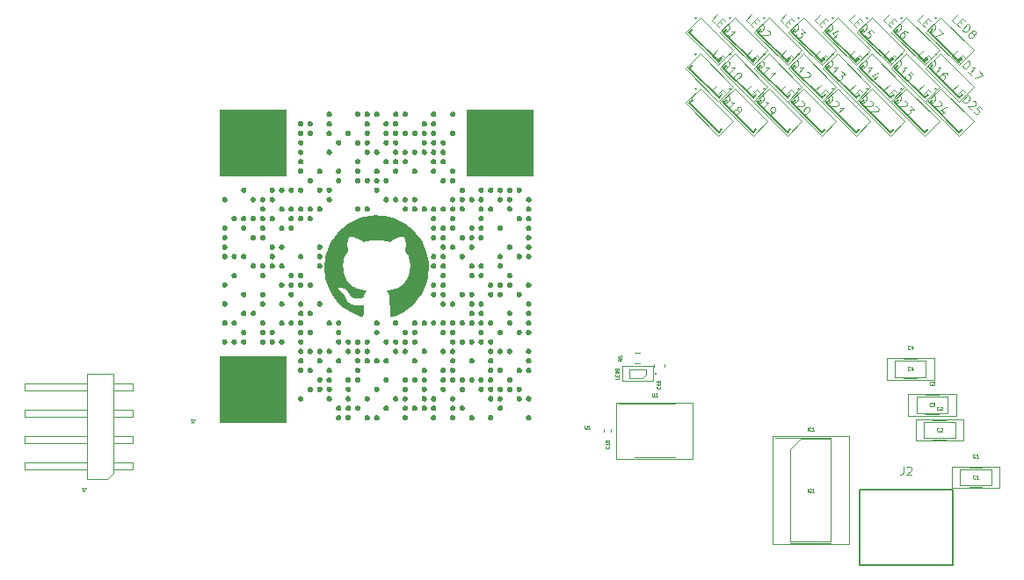
<source format=gbr>
%TF.GenerationSoftware,Flux,Pcbnew,7.0.11-7.0.11~ubuntu20.04.1*%
%TF.CreationDate,2024-08-15T15:07:56+00:00*%
%TF.ProjectId,input,696e7075-742e-46b6-9963-61645f706362,rev?*%
%TF.SameCoordinates,Original*%
%TF.FileFunction,Legend,Top*%
%TF.FilePolarity,Positive*%
%FSLAX46Y46*%
G04 Gerber Fmt 4.6, Leading zero omitted, Abs format (unit mm)*
G04 Filename: businesscardpcb*
G04 Build it with Flux! Visit our site at: https://www.flux.ai (PCBNEW 7.0.11-7.0.11~ubuntu20.04.1) date 2024-08-15 15:07:56*
%MOMM*%
%LPD*%
G01*
G04 APERTURE LIST*
%ADD10C,0.038000*%
%ADD11C,0.095000*%
%ADD12C,0.152400*%
%ADD13C,0.120000*%
%ADD14C,0.100000*%
%ADD15C,0.050000*%
%ADD16C,0.127000*%
G04 APERTURE END LIST*
D10*
X6527162Y-8359233D02*
X6374781Y-8465900D01*
X6527162Y-8542090D02*
X6207162Y-8542090D01*
X6207162Y-8542090D02*
X6207162Y-8420185D01*
X6207162Y-8420185D02*
X6222400Y-8389709D01*
X6222400Y-8389709D02*
X6237638Y-8374471D01*
X6237638Y-8374471D02*
X6268114Y-8359233D01*
X6268114Y-8359233D02*
X6313828Y-8359233D01*
X6313828Y-8359233D02*
X6344304Y-8374471D01*
X6344304Y-8374471D02*
X6359543Y-8389709D01*
X6359543Y-8389709D02*
X6374781Y-8420185D01*
X6374781Y-8420185D02*
X6374781Y-8542090D01*
X6207162Y-8069709D02*
X6207162Y-8222090D01*
X6207162Y-8222090D02*
X6359543Y-8237328D01*
X6359543Y-8237328D02*
X6344304Y-8222090D01*
X6344304Y-8222090D02*
X6329066Y-8191614D01*
X6329066Y-8191614D02*
X6329066Y-8115423D01*
X6329066Y-8115423D02*
X6344304Y-8084947D01*
X6344304Y-8084947D02*
X6359543Y-8069709D01*
X6359543Y-8069709D02*
X6390019Y-8054471D01*
X6390019Y-8054471D02*
X6466209Y-8054471D01*
X6466209Y-8054471D02*
X6496685Y-8069709D01*
X6496685Y-8069709D02*
X6511924Y-8084947D01*
X6511924Y-8084947D02*
X6527162Y-8115423D01*
X6527162Y-8115423D02*
X6527162Y-8191614D01*
X6527162Y-8191614D02*
X6511924Y-8222090D01*
X6511924Y-8222090D02*
X6496685Y-8237328D01*
X-34686922Y-14533653D02*
X-34686922Y-14305082D01*
X-34686922Y-14305082D02*
X-34671683Y-14259368D01*
X-34671683Y-14259368D02*
X-34641207Y-14228892D01*
X-34641207Y-14228892D02*
X-34595493Y-14213653D01*
X-34595493Y-14213653D02*
X-34565017Y-14213653D01*
X-35006922Y-14213653D02*
X-34824065Y-14213653D01*
X-34915493Y-14213653D02*
X-34915493Y-14533653D01*
X-34915493Y-14533653D02*
X-34885017Y-14487939D01*
X-34885017Y-14487939D02*
X-34854541Y-14457463D01*
X-34854541Y-14457463D02*
X-34824065Y-14442225D01*
X-45190139Y-21132225D02*
X-45190139Y-20903654D01*
X-45190139Y-20903654D02*
X-45174900Y-20857940D01*
X-45174900Y-20857940D02*
X-45144424Y-20827464D01*
X-45144424Y-20827464D02*
X-45098710Y-20812225D01*
X-45098710Y-20812225D02*
X-45068234Y-20812225D01*
X-45510139Y-20812225D02*
X-45327282Y-20812225D01*
X-45418710Y-20812225D02*
X-45418710Y-21132225D01*
X-45418710Y-21132225D02*
X-45388234Y-21086511D01*
X-45388234Y-21086511D02*
X-45357758Y-21056035D01*
X-45357758Y-21056035D02*
X-45327282Y-21040797D01*
X10225792Y-11045014D02*
X10241031Y-11060252D01*
X10241031Y-11060252D02*
X10256269Y-11105966D01*
X10256269Y-11105966D02*
X10256269Y-11136442D01*
X10256269Y-11136442D02*
X10241031Y-11182157D01*
X10241031Y-11182157D02*
X10210554Y-11212633D01*
X10210554Y-11212633D02*
X10180078Y-11227871D01*
X10180078Y-11227871D02*
X10119126Y-11243109D01*
X10119126Y-11243109D02*
X10073411Y-11243109D01*
X10073411Y-11243109D02*
X10012459Y-11227871D01*
X10012459Y-11227871D02*
X9981983Y-11212633D01*
X9981983Y-11212633D02*
X9951507Y-11182157D01*
X9951507Y-11182157D02*
X9936269Y-11136442D01*
X9936269Y-11136442D02*
X9936269Y-11105966D01*
X9936269Y-11105966D02*
X9951507Y-11060252D01*
X9951507Y-11060252D02*
X9966745Y-11045014D01*
X10256269Y-10740252D02*
X10256269Y-10923109D01*
X10256269Y-10831681D02*
X9936269Y-10831681D01*
X9936269Y-10831681D02*
X9981983Y-10862157D01*
X9981983Y-10862157D02*
X10012459Y-10892633D01*
X10012459Y-10892633D02*
X10027697Y-10923109D01*
X9936269Y-10465966D02*
X9936269Y-10526919D01*
X9936269Y-10526919D02*
X9951507Y-10557395D01*
X9951507Y-10557395D02*
X9966745Y-10572633D01*
X9966745Y-10572633D02*
X10012459Y-10603109D01*
X10012459Y-10603109D02*
X10073411Y-10618347D01*
X10073411Y-10618347D02*
X10195316Y-10618347D01*
X10195316Y-10618347D02*
X10225792Y-10603109D01*
X10225792Y-10603109D02*
X10241031Y-10587871D01*
X10241031Y-10587871D02*
X10256269Y-10557395D01*
X10256269Y-10557395D02*
X10256269Y-10496442D01*
X10256269Y-10496442D02*
X10241031Y-10465966D01*
X10241031Y-10465966D02*
X10225792Y-10450728D01*
X10225792Y-10450728D02*
X10195316Y-10435490D01*
X10195316Y-10435490D02*
X10119126Y-10435490D01*
X10119126Y-10435490D02*
X10088650Y-10450728D01*
X10088650Y-10450728D02*
X10073411Y-10465966D01*
X10073411Y-10465966D02*
X10058173Y-10496442D01*
X10058173Y-10496442D02*
X10058173Y-10557395D01*
X10058173Y-10557395D02*
X10073411Y-10587871D01*
X10073411Y-10587871D02*
X10088650Y-10603109D01*
X10088650Y-10603109D02*
X10119126Y-10618347D01*
X2982090Y-14799462D02*
X2982090Y-15058509D01*
X2982090Y-15058509D02*
X2997328Y-15088985D01*
X2997328Y-15088985D02*
X3012566Y-15104224D01*
X3012566Y-15104224D02*
X3043042Y-15119462D01*
X3043042Y-15119462D02*
X3103995Y-15119462D01*
X3103995Y-15119462D02*
X3134471Y-15104224D01*
X3134471Y-15104224D02*
X3149709Y-15088985D01*
X3149709Y-15088985D02*
X3164947Y-15058509D01*
X3164947Y-15058509D02*
X3164947Y-14799462D01*
X3484947Y-15119462D02*
X3302090Y-15119462D01*
X3393518Y-15119462D02*
X3393518Y-14799462D01*
X3393518Y-14799462D02*
X3363042Y-14845176D01*
X3363042Y-14845176D02*
X3332566Y-14875652D01*
X3332566Y-14875652D02*
X3302090Y-14890890D01*
X9442090Y-11699462D02*
X9442090Y-11958509D01*
X9442090Y-11958509D02*
X9457328Y-11988985D01*
X9457328Y-11988985D02*
X9472566Y-12004224D01*
X9472566Y-12004224D02*
X9503042Y-12019462D01*
X9503042Y-12019462D02*
X9563995Y-12019462D01*
X9563995Y-12019462D02*
X9594471Y-12004224D01*
X9594471Y-12004224D02*
X9609709Y-11988985D01*
X9609709Y-11988985D02*
X9624947Y-11958509D01*
X9624947Y-11958509D02*
X9624947Y-11699462D01*
X9944947Y-12019462D02*
X9762090Y-12019462D01*
X9853518Y-12019462D02*
X9853518Y-11699462D01*
X9853518Y-11699462D02*
X9823042Y-11745176D01*
X9823042Y-11745176D02*
X9792566Y-11775652D01*
X9792566Y-11775652D02*
X9762090Y-11790890D01*
X5277290Y-16816414D02*
X5292529Y-16831652D01*
X5292529Y-16831652D02*
X5307767Y-16877366D01*
X5307767Y-16877366D02*
X5307767Y-16907842D01*
X5307767Y-16907842D02*
X5292529Y-16953557D01*
X5292529Y-16953557D02*
X5262052Y-16984033D01*
X5262052Y-16984033D02*
X5231576Y-16999271D01*
X5231576Y-16999271D02*
X5170624Y-17014509D01*
X5170624Y-17014509D02*
X5124909Y-17014509D01*
X5124909Y-17014509D02*
X5063957Y-16999271D01*
X5063957Y-16999271D02*
X5033481Y-16984033D01*
X5033481Y-16984033D02*
X5003005Y-16953557D01*
X5003005Y-16953557D02*
X4987767Y-16907842D01*
X4987767Y-16907842D02*
X4987767Y-16877366D01*
X4987767Y-16877366D02*
X5003005Y-16831652D01*
X5003005Y-16831652D02*
X5018243Y-16816414D01*
X5307767Y-16511652D02*
X5307767Y-16694509D01*
X5307767Y-16603081D02*
X4987767Y-16603081D01*
X4987767Y-16603081D02*
X5033481Y-16633557D01*
X5033481Y-16633557D02*
X5063957Y-16664033D01*
X5063957Y-16664033D02*
X5079195Y-16694509D01*
X4987767Y-16222128D02*
X4987767Y-16374509D01*
X4987767Y-16374509D02*
X5140148Y-16389747D01*
X5140148Y-16389747D02*
X5124909Y-16374509D01*
X5124909Y-16374509D02*
X5109671Y-16344033D01*
X5109671Y-16344033D02*
X5109671Y-16267842D01*
X5109671Y-16267842D02*
X5124909Y-16237366D01*
X5124909Y-16237366D02*
X5140148Y-16222128D01*
X5140148Y-16222128D02*
X5170624Y-16206890D01*
X5170624Y-16206890D02*
X5246814Y-16206890D01*
X5246814Y-16206890D02*
X5277290Y-16222128D01*
X5277290Y-16222128D02*
X5292529Y-16237366D01*
X5292529Y-16237366D02*
X5307767Y-16267842D01*
X5307767Y-16267842D02*
X5307767Y-16344033D01*
X5307767Y-16344033D02*
X5292529Y-16374509D01*
X5292529Y-16374509D02*
X5277290Y-16389747D01*
X6245562Y-10148390D02*
X6245562Y-10300771D01*
X6245562Y-10300771D02*
X5925562Y-10300771D01*
X6077943Y-10041723D02*
X6077943Y-9935056D01*
X6245562Y-9889342D02*
X6245562Y-10041723D01*
X6245562Y-10041723D02*
X5925562Y-10041723D01*
X5925562Y-10041723D02*
X5925562Y-9889342D01*
X6245562Y-9752199D02*
X5925562Y-9752199D01*
X5925562Y-9752199D02*
X5925562Y-9676009D01*
X5925562Y-9676009D02*
X5940800Y-9630294D01*
X5940800Y-9630294D02*
X5971276Y-9599818D01*
X5971276Y-9599818D02*
X6001752Y-9584580D01*
X6001752Y-9584580D02*
X6062704Y-9569342D01*
X6062704Y-9569342D02*
X6108419Y-9569342D01*
X6108419Y-9569342D02*
X6169371Y-9584580D01*
X6169371Y-9584580D02*
X6199847Y-9599818D01*
X6199847Y-9599818D02*
X6230324Y-9630294D01*
X6230324Y-9630294D02*
X6245562Y-9676009D01*
X6245562Y-9676009D02*
X6245562Y-9752199D01*
X6245562Y-9416961D02*
X6245562Y-9356009D01*
X6245562Y-9356009D02*
X6230324Y-9325532D01*
X6230324Y-9325532D02*
X6215085Y-9310294D01*
X6215085Y-9310294D02*
X6169371Y-9279818D01*
X6169371Y-9279818D02*
X6108419Y-9264580D01*
X6108419Y-9264580D02*
X5986514Y-9264580D01*
X5986514Y-9264580D02*
X5956038Y-9279818D01*
X5956038Y-9279818D02*
X5940800Y-9295056D01*
X5940800Y-9295056D02*
X5925562Y-9325532D01*
X5925562Y-9325532D02*
X5925562Y-9386485D01*
X5925562Y-9386485D02*
X5940800Y-9416961D01*
X5940800Y-9416961D02*
X5956038Y-9432199D01*
X5956038Y-9432199D02*
X5986514Y-9447437D01*
X5986514Y-9447437D02*
X6062704Y-9447437D01*
X6062704Y-9447437D02*
X6093181Y-9432199D01*
X6093181Y-9432199D02*
X6108419Y-9416961D01*
X6108419Y-9416961D02*
X6123657Y-9386485D01*
X6123657Y-9386485D02*
X6123657Y-9325532D01*
X6123657Y-9325532D02*
X6108419Y-9295056D01*
X6108419Y-9295056D02*
X6093181Y-9279818D01*
X6093181Y-9279818D02*
X6062704Y-9264580D01*
D11*
X15472826Y24093532D02*
X15203452Y24362906D01*
X15203452Y24362906D02*
X15769137Y24928591D01*
X15957699Y24201281D02*
X16146261Y24012719D01*
X15930762Y23635596D02*
X15661388Y23904970D01*
X15661388Y23904970D02*
X16227073Y24470655D01*
X16227073Y24470655D02*
X16496447Y24201281D01*
X16173199Y23393159D02*
X16738884Y23958844D01*
X16738884Y23958844D02*
X16873571Y23824157D01*
X16873571Y23824157D02*
X16927446Y23716408D01*
X16927446Y23716408D02*
X16927446Y23608658D01*
X16927446Y23608658D02*
X16900509Y23527846D01*
X16900509Y23527846D02*
X16819696Y23393159D01*
X16819696Y23393159D02*
X16738884Y23312347D01*
X16738884Y23312347D02*
X16604197Y23231534D01*
X16604197Y23231534D02*
X16523385Y23204597D01*
X16523385Y23204597D02*
X16415635Y23204597D01*
X16415635Y23204597D02*
X16307886Y23258472D01*
X16307886Y23258472D02*
X16173199Y23393159D01*
X17035196Y22531162D02*
X16711947Y22854411D01*
X16873571Y22692786D02*
X17439257Y23258472D01*
X17439257Y23258472D02*
X17304570Y23231534D01*
X17304570Y23231534D02*
X17196820Y23231534D01*
X17196820Y23231534D02*
X17116008Y23258472D01*
X18779237Y24093531D02*
X18509863Y24362905D01*
X18509863Y24362905D02*
X19075548Y24928590D01*
X19264110Y24201280D02*
X19452672Y24012718D01*
X19237173Y23635595D02*
X18967799Y23904969D01*
X18967799Y23904969D02*
X19533484Y24470654D01*
X19533484Y24470654D02*
X19802858Y24201280D01*
X19479610Y23393158D02*
X20045295Y23958843D01*
X20045295Y23958843D02*
X20179982Y23824156D01*
X20179982Y23824156D02*
X20233857Y23716407D01*
X20233857Y23716407D02*
X20233857Y23608657D01*
X20233857Y23608657D02*
X20206920Y23527845D01*
X20206920Y23527845D02*
X20126107Y23393158D01*
X20126107Y23393158D02*
X20045295Y23312346D01*
X20045295Y23312346D02*
X19910608Y23231533D01*
X19910608Y23231533D02*
X19829796Y23204596D01*
X19829796Y23204596D02*
X19722046Y23204596D01*
X19722046Y23204596D02*
X19614297Y23258471D01*
X19614297Y23258471D02*
X19479610Y23393158D01*
X20530168Y23366220D02*
X20584043Y23366220D01*
X20584043Y23366220D02*
X20664855Y23339283D01*
X20664855Y23339283D02*
X20799542Y23204596D01*
X20799542Y23204596D02*
X20826480Y23123784D01*
X20826480Y23123784D02*
X20826480Y23069909D01*
X20826480Y23069909D02*
X20799542Y22989097D01*
X20799542Y22989097D02*
X20745668Y22935222D01*
X20745668Y22935222D02*
X20637918Y22881347D01*
X20637918Y22881347D02*
X19991420Y22881347D01*
X19991420Y22881347D02*
X20341607Y22531161D01*
X25391937Y24093531D02*
X25122563Y24362905D01*
X25122563Y24362905D02*
X25688248Y24928590D01*
X25876810Y24201280D02*
X26065372Y24012718D01*
X25849873Y23635595D02*
X25580499Y23904969D01*
X25580499Y23904969D02*
X26146184Y24470654D01*
X26146184Y24470654D02*
X26415558Y24201280D01*
X26092310Y23393158D02*
X26657995Y23958843D01*
X26657995Y23958843D02*
X26792682Y23824156D01*
X26792682Y23824156D02*
X26846557Y23716407D01*
X26846557Y23716407D02*
X26846557Y23608657D01*
X26846557Y23608657D02*
X26819620Y23527845D01*
X26819620Y23527845D02*
X26738807Y23393158D01*
X26738807Y23393158D02*
X26657995Y23312346D01*
X26657995Y23312346D02*
X26523308Y23231533D01*
X26523308Y23231533D02*
X26442496Y23204596D01*
X26442496Y23204596D02*
X26334746Y23204596D01*
X26334746Y23204596D02*
X26226997Y23258471D01*
X26226997Y23258471D02*
X26092310Y23393158D01*
X27277555Y22962159D02*
X26900432Y22585036D01*
X27358368Y23312346D02*
X26819620Y23042972D01*
X26819620Y23042972D02*
X27169806Y22692785D01*
X22085537Y24093531D02*
X21816163Y24362905D01*
X21816163Y24362905D02*
X22381848Y24928590D01*
X22570410Y24201280D02*
X22758972Y24012718D01*
X22543473Y23635595D02*
X22274099Y23904969D01*
X22274099Y23904969D02*
X22839784Y24470654D01*
X22839784Y24470654D02*
X23109158Y24201280D01*
X22785910Y23393158D02*
X23351595Y23958843D01*
X23351595Y23958843D02*
X23486282Y23824156D01*
X23486282Y23824156D02*
X23540157Y23716407D01*
X23540157Y23716407D02*
X23540157Y23608657D01*
X23540157Y23608657D02*
X23513220Y23527845D01*
X23513220Y23527845D02*
X23432407Y23393158D01*
X23432407Y23393158D02*
X23351595Y23312346D01*
X23351595Y23312346D02*
X23216908Y23231533D01*
X23216908Y23231533D02*
X23136096Y23204596D01*
X23136096Y23204596D02*
X23028346Y23204596D01*
X23028346Y23204596D02*
X22920597Y23258471D01*
X22920597Y23258471D02*
X22785910Y23393158D01*
X23863406Y23447033D02*
X24213592Y23096846D01*
X24213592Y23096846D02*
X23809531Y23069909D01*
X23809531Y23069909D02*
X23890343Y22989097D01*
X23890343Y22989097D02*
X23917281Y22908285D01*
X23917281Y22908285D02*
X23917281Y22854410D01*
X23917281Y22854410D02*
X23890343Y22773598D01*
X23890343Y22773598D02*
X23755656Y22638911D01*
X23755656Y22638911D02*
X23674844Y22611973D01*
X23674844Y22611973D02*
X23620969Y22611973D01*
X23620969Y22611973D02*
X23540157Y22638911D01*
X23540157Y22638911D02*
X23378533Y22800535D01*
X23378533Y22800535D02*
X23351595Y22881347D01*
X23351595Y22881347D02*
X23351595Y22935222D01*
X38617337Y24093531D02*
X38347963Y24362905D01*
X38347963Y24362905D02*
X38913648Y24928590D01*
X39102210Y24201280D02*
X39290772Y24012718D01*
X39075273Y23635595D02*
X38805899Y23904969D01*
X38805899Y23904969D02*
X39371584Y24470654D01*
X39371584Y24470654D02*
X39640958Y24201280D01*
X39317710Y23393158D02*
X39883395Y23958843D01*
X39883395Y23958843D02*
X40018082Y23824156D01*
X40018082Y23824156D02*
X40071957Y23716407D01*
X40071957Y23716407D02*
X40071957Y23608657D01*
X40071957Y23608657D02*
X40045020Y23527845D01*
X40045020Y23527845D02*
X39964207Y23393158D01*
X39964207Y23393158D02*
X39883395Y23312346D01*
X39883395Y23312346D02*
X39748708Y23231533D01*
X39748708Y23231533D02*
X39667896Y23204596D01*
X39667896Y23204596D02*
X39560146Y23204596D01*
X39560146Y23204596D02*
X39452397Y23258471D01*
X39452397Y23258471D02*
X39317710Y23393158D01*
X40287456Y23069909D02*
X40260519Y23150721D01*
X40260519Y23150721D02*
X40260519Y23204596D01*
X40260519Y23204596D02*
X40287456Y23285408D01*
X40287456Y23285408D02*
X40314394Y23312346D01*
X40314394Y23312346D02*
X40395206Y23339283D01*
X40395206Y23339283D02*
X40449081Y23339283D01*
X40449081Y23339283D02*
X40529893Y23312346D01*
X40529893Y23312346D02*
X40637642Y23204596D01*
X40637642Y23204596D02*
X40664580Y23123784D01*
X40664580Y23123784D02*
X40664580Y23069909D01*
X40664580Y23069909D02*
X40637642Y22989097D01*
X40637642Y22989097D02*
X40610705Y22962159D01*
X40610705Y22962159D02*
X40529893Y22935222D01*
X40529893Y22935222D02*
X40476018Y22935222D01*
X40476018Y22935222D02*
X40395206Y22962159D01*
X40395206Y22962159D02*
X40287456Y23069909D01*
X40287456Y23069909D02*
X40206644Y23096846D01*
X40206644Y23096846D02*
X40152769Y23096846D01*
X40152769Y23096846D02*
X40071957Y23069909D01*
X40071957Y23069909D02*
X39964207Y22962159D01*
X39964207Y22962159D02*
X39937270Y22881347D01*
X39937270Y22881347D02*
X39937270Y22827472D01*
X39937270Y22827472D02*
X39964207Y22746660D01*
X39964207Y22746660D02*
X40071957Y22638911D01*
X40071957Y22638911D02*
X40152769Y22611973D01*
X40152769Y22611973D02*
X40206644Y22611973D01*
X40206644Y22611973D02*
X40287456Y22638911D01*
X40287456Y22638911D02*
X40395206Y22746660D01*
X40395206Y22746660D02*
X40422143Y22827472D01*
X40422143Y22827472D02*
X40422143Y22881347D01*
X40422143Y22881347D02*
X40395206Y22962159D01*
X35310937Y24093531D02*
X35041563Y24362905D01*
X35041563Y24362905D02*
X35607248Y24928590D01*
X35795810Y24201280D02*
X35984372Y24012718D01*
X35768873Y23635595D02*
X35499499Y23904969D01*
X35499499Y23904969D02*
X36065184Y24470654D01*
X36065184Y24470654D02*
X36334558Y24201280D01*
X36011310Y23393158D02*
X36576995Y23958843D01*
X36576995Y23958843D02*
X36711682Y23824156D01*
X36711682Y23824156D02*
X36765557Y23716407D01*
X36765557Y23716407D02*
X36765557Y23608657D01*
X36765557Y23608657D02*
X36738620Y23527845D01*
X36738620Y23527845D02*
X36657807Y23393158D01*
X36657807Y23393158D02*
X36576995Y23312346D01*
X36576995Y23312346D02*
X36442308Y23231533D01*
X36442308Y23231533D02*
X36361496Y23204596D01*
X36361496Y23204596D02*
X36253746Y23204596D01*
X36253746Y23204596D02*
X36145997Y23258471D01*
X36145997Y23258471D02*
X36011310Y23393158D01*
X37088806Y23447033D02*
X37465929Y23069909D01*
X37465929Y23069909D02*
X36657807Y22746660D01*
X32004637Y24093531D02*
X31735263Y24362905D01*
X31735263Y24362905D02*
X32300948Y24928590D01*
X32489510Y24201280D02*
X32678072Y24012718D01*
X32462573Y23635595D02*
X32193199Y23904969D01*
X32193199Y23904969D02*
X32758884Y24470654D01*
X32758884Y24470654D02*
X33028258Y24201280D01*
X32705010Y23393158D02*
X33270695Y23958843D01*
X33270695Y23958843D02*
X33405382Y23824156D01*
X33405382Y23824156D02*
X33459257Y23716407D01*
X33459257Y23716407D02*
X33459257Y23608657D01*
X33459257Y23608657D02*
X33432320Y23527845D01*
X33432320Y23527845D02*
X33351507Y23393158D01*
X33351507Y23393158D02*
X33270695Y23312346D01*
X33270695Y23312346D02*
X33136008Y23231533D01*
X33136008Y23231533D02*
X33055196Y23204596D01*
X33055196Y23204596D02*
X32947446Y23204596D01*
X32947446Y23204596D02*
X32839697Y23258471D01*
X32839697Y23258471D02*
X32705010Y23393158D01*
X34078817Y23150721D02*
X33971068Y23258471D01*
X33971068Y23258471D02*
X33890255Y23285408D01*
X33890255Y23285408D02*
X33836381Y23285408D01*
X33836381Y23285408D02*
X33701694Y23258471D01*
X33701694Y23258471D02*
X33567007Y23177659D01*
X33567007Y23177659D02*
X33351507Y22962159D01*
X33351507Y22962159D02*
X33324570Y22881347D01*
X33324570Y22881347D02*
X33324570Y22827472D01*
X33324570Y22827472D02*
X33351507Y22746660D01*
X33351507Y22746660D02*
X33459257Y22638911D01*
X33459257Y22638911D02*
X33540069Y22611973D01*
X33540069Y22611973D02*
X33593944Y22611973D01*
X33593944Y22611973D02*
X33674756Y22638911D01*
X33674756Y22638911D02*
X33809443Y22773598D01*
X33809443Y22773598D02*
X33836381Y22854410D01*
X33836381Y22854410D02*
X33836381Y22908285D01*
X33836381Y22908285D02*
X33809443Y22989097D01*
X33809443Y22989097D02*
X33701694Y23096846D01*
X33701694Y23096846D02*
X33620881Y23123784D01*
X33620881Y23123784D02*
X33567007Y23123784D01*
X33567007Y23123784D02*
X33486194Y23096846D01*
X28698237Y24093531D02*
X28428863Y24362905D01*
X28428863Y24362905D02*
X28994548Y24928590D01*
X29183110Y24201280D02*
X29371672Y24012718D01*
X29156173Y23635595D02*
X28886799Y23904969D01*
X28886799Y23904969D02*
X29452484Y24470654D01*
X29452484Y24470654D02*
X29721858Y24201280D01*
X29398610Y23393158D02*
X29964295Y23958843D01*
X29964295Y23958843D02*
X30098982Y23824156D01*
X30098982Y23824156D02*
X30152857Y23716407D01*
X30152857Y23716407D02*
X30152857Y23608657D01*
X30152857Y23608657D02*
X30125920Y23527845D01*
X30125920Y23527845D02*
X30045107Y23393158D01*
X30045107Y23393158D02*
X29964295Y23312346D01*
X29964295Y23312346D02*
X29829608Y23231533D01*
X29829608Y23231533D02*
X29748796Y23204596D01*
X29748796Y23204596D02*
X29641046Y23204596D01*
X29641046Y23204596D02*
X29533297Y23258471D01*
X29533297Y23258471D02*
X29398610Y23393158D01*
X30799355Y23123784D02*
X30529981Y23393158D01*
X30529981Y23393158D02*
X30233669Y23150721D01*
X30233669Y23150721D02*
X30287544Y23150721D01*
X30287544Y23150721D02*
X30368356Y23123784D01*
X30368356Y23123784D02*
X30503043Y22989097D01*
X30503043Y22989097D02*
X30529981Y22908285D01*
X30529981Y22908285D02*
X30529981Y22854410D01*
X30529981Y22854410D02*
X30503043Y22773598D01*
X30503043Y22773598D02*
X30368356Y22638911D01*
X30368356Y22638911D02*
X30287544Y22611973D01*
X30287544Y22611973D02*
X30233669Y22611973D01*
X30233669Y22611973D02*
X30152857Y22638911D01*
X30152857Y22638911D02*
X30018170Y22773598D01*
X30018170Y22773598D02*
X29991233Y22854410D01*
X29991233Y22854410D02*
X29991233Y22908285D01*
X38617337Y20590931D02*
X38347963Y20860305D01*
X38347963Y20860305D02*
X38913648Y21425990D01*
X39102210Y20698680D02*
X39290772Y20510118D01*
X39075273Y20132995D02*
X38805899Y20402369D01*
X38805899Y20402369D02*
X39371584Y20968054D01*
X39371584Y20968054D02*
X39640958Y20698680D01*
X39317710Y19890558D02*
X39883395Y20456243D01*
X39883395Y20456243D02*
X40018082Y20321556D01*
X40018082Y20321556D02*
X40071957Y20213807D01*
X40071957Y20213807D02*
X40071957Y20106057D01*
X40071957Y20106057D02*
X40045020Y20025245D01*
X40045020Y20025245D02*
X39964207Y19890558D01*
X39964207Y19890558D02*
X39883395Y19809746D01*
X39883395Y19809746D02*
X39748708Y19728933D01*
X39748708Y19728933D02*
X39667896Y19701996D01*
X39667896Y19701996D02*
X39560146Y19701996D01*
X39560146Y19701996D02*
X39452397Y19755871D01*
X39452397Y19755871D02*
X39317710Y19890558D01*
X40179707Y19028561D02*
X39856458Y19351810D01*
X40018082Y19190185D02*
X40583768Y19755871D01*
X40583768Y19755871D02*
X40449081Y19728933D01*
X40449081Y19728933D02*
X40341331Y19728933D01*
X40341331Y19728933D02*
X40260519Y19755871D01*
X40933954Y19405684D02*
X41311078Y19028561D01*
X41311078Y19028561D02*
X40502956Y18705312D01*
X35310937Y20590931D02*
X35041563Y20860305D01*
X35041563Y20860305D02*
X35607248Y21425990D01*
X35795810Y20698680D02*
X35984372Y20510118D01*
X35768873Y20132995D02*
X35499499Y20402369D01*
X35499499Y20402369D02*
X36065184Y20968054D01*
X36065184Y20968054D02*
X36334558Y20698680D01*
X36011310Y19890558D02*
X36576995Y20456243D01*
X36576995Y20456243D02*
X36711682Y20321556D01*
X36711682Y20321556D02*
X36765557Y20213807D01*
X36765557Y20213807D02*
X36765557Y20106057D01*
X36765557Y20106057D02*
X36738620Y20025245D01*
X36738620Y20025245D02*
X36657807Y19890558D01*
X36657807Y19890558D02*
X36576995Y19809746D01*
X36576995Y19809746D02*
X36442308Y19728933D01*
X36442308Y19728933D02*
X36361496Y19701996D01*
X36361496Y19701996D02*
X36253746Y19701996D01*
X36253746Y19701996D02*
X36145997Y19755871D01*
X36145997Y19755871D02*
X36011310Y19890558D01*
X36873307Y19028561D02*
X36550058Y19351810D01*
X36711682Y19190185D02*
X37277368Y19755871D01*
X37277368Y19755871D02*
X37142681Y19728933D01*
X37142681Y19728933D02*
X37034931Y19728933D01*
X37034931Y19728933D02*
X36954119Y19755871D01*
X37923865Y19109373D02*
X37816116Y19217123D01*
X37816116Y19217123D02*
X37735304Y19244060D01*
X37735304Y19244060D02*
X37681429Y19244060D01*
X37681429Y19244060D02*
X37546742Y19217123D01*
X37546742Y19217123D02*
X37412055Y19136310D01*
X37412055Y19136310D02*
X37196556Y18920811D01*
X37196556Y18920811D02*
X37169618Y18839999D01*
X37169618Y18839999D02*
X37169618Y18786124D01*
X37169618Y18786124D02*
X37196556Y18705312D01*
X37196556Y18705312D02*
X37304305Y18597562D01*
X37304305Y18597562D02*
X37385117Y18570625D01*
X37385117Y18570625D02*
X37438992Y18570625D01*
X37438992Y18570625D02*
X37519804Y18597562D01*
X37519804Y18597562D02*
X37654491Y18732249D01*
X37654491Y18732249D02*
X37681429Y18813062D01*
X37681429Y18813062D02*
X37681429Y18866936D01*
X37681429Y18866936D02*
X37654491Y18947749D01*
X37654491Y18947749D02*
X37546742Y19055498D01*
X37546742Y19055498D02*
X37465930Y19082436D01*
X37465930Y19082436D02*
X37412055Y19082436D01*
X37412055Y19082436D02*
X37331243Y19055498D01*
X32004637Y20590931D02*
X31735263Y20860305D01*
X31735263Y20860305D02*
X32300948Y21425990D01*
X32489510Y20698680D02*
X32678072Y20510118D01*
X32462573Y20132995D02*
X32193199Y20402369D01*
X32193199Y20402369D02*
X32758884Y20968054D01*
X32758884Y20968054D02*
X33028258Y20698680D01*
X32705010Y19890558D02*
X33270695Y20456243D01*
X33270695Y20456243D02*
X33405382Y20321556D01*
X33405382Y20321556D02*
X33459257Y20213807D01*
X33459257Y20213807D02*
X33459257Y20106057D01*
X33459257Y20106057D02*
X33432320Y20025245D01*
X33432320Y20025245D02*
X33351507Y19890558D01*
X33351507Y19890558D02*
X33270695Y19809746D01*
X33270695Y19809746D02*
X33136008Y19728933D01*
X33136008Y19728933D02*
X33055196Y19701996D01*
X33055196Y19701996D02*
X32947446Y19701996D01*
X32947446Y19701996D02*
X32839697Y19755871D01*
X32839697Y19755871D02*
X32705010Y19890558D01*
X33567007Y19028561D02*
X33243758Y19351810D01*
X33405382Y19190185D02*
X33971068Y19755871D01*
X33971068Y19755871D02*
X33836381Y19728933D01*
X33836381Y19728933D02*
X33728631Y19728933D01*
X33728631Y19728933D02*
X33647819Y19755871D01*
X34644503Y19082436D02*
X34375129Y19351810D01*
X34375129Y19351810D02*
X34078817Y19109373D01*
X34078817Y19109373D02*
X34132692Y19109373D01*
X34132692Y19109373D02*
X34213504Y19082436D01*
X34213504Y19082436D02*
X34348191Y18947749D01*
X34348191Y18947749D02*
X34375129Y18866936D01*
X34375129Y18866936D02*
X34375129Y18813062D01*
X34375129Y18813062D02*
X34348191Y18732249D01*
X34348191Y18732249D02*
X34213504Y18597562D01*
X34213504Y18597562D02*
X34132692Y18570625D01*
X34132692Y18570625D02*
X34078817Y18570625D01*
X34078817Y18570625D02*
X33998005Y18597562D01*
X33998005Y18597562D02*
X33863318Y18732249D01*
X33863318Y18732249D02*
X33836381Y18813062D01*
X33836381Y18813062D02*
X33836381Y18866936D01*
X28698237Y20590931D02*
X28428863Y20860305D01*
X28428863Y20860305D02*
X28994548Y21425990D01*
X29183110Y20698680D02*
X29371672Y20510118D01*
X29156173Y20132995D02*
X28886799Y20402369D01*
X28886799Y20402369D02*
X29452484Y20968054D01*
X29452484Y20968054D02*
X29721858Y20698680D01*
X29398610Y19890558D02*
X29964295Y20456243D01*
X29964295Y20456243D02*
X30098982Y20321556D01*
X30098982Y20321556D02*
X30152857Y20213807D01*
X30152857Y20213807D02*
X30152857Y20106057D01*
X30152857Y20106057D02*
X30125920Y20025245D01*
X30125920Y20025245D02*
X30045107Y19890558D01*
X30045107Y19890558D02*
X29964295Y19809746D01*
X29964295Y19809746D02*
X29829608Y19728933D01*
X29829608Y19728933D02*
X29748796Y19701996D01*
X29748796Y19701996D02*
X29641046Y19701996D01*
X29641046Y19701996D02*
X29533297Y19755871D01*
X29533297Y19755871D02*
X29398610Y19890558D01*
X30260607Y19028561D02*
X29937358Y19351810D01*
X30098982Y19190185D02*
X30664668Y19755871D01*
X30664668Y19755871D02*
X30529981Y19728933D01*
X30529981Y19728933D02*
X30422231Y19728933D01*
X30422231Y19728933D02*
X30341419Y19755871D01*
X31122604Y18920811D02*
X30745480Y18543688D01*
X31203416Y19270997D02*
X30664668Y19001623D01*
X30664668Y19001623D02*
X31014854Y18651437D01*
X25391937Y20590931D02*
X25122563Y20860305D01*
X25122563Y20860305D02*
X25688248Y21425990D01*
X25876810Y20698680D02*
X26065372Y20510118D01*
X25849873Y20132995D02*
X25580499Y20402369D01*
X25580499Y20402369D02*
X26146184Y20968054D01*
X26146184Y20968054D02*
X26415558Y20698680D01*
X26092310Y19890558D02*
X26657995Y20456243D01*
X26657995Y20456243D02*
X26792682Y20321556D01*
X26792682Y20321556D02*
X26846557Y20213807D01*
X26846557Y20213807D02*
X26846557Y20106057D01*
X26846557Y20106057D02*
X26819620Y20025245D01*
X26819620Y20025245D02*
X26738807Y19890558D01*
X26738807Y19890558D02*
X26657995Y19809746D01*
X26657995Y19809746D02*
X26523308Y19728933D01*
X26523308Y19728933D02*
X26442496Y19701996D01*
X26442496Y19701996D02*
X26334746Y19701996D01*
X26334746Y19701996D02*
X26226997Y19755871D01*
X26226997Y19755871D02*
X26092310Y19890558D01*
X26954307Y19028561D02*
X26631058Y19351810D01*
X26792682Y19190185D02*
X27358368Y19755871D01*
X27358368Y19755871D02*
X27223681Y19728933D01*
X27223681Y19728933D02*
X27115931Y19728933D01*
X27115931Y19728933D02*
X27035119Y19755871D01*
X27708554Y19405684D02*
X28058740Y19055498D01*
X28058740Y19055498D02*
X27654679Y19028561D01*
X27654679Y19028561D02*
X27735491Y18947749D01*
X27735491Y18947749D02*
X27762429Y18866936D01*
X27762429Y18866936D02*
X27762429Y18813062D01*
X27762429Y18813062D02*
X27735491Y18732249D01*
X27735491Y18732249D02*
X27600804Y18597562D01*
X27600804Y18597562D02*
X27519992Y18570625D01*
X27519992Y18570625D02*
X27466117Y18570625D01*
X27466117Y18570625D02*
X27385305Y18597562D01*
X27385305Y18597562D02*
X27223681Y18759187D01*
X27223681Y18759187D02*
X27196743Y18839999D01*
X27196743Y18839999D02*
X27196743Y18893874D01*
X22085537Y20590931D02*
X21816163Y20860305D01*
X21816163Y20860305D02*
X22381848Y21425990D01*
X22570410Y20698680D02*
X22758972Y20510118D01*
X22543473Y20132995D02*
X22274099Y20402369D01*
X22274099Y20402369D02*
X22839784Y20968054D01*
X22839784Y20968054D02*
X23109158Y20698680D01*
X22785910Y19890558D02*
X23351595Y20456243D01*
X23351595Y20456243D02*
X23486282Y20321556D01*
X23486282Y20321556D02*
X23540157Y20213807D01*
X23540157Y20213807D02*
X23540157Y20106057D01*
X23540157Y20106057D02*
X23513220Y20025245D01*
X23513220Y20025245D02*
X23432407Y19890558D01*
X23432407Y19890558D02*
X23351595Y19809746D01*
X23351595Y19809746D02*
X23216908Y19728933D01*
X23216908Y19728933D02*
X23136096Y19701996D01*
X23136096Y19701996D02*
X23028346Y19701996D01*
X23028346Y19701996D02*
X22920597Y19755871D01*
X22920597Y19755871D02*
X22785910Y19890558D01*
X23647907Y19028561D02*
X23324658Y19351810D01*
X23486282Y19190185D02*
X24051968Y19755871D01*
X24051968Y19755871D02*
X23917281Y19728933D01*
X23917281Y19728933D02*
X23809531Y19728933D01*
X23809531Y19728933D02*
X23728719Y19755871D01*
X24375217Y19324872D02*
X24429091Y19324872D01*
X24429091Y19324872D02*
X24509904Y19297935D01*
X24509904Y19297935D02*
X24644591Y19163248D01*
X24644591Y19163248D02*
X24671528Y19082436D01*
X24671528Y19082436D02*
X24671528Y19028561D01*
X24671528Y19028561D02*
X24644591Y18947749D01*
X24644591Y18947749D02*
X24590716Y18893874D01*
X24590716Y18893874D02*
X24482966Y18839999D01*
X24482966Y18839999D02*
X23836468Y18839999D01*
X23836468Y18839999D02*
X24186655Y18489813D01*
X18779237Y20590931D02*
X18509863Y20860305D01*
X18509863Y20860305D02*
X19075548Y21425990D01*
X19264110Y20698680D02*
X19452672Y20510118D01*
X19237173Y20132995D02*
X18967799Y20402369D01*
X18967799Y20402369D02*
X19533484Y20968054D01*
X19533484Y20968054D02*
X19802858Y20698680D01*
X19479610Y19890558D02*
X20045295Y20456243D01*
X20045295Y20456243D02*
X20179982Y20321556D01*
X20179982Y20321556D02*
X20233857Y20213807D01*
X20233857Y20213807D02*
X20233857Y20106057D01*
X20233857Y20106057D02*
X20206920Y20025245D01*
X20206920Y20025245D02*
X20126107Y19890558D01*
X20126107Y19890558D02*
X20045295Y19809746D01*
X20045295Y19809746D02*
X19910608Y19728933D01*
X19910608Y19728933D02*
X19829796Y19701996D01*
X19829796Y19701996D02*
X19722046Y19701996D01*
X19722046Y19701996D02*
X19614297Y19755871D01*
X19614297Y19755871D02*
X19479610Y19890558D01*
X20341607Y19028561D02*
X20018358Y19351810D01*
X20179982Y19190185D02*
X20745668Y19755871D01*
X20745668Y19755871D02*
X20610981Y19728933D01*
X20610981Y19728933D02*
X20503231Y19728933D01*
X20503231Y19728933D02*
X20422419Y19755871D01*
X20880355Y18489813D02*
X20557106Y18813062D01*
X20718730Y18651437D02*
X21284416Y19217123D01*
X21284416Y19217123D02*
X21149729Y19190185D01*
X21149729Y19190185D02*
X21041979Y19190185D01*
X21041979Y19190185D02*
X20961167Y19217123D01*
X15472837Y20590931D02*
X15203463Y20860305D01*
X15203463Y20860305D02*
X15769148Y21425990D01*
X15957710Y20698680D02*
X16146272Y20510118D01*
X15930773Y20132995D02*
X15661399Y20402369D01*
X15661399Y20402369D02*
X16227084Y20968054D01*
X16227084Y20968054D02*
X16496458Y20698680D01*
X16173210Y19890558D02*
X16738895Y20456243D01*
X16738895Y20456243D02*
X16873582Y20321556D01*
X16873582Y20321556D02*
X16927457Y20213807D01*
X16927457Y20213807D02*
X16927457Y20106057D01*
X16927457Y20106057D02*
X16900520Y20025245D01*
X16900520Y20025245D02*
X16819707Y19890558D01*
X16819707Y19890558D02*
X16738895Y19809746D01*
X16738895Y19809746D02*
X16604208Y19728933D01*
X16604208Y19728933D02*
X16523396Y19701996D01*
X16523396Y19701996D02*
X16415646Y19701996D01*
X16415646Y19701996D02*
X16307897Y19755871D01*
X16307897Y19755871D02*
X16173210Y19890558D01*
X17035207Y19028561D02*
X16711958Y19351810D01*
X16873582Y19190185D02*
X17439268Y19755871D01*
X17439268Y19755871D02*
X17304581Y19728933D01*
X17304581Y19728933D02*
X17196831Y19728933D01*
X17196831Y19728933D02*
X17116019Y19755871D01*
X17951078Y19244060D02*
X18004953Y19190185D01*
X18004953Y19190185D02*
X18031891Y19109373D01*
X18031891Y19109373D02*
X18031891Y19055498D01*
X18031891Y19055498D02*
X18004953Y18974686D01*
X18004953Y18974686D02*
X17924141Y18839999D01*
X17924141Y18839999D02*
X17789454Y18705312D01*
X17789454Y18705312D02*
X17654767Y18624500D01*
X17654767Y18624500D02*
X17573955Y18597562D01*
X17573955Y18597562D02*
X17520080Y18597562D01*
X17520080Y18597562D02*
X17439268Y18624500D01*
X17439268Y18624500D02*
X17385393Y18678375D01*
X17385393Y18678375D02*
X17358456Y18759187D01*
X17358456Y18759187D02*
X17358456Y18813062D01*
X17358456Y18813062D02*
X17385393Y18893874D01*
X17385393Y18893874D02*
X17466205Y19028561D01*
X17466205Y19028561D02*
X17600892Y19163248D01*
X17600892Y19163248D02*
X17735579Y19244060D01*
X17735579Y19244060D02*
X17816391Y19270997D01*
X17816391Y19270997D02*
X17870266Y19270997D01*
X17870266Y19270997D02*
X17951078Y19244060D01*
X38617337Y17251431D02*
X38347963Y17520805D01*
X38347963Y17520805D02*
X38913648Y18086490D01*
X39102210Y17359180D02*
X39290772Y17170618D01*
X39075273Y16793495D02*
X38805899Y17062869D01*
X38805899Y17062869D02*
X39371584Y17628554D01*
X39371584Y17628554D02*
X39640958Y17359180D01*
X39317710Y16551058D02*
X39883395Y17116743D01*
X39883395Y17116743D02*
X40018082Y16982056D01*
X40018082Y16982056D02*
X40071957Y16874307D01*
X40071957Y16874307D02*
X40071957Y16766557D01*
X40071957Y16766557D02*
X40045020Y16685745D01*
X40045020Y16685745D02*
X39964207Y16551058D01*
X39964207Y16551058D02*
X39883395Y16470246D01*
X39883395Y16470246D02*
X39748708Y16389433D01*
X39748708Y16389433D02*
X39667896Y16362496D01*
X39667896Y16362496D02*
X39560146Y16362496D01*
X39560146Y16362496D02*
X39452397Y16416371D01*
X39452397Y16416371D02*
X39317710Y16551058D01*
X40368268Y16524120D02*
X40422143Y16524120D01*
X40422143Y16524120D02*
X40502955Y16497183D01*
X40502955Y16497183D02*
X40637642Y16362496D01*
X40637642Y16362496D02*
X40664580Y16281684D01*
X40664580Y16281684D02*
X40664580Y16227809D01*
X40664580Y16227809D02*
X40637642Y16146997D01*
X40637642Y16146997D02*
X40583768Y16093122D01*
X40583768Y16093122D02*
X40476018Y16039247D01*
X40476018Y16039247D02*
X39829520Y16039247D01*
X39829520Y16039247D02*
X40179707Y15689061D01*
X41257203Y15742936D02*
X40987829Y16012310D01*
X40987829Y16012310D02*
X40691517Y15769873D01*
X40691517Y15769873D02*
X40745392Y15769873D01*
X40745392Y15769873D02*
X40826204Y15742936D01*
X40826204Y15742936D02*
X40960891Y15608249D01*
X40960891Y15608249D02*
X40987829Y15527436D01*
X40987829Y15527436D02*
X40987829Y15473562D01*
X40987829Y15473562D02*
X40960891Y15392749D01*
X40960891Y15392749D02*
X40826204Y15258062D01*
X40826204Y15258062D02*
X40745392Y15231125D01*
X40745392Y15231125D02*
X40691517Y15231125D01*
X40691517Y15231125D02*
X40610705Y15258062D01*
X40610705Y15258062D02*
X40476018Y15392749D01*
X40476018Y15392749D02*
X40449081Y15473562D01*
X40449081Y15473562D02*
X40449081Y15527436D01*
X35310937Y17251431D02*
X35041563Y17520805D01*
X35041563Y17520805D02*
X35607248Y18086490D01*
X35795810Y17359180D02*
X35984372Y17170618D01*
X35768873Y16793495D02*
X35499499Y17062869D01*
X35499499Y17062869D02*
X36065184Y17628554D01*
X36065184Y17628554D02*
X36334558Y17359180D01*
X36011310Y16551058D02*
X36576995Y17116743D01*
X36576995Y17116743D02*
X36711682Y16982056D01*
X36711682Y16982056D02*
X36765557Y16874307D01*
X36765557Y16874307D02*
X36765557Y16766557D01*
X36765557Y16766557D02*
X36738620Y16685745D01*
X36738620Y16685745D02*
X36657807Y16551058D01*
X36657807Y16551058D02*
X36576995Y16470246D01*
X36576995Y16470246D02*
X36442308Y16389433D01*
X36442308Y16389433D02*
X36361496Y16362496D01*
X36361496Y16362496D02*
X36253746Y16362496D01*
X36253746Y16362496D02*
X36145997Y16416371D01*
X36145997Y16416371D02*
X36011310Y16551058D01*
X37061868Y16524120D02*
X37115743Y16524120D01*
X37115743Y16524120D02*
X37196555Y16497183D01*
X37196555Y16497183D02*
X37331242Y16362496D01*
X37331242Y16362496D02*
X37358180Y16281684D01*
X37358180Y16281684D02*
X37358180Y16227809D01*
X37358180Y16227809D02*
X37331242Y16146997D01*
X37331242Y16146997D02*
X37277368Y16093122D01*
X37277368Y16093122D02*
X37169618Y16039247D01*
X37169618Y16039247D02*
X36523120Y16039247D01*
X36523120Y16039247D02*
X36873307Y15689061D01*
X37735304Y15581311D02*
X37358180Y15204188D01*
X37816116Y15931497D02*
X37277368Y15662123D01*
X37277368Y15662123D02*
X37627554Y15311937D01*
X32004637Y17251431D02*
X31735263Y17520805D01*
X31735263Y17520805D02*
X32300948Y18086490D01*
X32489510Y17359180D02*
X32678072Y17170618D01*
X32462573Y16793495D02*
X32193199Y17062869D01*
X32193199Y17062869D02*
X32758884Y17628554D01*
X32758884Y17628554D02*
X33028258Y17359180D01*
X32705010Y16551058D02*
X33270695Y17116743D01*
X33270695Y17116743D02*
X33405382Y16982056D01*
X33405382Y16982056D02*
X33459257Y16874307D01*
X33459257Y16874307D02*
X33459257Y16766557D01*
X33459257Y16766557D02*
X33432320Y16685745D01*
X33432320Y16685745D02*
X33351507Y16551058D01*
X33351507Y16551058D02*
X33270695Y16470246D01*
X33270695Y16470246D02*
X33136008Y16389433D01*
X33136008Y16389433D02*
X33055196Y16362496D01*
X33055196Y16362496D02*
X32947446Y16362496D01*
X32947446Y16362496D02*
X32839697Y16416371D01*
X32839697Y16416371D02*
X32705010Y16551058D01*
X33755568Y16524120D02*
X33809443Y16524120D01*
X33809443Y16524120D02*
X33890255Y16497183D01*
X33890255Y16497183D02*
X34024942Y16362496D01*
X34024942Y16362496D02*
X34051880Y16281684D01*
X34051880Y16281684D02*
X34051880Y16227809D01*
X34051880Y16227809D02*
X34024942Y16146997D01*
X34024942Y16146997D02*
X33971068Y16093122D01*
X33971068Y16093122D02*
X33863318Y16039247D01*
X33863318Y16039247D02*
X33216820Y16039247D01*
X33216820Y16039247D02*
X33567007Y15689061D01*
X34321254Y16066184D02*
X34671440Y15715998D01*
X34671440Y15715998D02*
X34267379Y15689061D01*
X34267379Y15689061D02*
X34348191Y15608249D01*
X34348191Y15608249D02*
X34375129Y15527436D01*
X34375129Y15527436D02*
X34375129Y15473562D01*
X34375129Y15473562D02*
X34348191Y15392749D01*
X34348191Y15392749D02*
X34213504Y15258062D01*
X34213504Y15258062D02*
X34132692Y15231125D01*
X34132692Y15231125D02*
X34078817Y15231125D01*
X34078817Y15231125D02*
X33998005Y15258062D01*
X33998005Y15258062D02*
X33836381Y15419687D01*
X33836381Y15419687D02*
X33809443Y15500499D01*
X33809443Y15500499D02*
X33809443Y15554374D01*
X28698237Y17251431D02*
X28428863Y17520805D01*
X28428863Y17520805D02*
X28994548Y18086490D01*
X29183110Y17359180D02*
X29371672Y17170618D01*
X29156173Y16793495D02*
X28886799Y17062869D01*
X28886799Y17062869D02*
X29452484Y17628554D01*
X29452484Y17628554D02*
X29721858Y17359180D01*
X29398610Y16551058D02*
X29964295Y17116743D01*
X29964295Y17116743D02*
X30098982Y16982056D01*
X30098982Y16982056D02*
X30152857Y16874307D01*
X30152857Y16874307D02*
X30152857Y16766557D01*
X30152857Y16766557D02*
X30125920Y16685745D01*
X30125920Y16685745D02*
X30045107Y16551058D01*
X30045107Y16551058D02*
X29964295Y16470246D01*
X29964295Y16470246D02*
X29829608Y16389433D01*
X29829608Y16389433D02*
X29748796Y16362496D01*
X29748796Y16362496D02*
X29641046Y16362496D01*
X29641046Y16362496D02*
X29533297Y16416371D01*
X29533297Y16416371D02*
X29398610Y16551058D01*
X30449168Y16524120D02*
X30503043Y16524120D01*
X30503043Y16524120D02*
X30583855Y16497183D01*
X30583855Y16497183D02*
X30718542Y16362496D01*
X30718542Y16362496D02*
X30745480Y16281684D01*
X30745480Y16281684D02*
X30745480Y16227809D01*
X30745480Y16227809D02*
X30718542Y16146997D01*
X30718542Y16146997D02*
X30664668Y16093122D01*
X30664668Y16093122D02*
X30556918Y16039247D01*
X30556918Y16039247D02*
X29910420Y16039247D01*
X29910420Y16039247D02*
X30260607Y15689061D01*
X30987917Y15985372D02*
X31041791Y15985372D01*
X31041791Y15985372D02*
X31122604Y15958435D01*
X31122604Y15958435D02*
X31257291Y15823748D01*
X31257291Y15823748D02*
X31284228Y15742936D01*
X31284228Y15742936D02*
X31284228Y15689061D01*
X31284228Y15689061D02*
X31257291Y15608249D01*
X31257291Y15608249D02*
X31203416Y15554374D01*
X31203416Y15554374D02*
X31095666Y15500499D01*
X31095666Y15500499D02*
X30449168Y15500499D01*
X30449168Y15500499D02*
X30799355Y15150313D01*
X25391937Y17251431D02*
X25122563Y17520805D01*
X25122563Y17520805D02*
X25688248Y18086490D01*
X25876810Y17359180D02*
X26065372Y17170618D01*
X25849873Y16793495D02*
X25580499Y17062869D01*
X25580499Y17062869D02*
X26146184Y17628554D01*
X26146184Y17628554D02*
X26415558Y17359180D01*
X26092310Y16551058D02*
X26657995Y17116743D01*
X26657995Y17116743D02*
X26792682Y16982056D01*
X26792682Y16982056D02*
X26846557Y16874307D01*
X26846557Y16874307D02*
X26846557Y16766557D01*
X26846557Y16766557D02*
X26819620Y16685745D01*
X26819620Y16685745D02*
X26738807Y16551058D01*
X26738807Y16551058D02*
X26657995Y16470246D01*
X26657995Y16470246D02*
X26523308Y16389433D01*
X26523308Y16389433D02*
X26442496Y16362496D01*
X26442496Y16362496D02*
X26334746Y16362496D01*
X26334746Y16362496D02*
X26226997Y16416371D01*
X26226997Y16416371D02*
X26092310Y16551058D01*
X27142868Y16524120D02*
X27196743Y16524120D01*
X27196743Y16524120D02*
X27277555Y16497183D01*
X27277555Y16497183D02*
X27412242Y16362496D01*
X27412242Y16362496D02*
X27439180Y16281684D01*
X27439180Y16281684D02*
X27439180Y16227809D01*
X27439180Y16227809D02*
X27412242Y16146997D01*
X27412242Y16146997D02*
X27358368Y16093122D01*
X27358368Y16093122D02*
X27250618Y16039247D01*
X27250618Y16039247D02*
X26604120Y16039247D01*
X26604120Y16039247D02*
X26954307Y15689061D01*
X27493055Y15150313D02*
X27169806Y15473562D01*
X27331430Y15311937D02*
X27897116Y15877623D01*
X27897116Y15877623D02*
X27762429Y15850685D01*
X27762429Y15850685D02*
X27654679Y15850685D01*
X27654679Y15850685D02*
X27573867Y15877623D01*
X22085537Y17251431D02*
X21816163Y17520805D01*
X21816163Y17520805D02*
X22381848Y18086490D01*
X22570410Y17359180D02*
X22758972Y17170618D01*
X22543473Y16793495D02*
X22274099Y17062869D01*
X22274099Y17062869D02*
X22839784Y17628554D01*
X22839784Y17628554D02*
X23109158Y17359180D01*
X22785910Y16551058D02*
X23351595Y17116743D01*
X23351595Y17116743D02*
X23486282Y16982056D01*
X23486282Y16982056D02*
X23540157Y16874307D01*
X23540157Y16874307D02*
X23540157Y16766557D01*
X23540157Y16766557D02*
X23513220Y16685745D01*
X23513220Y16685745D02*
X23432407Y16551058D01*
X23432407Y16551058D02*
X23351595Y16470246D01*
X23351595Y16470246D02*
X23216908Y16389433D01*
X23216908Y16389433D02*
X23136096Y16362496D01*
X23136096Y16362496D02*
X23028346Y16362496D01*
X23028346Y16362496D02*
X22920597Y16416371D01*
X22920597Y16416371D02*
X22785910Y16551058D01*
X23836468Y16524120D02*
X23890343Y16524120D01*
X23890343Y16524120D02*
X23971155Y16497183D01*
X23971155Y16497183D02*
X24105842Y16362496D01*
X24105842Y16362496D02*
X24132780Y16281684D01*
X24132780Y16281684D02*
X24132780Y16227809D01*
X24132780Y16227809D02*
X24105842Y16146997D01*
X24105842Y16146997D02*
X24051968Y16093122D01*
X24051968Y16093122D02*
X23944218Y16039247D01*
X23944218Y16039247D02*
X23297720Y16039247D01*
X23297720Y16039247D02*
X23647907Y15689061D01*
X24563778Y15904560D02*
X24617653Y15850685D01*
X24617653Y15850685D02*
X24644591Y15769873D01*
X24644591Y15769873D02*
X24644591Y15715998D01*
X24644591Y15715998D02*
X24617653Y15635186D01*
X24617653Y15635186D02*
X24536841Y15500499D01*
X24536841Y15500499D02*
X24402154Y15365812D01*
X24402154Y15365812D02*
X24267467Y15285000D01*
X24267467Y15285000D02*
X24186655Y15258062D01*
X24186655Y15258062D02*
X24132780Y15258062D01*
X24132780Y15258062D02*
X24051968Y15285000D01*
X24051968Y15285000D02*
X23998093Y15338875D01*
X23998093Y15338875D02*
X23971156Y15419687D01*
X23971156Y15419687D02*
X23971156Y15473562D01*
X23971156Y15473562D02*
X23998093Y15554374D01*
X23998093Y15554374D02*
X24078905Y15689061D01*
X24078905Y15689061D02*
X24213592Y15823748D01*
X24213592Y15823748D02*
X24348279Y15904560D01*
X24348279Y15904560D02*
X24429091Y15931497D01*
X24429091Y15931497D02*
X24482966Y15931497D01*
X24482966Y15931497D02*
X24563778Y15904560D01*
X18779237Y17251431D02*
X18509863Y17520805D01*
X18509863Y17520805D02*
X19075548Y18086490D01*
X19264110Y17359180D02*
X19452672Y17170618D01*
X19237173Y16793495D02*
X18967799Y17062869D01*
X18967799Y17062869D02*
X19533484Y17628554D01*
X19533484Y17628554D02*
X19802858Y17359180D01*
X19479610Y16551058D02*
X20045295Y17116743D01*
X20045295Y17116743D02*
X20179982Y16982056D01*
X20179982Y16982056D02*
X20233857Y16874307D01*
X20233857Y16874307D02*
X20233857Y16766557D01*
X20233857Y16766557D02*
X20206920Y16685745D01*
X20206920Y16685745D02*
X20126107Y16551058D01*
X20126107Y16551058D02*
X20045295Y16470246D01*
X20045295Y16470246D02*
X19910608Y16389433D01*
X19910608Y16389433D02*
X19829796Y16362496D01*
X19829796Y16362496D02*
X19722046Y16362496D01*
X19722046Y16362496D02*
X19614297Y16416371D01*
X19614297Y16416371D02*
X19479610Y16551058D01*
X20341607Y15689061D02*
X20018358Y16012310D01*
X20179982Y15850685D02*
X20745668Y16416371D01*
X20745668Y16416371D02*
X20610981Y16389433D01*
X20610981Y16389433D02*
X20503231Y16389433D01*
X20503231Y16389433D02*
X20422419Y16416371D01*
X20610981Y15419687D02*
X20718730Y15311937D01*
X20718730Y15311937D02*
X20799543Y15285000D01*
X20799543Y15285000D02*
X20853417Y15285000D01*
X20853417Y15285000D02*
X20988104Y15311937D01*
X20988104Y15311937D02*
X21122791Y15392749D01*
X21122791Y15392749D02*
X21338291Y15608249D01*
X21338291Y15608249D02*
X21365228Y15689061D01*
X21365228Y15689061D02*
X21365228Y15742936D01*
X21365228Y15742936D02*
X21338291Y15823748D01*
X21338291Y15823748D02*
X21230541Y15931497D01*
X21230541Y15931497D02*
X21149729Y15958435D01*
X21149729Y15958435D02*
X21095854Y15958435D01*
X21095854Y15958435D02*
X21015042Y15931497D01*
X21015042Y15931497D02*
X20880355Y15796810D01*
X20880355Y15796810D02*
X20853417Y15715998D01*
X20853417Y15715998D02*
X20853417Y15662123D01*
X20853417Y15662123D02*
X20880355Y15581311D01*
X20880355Y15581311D02*
X20988104Y15473562D01*
X20988104Y15473562D02*
X21068917Y15446624D01*
X21068917Y15446624D02*
X21122791Y15446624D01*
X21122791Y15446624D02*
X21203604Y15473562D01*
X15472837Y17251431D02*
X15203463Y17520805D01*
X15203463Y17520805D02*
X15769148Y18086490D01*
X15957710Y17359180D02*
X16146272Y17170618D01*
X15930773Y16793495D02*
X15661399Y17062869D01*
X15661399Y17062869D02*
X16227084Y17628554D01*
X16227084Y17628554D02*
X16496458Y17359180D01*
X16173210Y16551058D02*
X16738895Y17116743D01*
X16738895Y17116743D02*
X16873582Y16982056D01*
X16873582Y16982056D02*
X16927457Y16874307D01*
X16927457Y16874307D02*
X16927457Y16766557D01*
X16927457Y16766557D02*
X16900520Y16685745D01*
X16900520Y16685745D02*
X16819707Y16551058D01*
X16819707Y16551058D02*
X16738895Y16470246D01*
X16738895Y16470246D02*
X16604208Y16389433D01*
X16604208Y16389433D02*
X16523396Y16362496D01*
X16523396Y16362496D02*
X16415646Y16362496D01*
X16415646Y16362496D02*
X16307897Y16416371D01*
X16307897Y16416371D02*
X16173210Y16551058D01*
X17035207Y15689061D02*
X16711958Y16012310D01*
X16873582Y15850685D02*
X17439268Y16416371D01*
X17439268Y16416371D02*
X17304581Y16389433D01*
X17304581Y16389433D02*
X17196831Y16389433D01*
X17196831Y16389433D02*
X17116019Y16416371D01*
X17681704Y15689061D02*
X17654767Y15769873D01*
X17654767Y15769873D02*
X17654767Y15823748D01*
X17654767Y15823748D02*
X17681704Y15904560D01*
X17681704Y15904560D02*
X17708642Y15931497D01*
X17708642Y15931497D02*
X17789454Y15958435D01*
X17789454Y15958435D02*
X17843329Y15958435D01*
X17843329Y15958435D02*
X17924141Y15931497D01*
X17924141Y15931497D02*
X18031891Y15823748D01*
X18031891Y15823748D02*
X18058828Y15742936D01*
X18058828Y15742936D02*
X18058828Y15689061D01*
X18058828Y15689061D02*
X18031891Y15608249D01*
X18031891Y15608249D02*
X18004953Y15581311D01*
X18004953Y15581311D02*
X17924141Y15554374D01*
X17924141Y15554374D02*
X17870266Y15554374D01*
X17870266Y15554374D02*
X17789454Y15581311D01*
X17789454Y15581311D02*
X17681704Y15689061D01*
X17681704Y15689061D02*
X17600892Y15715998D01*
X17600892Y15715998D02*
X17547017Y15715998D01*
X17547017Y15715998D02*
X17466205Y15689061D01*
X17466205Y15689061D02*
X17358456Y15581311D01*
X17358456Y15581311D02*
X17331518Y15500499D01*
X17331518Y15500499D02*
X17331518Y15446624D01*
X17331518Y15446624D02*
X17358456Y15365812D01*
X17358456Y15365812D02*
X17466205Y15258062D01*
X17466205Y15258062D02*
X17547017Y15231125D01*
X17547017Y15231125D02*
X17600892Y15231125D01*
X17600892Y15231125D02*
X17681704Y15258062D01*
X17681704Y15258062D02*
X17789454Y15365812D01*
X17789454Y15365812D02*
X17816391Y15446624D01*
X17816391Y15446624D02*
X17816391Y15500499D01*
X17816391Y15500499D02*
X17789454Y15581311D01*
X33662433Y-18749055D02*
X33662433Y-19320483D01*
X33662433Y-19320483D02*
X33624338Y-19434769D01*
X33624338Y-19434769D02*
X33548147Y-19510960D01*
X33548147Y-19510960D02*
X33433862Y-19549055D01*
X33433862Y-19549055D02*
X33357671Y-19549055D01*
X34005290Y-18825245D02*
X34043386Y-18787150D01*
X34043386Y-18787150D02*
X34119576Y-18749055D01*
X34119576Y-18749055D02*
X34310052Y-18749055D01*
X34310052Y-18749055D02*
X34386243Y-18787150D01*
X34386243Y-18787150D02*
X34424338Y-18825245D01*
X34424338Y-18825245D02*
X34462433Y-18901436D01*
X34462433Y-18901436D02*
X34462433Y-18977626D01*
X34462433Y-18977626D02*
X34424338Y-19091912D01*
X34424338Y-19091912D02*
X33967195Y-19549055D01*
X33967195Y-19549055D02*
X34462433Y-19549055D01*
D10*
X24423419Y-21195462D02*
X24423419Y-20875462D01*
X24758657Y-21164985D02*
X24743419Y-21180224D01*
X24743419Y-21180224D02*
X24697705Y-21195462D01*
X24697705Y-21195462D02*
X24667229Y-21195462D01*
X24667229Y-21195462D02*
X24621514Y-21180224D01*
X24621514Y-21180224D02*
X24591038Y-21149747D01*
X24591038Y-21149747D02*
X24575800Y-21119271D01*
X24575800Y-21119271D02*
X24560562Y-21058319D01*
X24560562Y-21058319D02*
X24560562Y-21012604D01*
X24560562Y-21012604D02*
X24575800Y-20951652D01*
X24575800Y-20951652D02*
X24591038Y-20921176D01*
X24591038Y-20921176D02*
X24621514Y-20890700D01*
X24621514Y-20890700D02*
X24667229Y-20875462D01*
X24667229Y-20875462D02*
X24697705Y-20875462D01*
X24697705Y-20875462D02*
X24743419Y-20890700D01*
X24743419Y-20890700D02*
X24758657Y-20905938D01*
X25063419Y-21195462D02*
X24880562Y-21195462D01*
X24971990Y-21195462D02*
X24971990Y-20875462D01*
X24971990Y-20875462D02*
X24941514Y-20921176D01*
X24941514Y-20921176D02*
X24911038Y-20951652D01*
X24911038Y-20951652D02*
X24880562Y-20966890D01*
X24423419Y-15295462D02*
X24423419Y-14975462D01*
X24758657Y-15264985D02*
X24743419Y-15280224D01*
X24743419Y-15280224D02*
X24697705Y-15295462D01*
X24697705Y-15295462D02*
X24667229Y-15295462D01*
X24667229Y-15295462D02*
X24621514Y-15280224D01*
X24621514Y-15280224D02*
X24591038Y-15249747D01*
X24591038Y-15249747D02*
X24575800Y-15219271D01*
X24575800Y-15219271D02*
X24560562Y-15158319D01*
X24560562Y-15158319D02*
X24560562Y-15112604D01*
X24560562Y-15112604D02*
X24575800Y-15051652D01*
X24575800Y-15051652D02*
X24591038Y-15021176D01*
X24591038Y-15021176D02*
X24621514Y-14990700D01*
X24621514Y-14990700D02*
X24667229Y-14975462D01*
X24667229Y-14975462D02*
X24697705Y-14975462D01*
X24697705Y-14975462D02*
X24743419Y-14990700D01*
X24743419Y-14990700D02*
X24758657Y-15005938D01*
X25063419Y-15295462D02*
X24880562Y-15295462D01*
X24971990Y-15295462D02*
X24971990Y-14975462D01*
X24971990Y-14975462D02*
X24941514Y-15021176D01*
X24941514Y-15021176D02*
X24911038Y-15051652D01*
X24911038Y-15051652D02*
X24880562Y-15066890D01*
X40571166Y-19904185D02*
X40555928Y-19919424D01*
X40555928Y-19919424D02*
X40510214Y-19934662D01*
X40510214Y-19934662D02*
X40479738Y-19934662D01*
X40479738Y-19934662D02*
X40434023Y-19919424D01*
X40434023Y-19919424D02*
X40403547Y-19888947D01*
X40403547Y-19888947D02*
X40388309Y-19858471D01*
X40388309Y-19858471D02*
X40373071Y-19797519D01*
X40373071Y-19797519D02*
X40373071Y-19751804D01*
X40373071Y-19751804D02*
X40388309Y-19690852D01*
X40388309Y-19690852D02*
X40403547Y-19660376D01*
X40403547Y-19660376D02*
X40434023Y-19629900D01*
X40434023Y-19629900D02*
X40479738Y-19614662D01*
X40479738Y-19614662D02*
X40510214Y-19614662D01*
X40510214Y-19614662D02*
X40555928Y-19629900D01*
X40555928Y-19629900D02*
X40571166Y-19645138D01*
X40875928Y-19934662D02*
X40693071Y-19934662D01*
X40784499Y-19934662D02*
X40784499Y-19614662D01*
X40784499Y-19614662D02*
X40754023Y-19660376D01*
X40754023Y-19660376D02*
X40723547Y-19690852D01*
X40723547Y-19690852D02*
X40693071Y-19706090D01*
X40571166Y-17854185D02*
X40555928Y-17869424D01*
X40555928Y-17869424D02*
X40510214Y-17884662D01*
X40510214Y-17884662D02*
X40479738Y-17884662D01*
X40479738Y-17884662D02*
X40434023Y-17869424D01*
X40434023Y-17869424D02*
X40403547Y-17838947D01*
X40403547Y-17838947D02*
X40388309Y-17808471D01*
X40388309Y-17808471D02*
X40373071Y-17747519D01*
X40373071Y-17747519D02*
X40373071Y-17701804D01*
X40373071Y-17701804D02*
X40388309Y-17640852D01*
X40388309Y-17640852D02*
X40403547Y-17610376D01*
X40403547Y-17610376D02*
X40434023Y-17579900D01*
X40434023Y-17579900D02*
X40479738Y-17564662D01*
X40479738Y-17564662D02*
X40510214Y-17564662D01*
X40510214Y-17564662D02*
X40555928Y-17579900D01*
X40555928Y-17579900D02*
X40571166Y-17595138D01*
X40875928Y-17884662D02*
X40693071Y-17884662D01*
X40784499Y-17884662D02*
X40784499Y-17564662D01*
X40784499Y-17564662D02*
X40754023Y-17610376D01*
X40754023Y-17610376D02*
X40723547Y-17640852D01*
X40723547Y-17640852D02*
X40693071Y-17656090D01*
X37086866Y-15329185D02*
X37071628Y-15344424D01*
X37071628Y-15344424D02*
X37025914Y-15359662D01*
X37025914Y-15359662D02*
X36995438Y-15359662D01*
X36995438Y-15359662D02*
X36949723Y-15344424D01*
X36949723Y-15344424D02*
X36919247Y-15313947D01*
X36919247Y-15313947D02*
X36904009Y-15283471D01*
X36904009Y-15283471D02*
X36888771Y-15222519D01*
X36888771Y-15222519D02*
X36888771Y-15176804D01*
X36888771Y-15176804D02*
X36904009Y-15115852D01*
X36904009Y-15115852D02*
X36919247Y-15085376D01*
X36919247Y-15085376D02*
X36949723Y-15054900D01*
X36949723Y-15054900D02*
X36995438Y-15039662D01*
X36995438Y-15039662D02*
X37025914Y-15039662D01*
X37025914Y-15039662D02*
X37071628Y-15054900D01*
X37071628Y-15054900D02*
X37086866Y-15070138D01*
X37208771Y-15070138D02*
X37224009Y-15054900D01*
X37224009Y-15054900D02*
X37254485Y-15039662D01*
X37254485Y-15039662D02*
X37330676Y-15039662D01*
X37330676Y-15039662D02*
X37361152Y-15054900D01*
X37361152Y-15054900D02*
X37376390Y-15070138D01*
X37376390Y-15070138D02*
X37391628Y-15100614D01*
X37391628Y-15100614D02*
X37391628Y-15131090D01*
X37391628Y-15131090D02*
X37376390Y-15176804D01*
X37376390Y-15176804D02*
X37193533Y-15359662D01*
X37193533Y-15359662D02*
X37391628Y-15359662D01*
X37086866Y-13279185D02*
X37071628Y-13294424D01*
X37071628Y-13294424D02*
X37025914Y-13309662D01*
X37025914Y-13309662D02*
X36995438Y-13309662D01*
X36995438Y-13309662D02*
X36949723Y-13294424D01*
X36949723Y-13294424D02*
X36919247Y-13263947D01*
X36919247Y-13263947D02*
X36904009Y-13233471D01*
X36904009Y-13233471D02*
X36888771Y-13172519D01*
X36888771Y-13172519D02*
X36888771Y-13126804D01*
X36888771Y-13126804D02*
X36904009Y-13065852D01*
X36904009Y-13065852D02*
X36919247Y-13035376D01*
X36919247Y-13035376D02*
X36949723Y-13004900D01*
X36949723Y-13004900D02*
X36995438Y-12989662D01*
X36995438Y-12989662D02*
X37025914Y-12989662D01*
X37025914Y-12989662D02*
X37071628Y-13004900D01*
X37071628Y-13004900D02*
X37086866Y-13020138D01*
X37208771Y-13020138D02*
X37224009Y-13004900D01*
X37224009Y-13004900D02*
X37254485Y-12989662D01*
X37254485Y-12989662D02*
X37330676Y-12989662D01*
X37330676Y-12989662D02*
X37361152Y-13004900D01*
X37361152Y-13004900D02*
X37376390Y-13020138D01*
X37376390Y-13020138D02*
X37391628Y-13050614D01*
X37391628Y-13050614D02*
X37391628Y-13081090D01*
X37391628Y-13081090D02*
X37376390Y-13126804D01*
X37376390Y-13126804D02*
X37193533Y-13309662D01*
X37193533Y-13309662D02*
X37391628Y-13309662D01*
X36375766Y-12903285D02*
X36360528Y-12918524D01*
X36360528Y-12918524D02*
X36314814Y-12933762D01*
X36314814Y-12933762D02*
X36284338Y-12933762D01*
X36284338Y-12933762D02*
X36238623Y-12918524D01*
X36238623Y-12918524D02*
X36208147Y-12888047D01*
X36208147Y-12888047D02*
X36192909Y-12857571D01*
X36192909Y-12857571D02*
X36177671Y-12796619D01*
X36177671Y-12796619D02*
X36177671Y-12750904D01*
X36177671Y-12750904D02*
X36192909Y-12689952D01*
X36192909Y-12689952D02*
X36208147Y-12659476D01*
X36208147Y-12659476D02*
X36238623Y-12629000D01*
X36238623Y-12629000D02*
X36284338Y-12613762D01*
X36284338Y-12613762D02*
X36314814Y-12613762D01*
X36314814Y-12613762D02*
X36360528Y-12629000D01*
X36360528Y-12629000D02*
X36375766Y-12644238D01*
X36482433Y-12613762D02*
X36680528Y-12613762D01*
X36680528Y-12613762D02*
X36573861Y-12735666D01*
X36573861Y-12735666D02*
X36619576Y-12735666D01*
X36619576Y-12735666D02*
X36650052Y-12750904D01*
X36650052Y-12750904D02*
X36665290Y-12766143D01*
X36665290Y-12766143D02*
X36680528Y-12796619D01*
X36680528Y-12796619D02*
X36680528Y-12872809D01*
X36680528Y-12872809D02*
X36665290Y-12903285D01*
X36665290Y-12903285D02*
X36650052Y-12918524D01*
X36650052Y-12918524D02*
X36619576Y-12933762D01*
X36619576Y-12933762D02*
X36528147Y-12933762D01*
X36528147Y-12933762D02*
X36497671Y-12918524D01*
X36497671Y-12918524D02*
X36482433Y-12903285D01*
X36375766Y-10853285D02*
X36360528Y-10868524D01*
X36360528Y-10868524D02*
X36314814Y-10883762D01*
X36314814Y-10883762D02*
X36284338Y-10883762D01*
X36284338Y-10883762D02*
X36238623Y-10868524D01*
X36238623Y-10868524D02*
X36208147Y-10838047D01*
X36208147Y-10838047D02*
X36192909Y-10807571D01*
X36192909Y-10807571D02*
X36177671Y-10746619D01*
X36177671Y-10746619D02*
X36177671Y-10700904D01*
X36177671Y-10700904D02*
X36192909Y-10639952D01*
X36192909Y-10639952D02*
X36208147Y-10609476D01*
X36208147Y-10609476D02*
X36238623Y-10579000D01*
X36238623Y-10579000D02*
X36284338Y-10563762D01*
X36284338Y-10563762D02*
X36314814Y-10563762D01*
X36314814Y-10563762D02*
X36360528Y-10579000D01*
X36360528Y-10579000D02*
X36375766Y-10594238D01*
X36482433Y-10563762D02*
X36680528Y-10563762D01*
X36680528Y-10563762D02*
X36573861Y-10685666D01*
X36573861Y-10685666D02*
X36619576Y-10685666D01*
X36619576Y-10685666D02*
X36650052Y-10700904D01*
X36650052Y-10700904D02*
X36665290Y-10716143D01*
X36665290Y-10716143D02*
X36680528Y-10746619D01*
X36680528Y-10746619D02*
X36680528Y-10822809D01*
X36680528Y-10822809D02*
X36665290Y-10853285D01*
X36665290Y-10853285D02*
X36650052Y-10868524D01*
X36650052Y-10868524D02*
X36619576Y-10883762D01*
X36619576Y-10883762D02*
X36528147Y-10883762D01*
X36528147Y-10883762D02*
X36497671Y-10868524D01*
X36497671Y-10868524D02*
X36482433Y-10853285D01*
X34288066Y-9423685D02*
X34272828Y-9438924D01*
X34272828Y-9438924D02*
X34227114Y-9454162D01*
X34227114Y-9454162D02*
X34196638Y-9454162D01*
X34196638Y-9454162D02*
X34150923Y-9438924D01*
X34150923Y-9438924D02*
X34120447Y-9408447D01*
X34120447Y-9408447D02*
X34105209Y-9377971D01*
X34105209Y-9377971D02*
X34089971Y-9317019D01*
X34089971Y-9317019D02*
X34089971Y-9271304D01*
X34089971Y-9271304D02*
X34105209Y-9210352D01*
X34105209Y-9210352D02*
X34120447Y-9179876D01*
X34120447Y-9179876D02*
X34150923Y-9149400D01*
X34150923Y-9149400D02*
X34196638Y-9134162D01*
X34196638Y-9134162D02*
X34227114Y-9134162D01*
X34227114Y-9134162D02*
X34272828Y-9149400D01*
X34272828Y-9149400D02*
X34288066Y-9164638D01*
X34562352Y-9240828D02*
X34562352Y-9454162D01*
X34486161Y-9118924D02*
X34409971Y-9347495D01*
X34409971Y-9347495D02*
X34608066Y-9347495D01*
X34288066Y-7373685D02*
X34272828Y-7388924D01*
X34272828Y-7388924D02*
X34227114Y-7404162D01*
X34227114Y-7404162D02*
X34196638Y-7404162D01*
X34196638Y-7404162D02*
X34150923Y-7388924D01*
X34150923Y-7388924D02*
X34120447Y-7358447D01*
X34120447Y-7358447D02*
X34105209Y-7327971D01*
X34105209Y-7327971D02*
X34089971Y-7267019D01*
X34089971Y-7267019D02*
X34089971Y-7221304D01*
X34089971Y-7221304D02*
X34105209Y-7160352D01*
X34105209Y-7160352D02*
X34120447Y-7129876D01*
X34120447Y-7129876D02*
X34150923Y-7099400D01*
X34150923Y-7099400D02*
X34196638Y-7084162D01*
X34196638Y-7084162D02*
X34227114Y-7084162D01*
X34227114Y-7084162D02*
X34272828Y-7099400D01*
X34272828Y-7099400D02*
X34288066Y-7114638D01*
X34562352Y-7190828D02*
X34562352Y-7404162D01*
X34486161Y-7068924D02*
X34409971Y-7297495D01*
X34409971Y-7297495D02*
X34608066Y-7297495D01*
%TO.C,*%
G36*
X-25758800Y15163351D02*
G01*
X-25758800Y14629601D01*
X-25758800Y14095851D01*
X-25758800Y13562101D01*
X-25758800Y13028351D01*
X-25758800Y12494600D01*
X-25758800Y11960849D01*
X-25758800Y11427099D01*
X-25758800Y10893349D01*
X-25758800Y10359599D01*
X-25758800Y9825849D01*
X-25758800Y9292100D01*
X-26292549Y9292100D01*
X-26826299Y9292100D01*
X-27360049Y9292100D01*
X-27893799Y9292100D01*
X-28427549Y9292100D01*
X-28961300Y9292100D01*
X-29495051Y9292100D01*
X-30028801Y9292100D01*
X-30562551Y9292100D01*
X-31096301Y9292100D01*
X-31630051Y9292100D01*
X-32163800Y9292100D01*
X-32163800Y9825849D01*
X-32163800Y10359599D01*
X-32163800Y10893349D01*
X-32163800Y11427099D01*
X-32163800Y11960849D01*
X-32163800Y12494600D01*
X-32163800Y13028351D01*
X-32163800Y13562101D01*
X-32163800Y14095851D01*
X-32163800Y14629601D01*
X-32163800Y15163351D01*
X-32163800Y15697100D01*
X-31630051Y15697100D01*
X-31096301Y15697100D01*
X-30562551Y15697100D01*
X-30028801Y15697100D01*
X-29495051Y15697100D01*
X-28961300Y15697100D01*
X-28427549Y15697100D01*
X-27893799Y15697100D01*
X-27360049Y15697100D01*
X-26826299Y15697100D01*
X-26292549Y15697100D01*
X-25758800Y15697100D01*
X-25758800Y15163351D01*
G37*
G36*
X-26718800Y14363349D02*
G01*
X-26718800Y13989599D01*
X-26718800Y13615849D01*
X-26718800Y13242099D01*
X-26718800Y12868349D01*
X-26718800Y12494600D01*
X-26718800Y12120851D01*
X-26718800Y11747101D01*
X-26718800Y11373351D01*
X-26718800Y10999601D01*
X-26718800Y10625851D01*
X-26718800Y10252100D01*
X-27092551Y10252100D01*
X-27466301Y10252100D01*
X-27840051Y10252100D01*
X-28213801Y10252100D01*
X-28587551Y10252100D01*
X-28961300Y10252100D01*
X-29335049Y10252100D01*
X-29708799Y10252100D01*
X-30082549Y10252100D01*
X-30456299Y10252100D01*
X-30830049Y10252100D01*
X-31203800Y10252100D01*
X-31203800Y10625851D01*
X-31203800Y10999601D01*
X-31203800Y11373351D01*
X-31203800Y11747101D01*
X-31203800Y12120851D01*
X-31203800Y12494600D01*
X-31203800Y12868349D01*
X-31203800Y13242099D01*
X-31203800Y13615849D01*
X-31203800Y13989599D01*
X-31203800Y14363349D01*
X-31203800Y14737100D01*
X-30830049Y14737100D01*
X-30456299Y14737100D01*
X-30082549Y14737100D01*
X-29708799Y14737100D01*
X-29335049Y14737100D01*
X-28961300Y14737100D01*
X-28587551Y14737100D01*
X-28213801Y14737100D01*
X-27840051Y14737100D01*
X-27466301Y14737100D01*
X-27092551Y14737100D01*
X-26718800Y14737100D01*
X-26718800Y14363349D01*
G37*
G36*
X-1968800Y15163351D02*
G01*
X-1968800Y14629601D01*
X-1968800Y14095851D01*
X-1968800Y13562101D01*
X-1968800Y13028351D01*
X-1968800Y12494600D01*
X-1968800Y11960849D01*
X-1968800Y11427099D01*
X-1968800Y10893349D01*
X-1968800Y10359599D01*
X-1968800Y9825849D01*
X-1968800Y9292100D01*
X-2502540Y9292100D01*
X-3036286Y9292100D01*
X-3570036Y9292100D01*
X-4103789Y9292100D01*
X-4637544Y9292100D01*
X-5171300Y9292100D01*
X-5705056Y9292100D01*
X-6238811Y9292100D01*
X-6772564Y9292100D01*
X-7306314Y9292100D01*
X-7840060Y9292100D01*
X-8373800Y9292100D01*
X-8373800Y9825849D01*
X-8373800Y10359599D01*
X-8373800Y10893349D01*
X-8373800Y11427099D01*
X-8373800Y11960849D01*
X-8373800Y12494600D01*
X-8373800Y13028351D01*
X-8373800Y13562101D01*
X-8373800Y14095851D01*
X-8373800Y14629601D01*
X-8373800Y15163351D01*
X-8373800Y15697100D01*
X-7840060Y15697100D01*
X-7306314Y15697100D01*
X-6772564Y15697100D01*
X-6238811Y15697100D01*
X-5705056Y15697100D01*
X-5171300Y15697100D01*
X-4637544Y15697100D01*
X-4103789Y15697100D01*
X-3570036Y15697100D01*
X-3036286Y15697100D01*
X-2502540Y15697100D01*
X-1968800Y15697100D01*
X-1968800Y15163351D01*
G37*
G36*
X-2928800Y14363349D02*
G01*
X-2928800Y13989599D01*
X-2928800Y13615849D01*
X-2928800Y13242099D01*
X-2928800Y12868349D01*
X-2928800Y12494600D01*
X-2928800Y12120851D01*
X-2928800Y11747101D01*
X-2928800Y11373351D01*
X-2928800Y10999601D01*
X-2928800Y10625851D01*
X-2928800Y10252100D01*
X-3302560Y10252100D01*
X-3676314Y10252100D01*
X-4050064Y10252100D01*
X-4423811Y10252100D01*
X-4797556Y10252100D01*
X-5171300Y10252100D01*
X-5545044Y10252100D01*
X-5918789Y10252100D01*
X-6292536Y10252100D01*
X-6666286Y10252100D01*
X-7040040Y10252100D01*
X-7413800Y10252100D01*
X-7413800Y10625851D01*
X-7413800Y10999601D01*
X-7413800Y11373351D01*
X-7413800Y11747101D01*
X-7413800Y12120851D01*
X-7413800Y12494600D01*
X-7413800Y12868349D01*
X-7413800Y13242099D01*
X-7413800Y13615849D01*
X-7413800Y13989599D01*
X-7413800Y14363349D01*
X-7413800Y14737100D01*
X-7040040Y14737100D01*
X-6666286Y14737100D01*
X-6292536Y14737100D01*
X-5918789Y14737100D01*
X-5545044Y14737100D01*
X-5171300Y14737100D01*
X-4797556Y14737100D01*
X-4423811Y14737100D01*
X-4050064Y14737100D01*
X-3676314Y14737100D01*
X-3302560Y14737100D01*
X-2928800Y14737100D01*
X-2928800Y14363349D01*
G37*
G36*
X-21609325Y15500960D02*
G01*
X-21560821Y15491936D01*
X-21518140Y15477276D01*
X-21481281Y15456979D01*
X-21450245Y15431047D01*
X-21425031Y15399479D01*
X-21405640Y15362274D01*
X-21392071Y15319434D01*
X-21384325Y15270959D01*
X-21382401Y15216847D01*
X-21386300Y15157100D01*
X-21411448Y15112991D01*
X-21438500Y15074970D01*
X-21467457Y15043037D01*
X-21498320Y15017191D01*
X-21531088Y14997433D01*
X-21565760Y14983764D01*
X-21602337Y14976182D01*
X-21640820Y14974689D01*
X-21681207Y14979284D01*
X-21723500Y14989967D01*
X-21767698Y15006739D01*
X-21813800Y15029600D01*
X-21837975Y15059258D01*
X-21858323Y15089319D01*
X-21874843Y15119783D01*
X-21887536Y15150650D01*
X-21896401Y15181920D01*
X-21901439Y15213594D01*
X-21902650Y15245670D01*
X-21900034Y15278150D01*
X-21893591Y15311033D01*
X-21883321Y15344319D01*
X-21869224Y15378008D01*
X-21851300Y15412100D01*
X-21841350Y15420944D01*
X-21831277Y15429544D01*
X-21821082Y15437899D01*
X-21810764Y15446010D01*
X-21800324Y15453877D01*
X-21789761Y15461499D01*
X-21779075Y15468877D01*
X-21768266Y15476010D01*
X-21757334Y15482899D01*
X-21746279Y15489544D01*
X-21735101Y15495944D01*
X-21723800Y15502100D01*
X-21663651Y15504348D01*
X-21609325Y15500960D01*
G37*
G36*
X-18864300Y15500960D02*
G01*
X-18815788Y15491936D01*
X-18773100Y15477276D01*
X-18736238Y15456979D01*
X-18705200Y15431047D01*
X-18679988Y15399479D01*
X-18660600Y15362274D01*
X-18647038Y15319434D01*
X-18639300Y15270959D01*
X-18637388Y15216847D01*
X-18641300Y15157100D01*
X-18666441Y15112991D01*
X-18693488Y15074970D01*
X-18722441Y15043037D01*
X-18753300Y15017191D01*
X-18786066Y14997433D01*
X-18820738Y14983764D01*
X-18857316Y14976182D01*
X-18895800Y14974689D01*
X-18936191Y14979284D01*
X-18978488Y14989967D01*
X-19022691Y15006739D01*
X-19068800Y15029600D01*
X-19092975Y15059258D01*
X-19113323Y15089319D01*
X-19129843Y15119783D01*
X-19142536Y15150650D01*
X-19151401Y15181920D01*
X-19156439Y15213594D01*
X-19157650Y15245670D01*
X-19155034Y15278150D01*
X-19148591Y15311033D01*
X-19138321Y15344319D01*
X-19124224Y15378008D01*
X-19106300Y15412100D01*
X-19096350Y15420944D01*
X-19086277Y15429544D01*
X-19076082Y15437899D01*
X-19065764Y15446010D01*
X-19055324Y15453877D01*
X-19044761Y15461499D01*
X-19034075Y15468877D01*
X-19023266Y15476010D01*
X-19012334Y15482899D01*
X-19001279Y15489544D01*
X-18990101Y15495944D01*
X-18978800Y15502100D01*
X-18918638Y15504348D01*
X-18864300Y15500960D01*
G37*
G36*
X-17949300Y15500960D02*
G01*
X-17900787Y15491936D01*
X-17858100Y15477276D01*
X-17821238Y15456979D01*
X-17790200Y15431047D01*
X-17764988Y15399479D01*
X-17745600Y15362274D01*
X-17732038Y15319434D01*
X-17724300Y15270959D01*
X-17722388Y15216847D01*
X-17726300Y15157100D01*
X-17751441Y15112991D01*
X-17778488Y15074970D01*
X-17807441Y15043037D01*
X-17838300Y15017191D01*
X-17871066Y14997433D01*
X-17905738Y14983764D01*
X-17942316Y14976182D01*
X-17980800Y14974689D01*
X-18021191Y14979284D01*
X-18063488Y14989967D01*
X-18107691Y15006739D01*
X-18153800Y15029600D01*
X-18177984Y15059258D01*
X-18198338Y15089319D01*
X-18214862Y15119783D01*
X-18227556Y15150650D01*
X-18236420Y15181920D01*
X-18241456Y15213594D01*
X-18242664Y15245670D01*
X-18240044Y15278150D01*
X-18233598Y15311033D01*
X-18223324Y15344319D01*
X-18209225Y15378008D01*
X-18191300Y15412100D01*
X-18181341Y15420944D01*
X-18171262Y15429544D01*
X-18161063Y15437899D01*
X-18150744Y15446010D01*
X-18140305Y15453877D01*
X-18129744Y15461499D01*
X-18119061Y15468877D01*
X-18108256Y15476010D01*
X-18097327Y15482899D01*
X-18086276Y15489544D01*
X-18075100Y15495944D01*
X-18063800Y15502100D01*
X-18003638Y15504348D01*
X-17949300Y15500960D01*
G37*
G36*
X-17034300Y15500960D02*
G01*
X-16985787Y15491936D01*
X-16943100Y15477276D01*
X-16906238Y15456979D01*
X-16875200Y15431047D01*
X-16849988Y15399479D01*
X-16830600Y15362274D01*
X-16817038Y15319434D01*
X-16809300Y15270959D01*
X-16807388Y15216847D01*
X-16811300Y15157100D01*
X-16836441Y15112991D01*
X-16863487Y15074970D01*
X-16892441Y15043037D01*
X-16923300Y15017191D01*
X-16956066Y14997433D01*
X-16990738Y14983764D01*
X-17027316Y14976182D01*
X-17065800Y14974689D01*
X-17106191Y14979284D01*
X-17148488Y14989967D01*
X-17192691Y15006739D01*
X-17238800Y15029600D01*
X-17262984Y15059258D01*
X-17283338Y15089319D01*
X-17299862Y15119783D01*
X-17312556Y15150650D01*
X-17321420Y15181920D01*
X-17326456Y15213594D01*
X-17327664Y15245670D01*
X-17325044Y15278150D01*
X-17318598Y15311033D01*
X-17308324Y15344319D01*
X-17294225Y15378008D01*
X-17276300Y15412100D01*
X-17266341Y15420944D01*
X-17256262Y15429544D01*
X-17246063Y15437899D01*
X-17235744Y15446010D01*
X-17225305Y15453877D01*
X-17214744Y15461499D01*
X-17204061Y15468877D01*
X-17193256Y15476010D01*
X-17182327Y15482899D01*
X-17171276Y15489544D01*
X-17160100Y15495944D01*
X-17148800Y15502100D01*
X-17088638Y15504348D01*
X-17034300Y15500960D01*
G37*
G36*
X-15204300Y15500960D02*
G01*
X-15155788Y15491936D01*
X-15113100Y15477276D01*
X-15076238Y15456979D01*
X-15045200Y15431047D01*
X-15019988Y15399479D01*
X-15000600Y15362274D01*
X-14987038Y15319434D01*
X-14979300Y15270959D01*
X-14977388Y15216847D01*
X-14981300Y15157100D01*
X-15006441Y15112991D01*
X-15033488Y15074970D01*
X-15062441Y15043037D01*
X-15093300Y15017191D01*
X-15126066Y14997433D01*
X-15160738Y14983764D01*
X-15197316Y14976182D01*
X-15235800Y14974689D01*
X-15276191Y14979284D01*
X-15318487Y14989967D01*
X-15362691Y15006739D01*
X-15408800Y15029600D01*
X-15432984Y15059258D01*
X-15453338Y15089319D01*
X-15469862Y15119783D01*
X-15482556Y15150650D01*
X-15491420Y15181920D01*
X-15496456Y15213594D01*
X-15497664Y15245670D01*
X-15495044Y15278150D01*
X-15488598Y15311033D01*
X-15478324Y15344319D01*
X-15464225Y15378008D01*
X-15446300Y15412100D01*
X-15436341Y15420944D01*
X-15426262Y15429544D01*
X-15416063Y15437899D01*
X-15405744Y15446010D01*
X-15395305Y15453877D01*
X-15384744Y15461499D01*
X-15374061Y15468877D01*
X-15363256Y15476010D01*
X-15352327Y15482899D01*
X-15341276Y15489544D01*
X-15330100Y15495944D01*
X-15318800Y15502100D01*
X-15258638Y15504348D01*
X-15204300Y15500960D01*
G37*
G36*
X-14289300Y15500960D02*
G01*
X-14240787Y15491936D01*
X-14198100Y15477276D01*
X-14161238Y15456979D01*
X-14130200Y15431047D01*
X-14104988Y15399479D01*
X-14085600Y15362274D01*
X-14072038Y15319434D01*
X-14064300Y15270959D01*
X-14062388Y15216847D01*
X-14066300Y15157100D01*
X-14091441Y15112991D01*
X-14118488Y15074970D01*
X-14147441Y15043037D01*
X-14178300Y15017191D01*
X-14211066Y14997433D01*
X-14245738Y14983764D01*
X-14282316Y14976182D01*
X-14320800Y14974689D01*
X-14361191Y14979284D01*
X-14403488Y14989967D01*
X-14447691Y15006739D01*
X-14493800Y15029600D01*
X-14517984Y15059258D01*
X-14538338Y15089319D01*
X-14554862Y15119783D01*
X-14567556Y15150650D01*
X-14576420Y15181920D01*
X-14581456Y15213594D01*
X-14582664Y15245670D01*
X-14580044Y15278150D01*
X-14573598Y15311033D01*
X-14563324Y15344319D01*
X-14549225Y15378008D01*
X-14531300Y15412100D01*
X-14521341Y15420944D01*
X-14511262Y15429544D01*
X-14501063Y15437899D01*
X-14490744Y15446010D01*
X-14480305Y15453877D01*
X-14469744Y15461499D01*
X-14459061Y15468877D01*
X-14448256Y15476010D01*
X-14437327Y15482899D01*
X-14426276Y15489544D01*
X-14415100Y15495944D01*
X-14403800Y15502100D01*
X-14343638Y15504348D01*
X-14289300Y15500960D01*
G37*
G36*
X-11544300Y15500960D02*
G01*
X-11495788Y15491936D01*
X-11453100Y15477276D01*
X-11416238Y15456979D01*
X-11385200Y15431047D01*
X-11359988Y15399479D01*
X-11340600Y15362274D01*
X-11327038Y15319434D01*
X-11319300Y15270959D01*
X-11317388Y15216847D01*
X-11321300Y15157100D01*
X-11346441Y15112991D01*
X-11373487Y15074970D01*
X-11402441Y15043037D01*
X-11433300Y15017191D01*
X-11466066Y14997433D01*
X-11500738Y14983764D01*
X-11537316Y14976182D01*
X-11575800Y14974689D01*
X-11616191Y14979284D01*
X-11658487Y14989967D01*
X-11702691Y15006739D01*
X-11748800Y15029600D01*
X-11772984Y15059258D01*
X-11793338Y15089319D01*
X-11809862Y15119783D01*
X-11822556Y15150650D01*
X-11831420Y15181920D01*
X-11836456Y15213594D01*
X-11837664Y15245670D01*
X-11835044Y15278150D01*
X-11828598Y15311033D01*
X-11818324Y15344319D01*
X-11804225Y15378008D01*
X-11786300Y15412100D01*
X-11776341Y15420944D01*
X-11766262Y15429544D01*
X-11756063Y15437899D01*
X-11745744Y15446010D01*
X-11735305Y15453877D01*
X-11724744Y15461499D01*
X-11714061Y15468877D01*
X-11703256Y15476010D01*
X-11692327Y15482899D01*
X-11681276Y15489544D01*
X-11670100Y15495944D01*
X-11658800Y15502100D01*
X-11598638Y15504348D01*
X-11544300Y15500960D01*
G37*
G36*
X-9714300Y15500960D02*
G01*
X-9665788Y15491936D01*
X-9623100Y15477276D01*
X-9586238Y15456979D01*
X-9555200Y15431047D01*
X-9529988Y15399479D01*
X-9510600Y15362274D01*
X-9497038Y15319434D01*
X-9489300Y15270959D01*
X-9487388Y15216847D01*
X-9491300Y15157100D01*
X-9516441Y15112991D01*
X-9543487Y15074970D01*
X-9572441Y15043037D01*
X-9603300Y15017191D01*
X-9636066Y14997433D01*
X-9670738Y14983764D01*
X-9707316Y14976182D01*
X-9745800Y14974689D01*
X-9786191Y14979284D01*
X-9828487Y14989967D01*
X-9872691Y15006739D01*
X-9918800Y15029600D01*
X-9942984Y15059258D01*
X-9963338Y15089319D01*
X-9979862Y15119783D01*
X-9992556Y15150650D01*
X-10001420Y15181920D01*
X-10006456Y15213594D01*
X-10007664Y15245670D01*
X-10005044Y15278150D01*
X-9998598Y15311033D01*
X-9988324Y15344319D01*
X-9974225Y15378008D01*
X-9956300Y15412100D01*
X-9946341Y15420944D01*
X-9936262Y15429544D01*
X-9926063Y15437899D01*
X-9915744Y15446010D01*
X-9905305Y15453877D01*
X-9894744Y15461499D01*
X-9884061Y15468877D01*
X-9873256Y15476010D01*
X-9862327Y15482899D01*
X-9851276Y15489544D01*
X-9840100Y15495944D01*
X-9828800Y15502100D01*
X-9768638Y15504348D01*
X-9714300Y15500960D01*
G37*
G36*
X-24354325Y14585960D02*
G01*
X-24305821Y14576936D01*
X-24263140Y14562276D01*
X-24226281Y14541979D01*
X-24195245Y14516047D01*
X-24170031Y14484479D01*
X-24150640Y14447274D01*
X-24137071Y14404434D01*
X-24129325Y14355959D01*
X-24127401Y14301847D01*
X-24131300Y14242100D01*
X-24156448Y14197991D01*
X-24183500Y14159970D01*
X-24212458Y14128037D01*
X-24243320Y14102191D01*
X-24276088Y14082433D01*
X-24310760Y14068764D01*
X-24347337Y14061182D01*
X-24385820Y14059689D01*
X-24426208Y14064284D01*
X-24468500Y14074967D01*
X-24512698Y14091739D01*
X-24558800Y14114600D01*
X-24582975Y14144258D01*
X-24603323Y14174319D01*
X-24619843Y14204783D01*
X-24632536Y14235650D01*
X-24641401Y14266920D01*
X-24646439Y14298594D01*
X-24647650Y14330670D01*
X-24645034Y14363150D01*
X-24638591Y14396033D01*
X-24628321Y14429319D01*
X-24614224Y14463008D01*
X-24596300Y14497100D01*
X-24586350Y14505944D01*
X-24576277Y14514544D01*
X-24566082Y14522899D01*
X-24555764Y14531010D01*
X-24545324Y14538877D01*
X-24534761Y14546499D01*
X-24524075Y14553877D01*
X-24513266Y14561010D01*
X-24502334Y14567899D01*
X-24491279Y14574544D01*
X-24480101Y14580944D01*
X-24468800Y14587100D01*
X-24408651Y14589348D01*
X-24354325Y14585960D01*
G37*
G36*
X-23439325Y14585960D02*
G01*
X-23390821Y14576936D01*
X-23348140Y14562276D01*
X-23311281Y14541979D01*
X-23280245Y14516047D01*
X-23255031Y14484479D01*
X-23235640Y14447274D01*
X-23222071Y14404434D01*
X-23214325Y14355959D01*
X-23212401Y14301847D01*
X-23216300Y14242100D01*
X-23241448Y14197991D01*
X-23268500Y14159970D01*
X-23297458Y14128037D01*
X-23328320Y14102191D01*
X-23361088Y14082433D01*
X-23395760Y14068764D01*
X-23432338Y14061182D01*
X-23470820Y14059689D01*
X-23511207Y14064284D01*
X-23553500Y14074967D01*
X-23597698Y14091739D01*
X-23643800Y14114600D01*
X-23667975Y14144258D01*
X-23688323Y14174319D01*
X-23704843Y14204783D01*
X-23717536Y14235650D01*
X-23726401Y14266920D01*
X-23731439Y14298594D01*
X-23732650Y14330670D01*
X-23730034Y14363150D01*
X-23723591Y14396033D01*
X-23713321Y14429319D01*
X-23699224Y14463008D01*
X-23681300Y14497100D01*
X-23671350Y14505944D01*
X-23661277Y14514544D01*
X-23651082Y14522899D01*
X-23640764Y14531010D01*
X-23630324Y14538877D01*
X-23619761Y14546499D01*
X-23609075Y14553877D01*
X-23598266Y14561010D01*
X-23587334Y14567899D01*
X-23576279Y14574544D01*
X-23565101Y14580944D01*
X-23553800Y14587100D01*
X-23493651Y14589348D01*
X-23439325Y14585960D01*
G37*
G36*
X-21609325Y14585960D02*
G01*
X-21560821Y14576936D01*
X-21518140Y14562276D01*
X-21481281Y14541979D01*
X-21450245Y14516047D01*
X-21425031Y14484479D01*
X-21405640Y14447274D01*
X-21392071Y14404434D01*
X-21384325Y14355959D01*
X-21382401Y14301847D01*
X-21386300Y14242100D01*
X-21411448Y14197991D01*
X-21438500Y14159970D01*
X-21467457Y14128037D01*
X-21498320Y14102191D01*
X-21531088Y14082433D01*
X-21565760Y14068764D01*
X-21602337Y14061182D01*
X-21640820Y14059689D01*
X-21681207Y14064284D01*
X-21723500Y14074967D01*
X-21767698Y14091739D01*
X-21813800Y14114600D01*
X-21837975Y14144258D01*
X-21858323Y14174319D01*
X-21874843Y14204783D01*
X-21887536Y14235650D01*
X-21896401Y14266920D01*
X-21901439Y14298594D01*
X-21902650Y14330670D01*
X-21900034Y14363150D01*
X-21893591Y14396033D01*
X-21883321Y14429319D01*
X-21869224Y14463008D01*
X-21851300Y14497100D01*
X-21841350Y14505944D01*
X-21831277Y14514544D01*
X-21821082Y14522899D01*
X-21810764Y14531010D01*
X-21800324Y14538877D01*
X-21789761Y14546499D01*
X-21779075Y14553877D01*
X-21768266Y14561010D01*
X-21757334Y14567899D01*
X-21746279Y14574544D01*
X-21735101Y14580944D01*
X-21723800Y14587100D01*
X-21663651Y14589348D01*
X-21609325Y14585960D01*
G37*
G36*
X-17949300Y14585960D02*
G01*
X-17900787Y14576936D01*
X-17858100Y14562276D01*
X-17821238Y14541979D01*
X-17790200Y14516047D01*
X-17764988Y14484479D01*
X-17745600Y14447274D01*
X-17732038Y14404434D01*
X-17724300Y14355959D01*
X-17722388Y14301847D01*
X-17726300Y14242100D01*
X-17751441Y14197991D01*
X-17778488Y14159970D01*
X-17807441Y14128037D01*
X-17838300Y14102191D01*
X-17871066Y14082433D01*
X-17905738Y14068764D01*
X-17942316Y14061182D01*
X-17980800Y14059689D01*
X-18021191Y14064284D01*
X-18063488Y14074967D01*
X-18107691Y14091739D01*
X-18153800Y14114600D01*
X-18177984Y14144258D01*
X-18198338Y14174319D01*
X-18214862Y14204783D01*
X-18227556Y14235650D01*
X-18236420Y14266920D01*
X-18241456Y14298594D01*
X-18242664Y14330670D01*
X-18240044Y14363150D01*
X-18233598Y14396033D01*
X-18223324Y14429319D01*
X-18209225Y14463008D01*
X-18191300Y14497100D01*
X-18181341Y14505944D01*
X-18171262Y14514544D01*
X-18161063Y14522899D01*
X-18150744Y14531010D01*
X-18140305Y14538877D01*
X-18129744Y14546499D01*
X-18119061Y14553877D01*
X-18108256Y14561010D01*
X-18097327Y14567899D01*
X-18086276Y14574544D01*
X-18075100Y14580944D01*
X-18063800Y14587100D01*
X-18003638Y14589348D01*
X-17949300Y14585960D01*
G37*
G36*
X-16119300Y14585960D02*
G01*
X-16070787Y14576936D01*
X-16028100Y14562276D01*
X-15991238Y14541979D01*
X-15960200Y14516047D01*
X-15934988Y14484479D01*
X-15915600Y14447274D01*
X-15902038Y14404434D01*
X-15894300Y14355959D01*
X-15892388Y14301847D01*
X-15896300Y14242100D01*
X-15921441Y14197991D01*
X-15948487Y14159970D01*
X-15977441Y14128037D01*
X-16008300Y14102191D01*
X-16041066Y14082433D01*
X-16075737Y14068764D01*
X-16112316Y14061182D01*
X-16150800Y14059689D01*
X-16191191Y14064284D01*
X-16233487Y14074967D01*
X-16277691Y14091739D01*
X-16323800Y14114600D01*
X-16347984Y14144258D01*
X-16368338Y14174319D01*
X-16384862Y14204783D01*
X-16397556Y14235650D01*
X-16406420Y14266920D01*
X-16411456Y14298594D01*
X-16412664Y14330670D01*
X-16410044Y14363150D01*
X-16403598Y14396033D01*
X-16393324Y14429319D01*
X-16379225Y14463008D01*
X-16361300Y14497100D01*
X-16351341Y14505944D01*
X-16341262Y14514544D01*
X-16331063Y14522899D01*
X-16320744Y14531010D01*
X-16310305Y14538877D01*
X-16299744Y14546499D01*
X-16289061Y14553877D01*
X-16278256Y14561010D01*
X-16267327Y14567899D01*
X-16256276Y14574544D01*
X-16245100Y14580944D01*
X-16233800Y14587100D01*
X-16173638Y14589348D01*
X-16119300Y14585960D01*
G37*
G36*
X-15204300Y14585960D02*
G01*
X-15155788Y14576936D01*
X-15113100Y14562276D01*
X-15076238Y14541979D01*
X-15045200Y14516047D01*
X-15019988Y14484479D01*
X-15000600Y14447274D01*
X-14987038Y14404434D01*
X-14979300Y14355959D01*
X-14977388Y14301847D01*
X-14981300Y14242100D01*
X-15006441Y14197991D01*
X-15033488Y14159970D01*
X-15062441Y14128037D01*
X-15093300Y14102191D01*
X-15126066Y14082433D01*
X-15160738Y14068764D01*
X-15197316Y14061182D01*
X-15235800Y14059689D01*
X-15276191Y14064284D01*
X-15318487Y14074967D01*
X-15362691Y14091739D01*
X-15408800Y14114600D01*
X-15432984Y14144258D01*
X-15453338Y14174319D01*
X-15469862Y14204783D01*
X-15482556Y14235650D01*
X-15491420Y14266920D01*
X-15496456Y14298594D01*
X-15497664Y14330670D01*
X-15495044Y14363150D01*
X-15488598Y14396033D01*
X-15478324Y14429319D01*
X-15464225Y14463008D01*
X-15446300Y14497100D01*
X-15436341Y14505944D01*
X-15426262Y14514544D01*
X-15416063Y14522899D01*
X-15405744Y14531010D01*
X-15395305Y14538877D01*
X-15384744Y14546499D01*
X-15374061Y14553877D01*
X-15363256Y14561010D01*
X-15352327Y14567899D01*
X-15341276Y14574544D01*
X-15330100Y14580944D01*
X-15318800Y14587100D01*
X-15258638Y14589348D01*
X-15204300Y14585960D01*
G37*
G36*
X-12459300Y14585960D02*
G01*
X-12410788Y14576936D01*
X-12368100Y14562276D01*
X-12331238Y14541979D01*
X-12300200Y14516047D01*
X-12274988Y14484479D01*
X-12255600Y14447274D01*
X-12242038Y14404434D01*
X-12234300Y14355959D01*
X-12232388Y14301847D01*
X-12236300Y14242100D01*
X-12261441Y14197991D01*
X-12288488Y14159970D01*
X-12317441Y14128037D01*
X-12348300Y14102191D01*
X-12381066Y14082433D01*
X-12415738Y14068764D01*
X-12452316Y14061182D01*
X-12490800Y14059689D01*
X-12531191Y14064284D01*
X-12573487Y14074967D01*
X-12617691Y14091739D01*
X-12663800Y14114600D01*
X-12687984Y14144258D01*
X-12708338Y14174319D01*
X-12724862Y14204783D01*
X-12737556Y14235650D01*
X-12746420Y14266920D01*
X-12751456Y14298594D01*
X-12752664Y14330670D01*
X-12750044Y14363150D01*
X-12743598Y14396033D01*
X-12733324Y14429319D01*
X-12719225Y14463008D01*
X-12701300Y14497100D01*
X-12691341Y14505944D01*
X-12681262Y14514544D01*
X-12671063Y14522899D01*
X-12660744Y14531010D01*
X-12650305Y14538877D01*
X-12639744Y14546499D01*
X-12629061Y14553877D01*
X-12618256Y14561010D01*
X-12607327Y14567899D01*
X-12596276Y14574544D01*
X-12585100Y14580944D01*
X-12573800Y14587100D01*
X-12513638Y14589348D01*
X-12459300Y14585960D01*
G37*
G36*
X-11544300Y14585960D02*
G01*
X-11495788Y14576936D01*
X-11453100Y14562276D01*
X-11416238Y14541979D01*
X-11385200Y14516047D01*
X-11359988Y14484479D01*
X-11340600Y14447274D01*
X-11327038Y14404434D01*
X-11319300Y14355959D01*
X-11317388Y14301847D01*
X-11321300Y14242100D01*
X-11346441Y14197991D01*
X-11373487Y14159970D01*
X-11402441Y14128037D01*
X-11433300Y14102191D01*
X-11466066Y14082433D01*
X-11500738Y14068764D01*
X-11537316Y14061182D01*
X-11575800Y14059689D01*
X-11616191Y14064284D01*
X-11658487Y14074967D01*
X-11702691Y14091739D01*
X-11748800Y14114600D01*
X-11772984Y14144258D01*
X-11793338Y14174319D01*
X-11809862Y14204783D01*
X-11822556Y14235650D01*
X-11831420Y14266920D01*
X-11836456Y14298594D01*
X-11837664Y14330670D01*
X-11835044Y14363150D01*
X-11828598Y14396033D01*
X-11818324Y14429319D01*
X-11804225Y14463008D01*
X-11786300Y14497100D01*
X-11776341Y14505944D01*
X-11766262Y14514544D01*
X-11756063Y14522899D01*
X-11745744Y14531010D01*
X-11735305Y14538877D01*
X-11724744Y14546499D01*
X-11714061Y14553877D01*
X-11703256Y14561010D01*
X-11692327Y14567899D01*
X-11681276Y14574544D01*
X-11670100Y14580944D01*
X-11658800Y14587100D01*
X-11598638Y14589348D01*
X-11544300Y14585960D01*
G37*
G36*
X-27588800Y13638350D02*
G01*
X-27588800Y13409600D01*
X-27588800Y13180850D01*
X-27588800Y12952100D01*
X-27588800Y12723350D01*
X-27588800Y12494600D01*
X-27588800Y12265850D01*
X-27588800Y12037100D01*
X-27588800Y11808350D01*
X-27588800Y11579600D01*
X-27588800Y11350850D01*
X-27588800Y11122100D01*
X-27817550Y11122100D01*
X-28046300Y11122100D01*
X-28275050Y11122100D01*
X-28503800Y11122100D01*
X-28732550Y11122100D01*
X-28961300Y11122100D01*
X-29190050Y11122100D01*
X-29418800Y11122100D01*
X-29647550Y11122100D01*
X-29876300Y11122100D01*
X-30105050Y11122100D01*
X-30333800Y11122100D01*
X-30333800Y11350850D01*
X-30333800Y11579600D01*
X-30333800Y11808350D01*
X-30333800Y12037100D01*
X-30333800Y12265850D01*
X-30333800Y12494600D01*
X-30333800Y12723350D01*
X-30333800Y12952100D01*
X-30333800Y13180850D01*
X-30333800Y13409600D01*
X-30333800Y13638350D01*
X-30333800Y13867100D01*
X-30105050Y13867100D01*
X-29876300Y13867100D01*
X-29647550Y13867100D01*
X-29418800Y13867100D01*
X-29190050Y13867100D01*
X-28961300Y13867100D01*
X-28732550Y13867100D01*
X-28503800Y13867100D01*
X-28275050Y13867100D01*
X-28046300Y13867100D01*
X-27817550Y13867100D01*
X-27588800Y13867100D01*
X-27588800Y13638350D01*
G37*
G36*
X-3798800Y13638350D02*
G01*
X-3798800Y13409600D01*
X-3798800Y13180850D01*
X-3798800Y12952100D01*
X-3798800Y12723350D01*
X-3798800Y12494600D01*
X-3798800Y12265850D01*
X-3798800Y12037100D01*
X-3798800Y11808350D01*
X-3798800Y11579600D01*
X-3798800Y11350850D01*
X-3798800Y11122100D01*
X-4027550Y11122100D01*
X-4256300Y11122100D01*
X-4485050Y11122100D01*
X-4713800Y11122100D01*
X-4942550Y11122100D01*
X-5171300Y11122100D01*
X-5400050Y11122100D01*
X-5628800Y11122100D01*
X-5857550Y11122100D01*
X-6086300Y11122100D01*
X-6315050Y11122100D01*
X-6543800Y11122100D01*
X-6543800Y11350850D01*
X-6543800Y11579600D01*
X-6543800Y11808350D01*
X-6543800Y12037100D01*
X-6543800Y12265850D01*
X-6543800Y12494600D01*
X-6543800Y12723350D01*
X-6543800Y12952100D01*
X-6543800Y13180850D01*
X-6543800Y13409600D01*
X-6543800Y13638350D01*
X-6543800Y13867100D01*
X-6315050Y13867100D01*
X-6086300Y13867100D01*
X-5857550Y13867100D01*
X-5628800Y13867100D01*
X-5400050Y13867100D01*
X-5171300Y13867100D01*
X-4942550Y13867100D01*
X-4713800Y13867100D01*
X-4485050Y13867100D01*
X-4256300Y13867100D01*
X-4027550Y13867100D01*
X-3798800Y13867100D01*
X-3798800Y13638350D01*
G37*
G36*
X-24354325Y13670960D02*
G01*
X-24305821Y13661936D01*
X-24263140Y13647276D01*
X-24226281Y13626979D01*
X-24195245Y13601047D01*
X-24170031Y13569479D01*
X-24150640Y13532274D01*
X-24137071Y13489434D01*
X-24129325Y13440959D01*
X-24127401Y13386847D01*
X-24131300Y13327100D01*
X-24156448Y13282991D01*
X-24183500Y13244970D01*
X-24212458Y13213037D01*
X-24243320Y13187191D01*
X-24276088Y13167433D01*
X-24310760Y13153764D01*
X-24347337Y13146182D01*
X-24385820Y13144689D01*
X-24426208Y13149284D01*
X-24468500Y13159967D01*
X-24512698Y13176739D01*
X-24558800Y13199600D01*
X-24582975Y13229258D01*
X-24603323Y13259319D01*
X-24619843Y13289783D01*
X-24632536Y13320650D01*
X-24641401Y13351920D01*
X-24646439Y13383594D01*
X-24647650Y13415670D01*
X-24645034Y13448150D01*
X-24638591Y13481033D01*
X-24628321Y13514319D01*
X-24614224Y13548008D01*
X-24596300Y13582100D01*
X-24586350Y13590944D01*
X-24576277Y13599544D01*
X-24566082Y13607899D01*
X-24555764Y13616010D01*
X-24545324Y13623877D01*
X-24534761Y13631499D01*
X-24524075Y13638877D01*
X-24513266Y13646010D01*
X-24502334Y13652899D01*
X-24491279Y13659544D01*
X-24480101Y13665944D01*
X-24468800Y13672100D01*
X-24408651Y13674348D01*
X-24354325Y13670960D01*
G37*
G36*
X-23439325Y13670960D02*
G01*
X-23390821Y13661936D01*
X-23348140Y13647276D01*
X-23311281Y13626979D01*
X-23280245Y13601047D01*
X-23255031Y13569479D01*
X-23235640Y13532274D01*
X-23222071Y13489434D01*
X-23214325Y13440959D01*
X-23212401Y13386847D01*
X-23216300Y13327100D01*
X-23241448Y13282991D01*
X-23268500Y13244970D01*
X-23297458Y13213037D01*
X-23328320Y13187191D01*
X-23361088Y13167433D01*
X-23395760Y13153764D01*
X-23432338Y13146182D01*
X-23470820Y13144689D01*
X-23511207Y13149284D01*
X-23553500Y13159967D01*
X-23597698Y13176739D01*
X-23643800Y13199600D01*
X-23667975Y13229258D01*
X-23688323Y13259319D01*
X-23704843Y13289783D01*
X-23717536Y13320650D01*
X-23726401Y13351920D01*
X-23731439Y13383594D01*
X-23732650Y13415670D01*
X-23730034Y13448150D01*
X-23723591Y13481033D01*
X-23713321Y13514319D01*
X-23699224Y13548008D01*
X-23681300Y13582100D01*
X-23671350Y13590944D01*
X-23661277Y13599544D01*
X-23651082Y13607899D01*
X-23640764Y13616010D01*
X-23630324Y13623877D01*
X-23619761Y13631499D01*
X-23609075Y13638877D01*
X-23598266Y13646010D01*
X-23587334Y13652899D01*
X-23576279Y13659544D01*
X-23565101Y13665944D01*
X-23553800Y13672100D01*
X-23493651Y13674348D01*
X-23439325Y13670960D01*
G37*
G36*
X-21609325Y13670960D02*
G01*
X-21560821Y13661936D01*
X-21518140Y13647276D01*
X-21481281Y13626979D01*
X-21450245Y13601047D01*
X-21425031Y13569479D01*
X-21405640Y13532274D01*
X-21392071Y13489434D01*
X-21384325Y13440959D01*
X-21382401Y13386847D01*
X-21386300Y13327100D01*
X-21411448Y13282991D01*
X-21438500Y13244970D01*
X-21467457Y13213037D01*
X-21498320Y13187191D01*
X-21531088Y13167433D01*
X-21565760Y13153764D01*
X-21602337Y13146182D01*
X-21640820Y13144689D01*
X-21681207Y13149284D01*
X-21723500Y13159967D01*
X-21767698Y13176739D01*
X-21813800Y13199600D01*
X-21837975Y13229258D01*
X-21858323Y13259319D01*
X-21874843Y13289783D01*
X-21887536Y13320650D01*
X-21896401Y13351920D01*
X-21901439Y13383594D01*
X-21902650Y13415670D01*
X-21900034Y13448150D01*
X-21893591Y13481033D01*
X-21883321Y13514319D01*
X-21869224Y13548008D01*
X-21851300Y13582100D01*
X-21841350Y13590944D01*
X-21831277Y13599544D01*
X-21821082Y13607899D01*
X-21810764Y13616010D01*
X-21800324Y13623877D01*
X-21789761Y13631499D01*
X-21779075Y13638877D01*
X-21768266Y13646010D01*
X-21757334Y13652899D01*
X-21746279Y13659544D01*
X-21735101Y13665944D01*
X-21723800Y13672100D01*
X-21663651Y13674348D01*
X-21609325Y13670960D01*
G37*
G36*
X-19779325Y13670960D02*
G01*
X-19730821Y13661936D01*
X-19688140Y13647276D01*
X-19651281Y13626979D01*
X-19620245Y13601047D01*
X-19595031Y13569479D01*
X-19575640Y13532274D01*
X-19562071Y13489434D01*
X-19554325Y13440959D01*
X-19552401Y13386847D01*
X-19556300Y13327100D01*
X-19581448Y13282991D01*
X-19608500Y13244970D01*
X-19637458Y13213037D01*
X-19668320Y13187191D01*
X-19701088Y13167433D01*
X-19735760Y13153764D01*
X-19772338Y13146182D01*
X-19810820Y13144689D01*
X-19851207Y13149284D01*
X-19893500Y13159967D01*
X-19937698Y13176739D01*
X-19983800Y13199600D01*
X-20007975Y13229258D01*
X-20028323Y13259319D01*
X-20044843Y13289783D01*
X-20057536Y13320650D01*
X-20066401Y13351920D01*
X-20071439Y13383594D01*
X-20072650Y13415670D01*
X-20070034Y13448150D01*
X-20063591Y13481033D01*
X-20053321Y13514319D01*
X-20039224Y13548008D01*
X-20021300Y13582100D01*
X-20011350Y13590944D01*
X-20001277Y13599544D01*
X-19991082Y13607899D01*
X-19980764Y13616010D01*
X-19970324Y13623877D01*
X-19959761Y13631499D01*
X-19949075Y13638877D01*
X-19938266Y13646010D01*
X-19927334Y13652899D01*
X-19916279Y13659544D01*
X-19905101Y13665944D01*
X-19893800Y13672100D01*
X-19833651Y13674348D01*
X-19779325Y13670960D01*
G37*
G36*
X-17949300Y13670960D02*
G01*
X-17900787Y13661936D01*
X-17858100Y13647276D01*
X-17821238Y13626979D01*
X-17790200Y13601047D01*
X-17764988Y13569479D01*
X-17745600Y13532274D01*
X-17732038Y13489434D01*
X-17724300Y13440959D01*
X-17722388Y13386847D01*
X-17726300Y13327100D01*
X-17751441Y13282991D01*
X-17778488Y13244970D01*
X-17807441Y13213037D01*
X-17838300Y13187191D01*
X-17871066Y13167433D01*
X-17905738Y13153764D01*
X-17942316Y13146182D01*
X-17980800Y13144689D01*
X-18021191Y13149284D01*
X-18063488Y13159967D01*
X-18107691Y13176739D01*
X-18153800Y13199600D01*
X-18177984Y13229258D01*
X-18198338Y13259319D01*
X-18214862Y13289783D01*
X-18227556Y13320650D01*
X-18236420Y13351920D01*
X-18241456Y13383594D01*
X-18242664Y13415670D01*
X-18240044Y13448150D01*
X-18233598Y13481033D01*
X-18223324Y13514319D01*
X-18209225Y13548008D01*
X-18191300Y13582100D01*
X-18181341Y13590944D01*
X-18171262Y13599544D01*
X-18161063Y13607899D01*
X-18150744Y13616010D01*
X-18140305Y13623877D01*
X-18129744Y13631499D01*
X-18119061Y13638877D01*
X-18108256Y13646010D01*
X-18097327Y13652899D01*
X-18086276Y13659544D01*
X-18075100Y13665944D01*
X-18063800Y13672100D01*
X-18003638Y13674348D01*
X-17949300Y13670960D01*
G37*
G36*
X-16119300Y13670960D02*
G01*
X-16070787Y13661936D01*
X-16028100Y13647276D01*
X-15991238Y13626979D01*
X-15960200Y13601047D01*
X-15934988Y13569479D01*
X-15915600Y13532274D01*
X-15902038Y13489434D01*
X-15894300Y13440959D01*
X-15892388Y13386847D01*
X-15896300Y13327100D01*
X-15921441Y13282991D01*
X-15948487Y13244970D01*
X-15977441Y13213037D01*
X-16008300Y13187191D01*
X-16041066Y13167433D01*
X-16075737Y13153764D01*
X-16112316Y13146182D01*
X-16150800Y13144689D01*
X-16191191Y13149284D01*
X-16233487Y13159967D01*
X-16277691Y13176739D01*
X-16323800Y13199600D01*
X-16347984Y13229258D01*
X-16368338Y13259319D01*
X-16384862Y13289783D01*
X-16397556Y13320650D01*
X-16406420Y13351920D01*
X-16411456Y13383594D01*
X-16412664Y13415670D01*
X-16410044Y13448150D01*
X-16403598Y13481033D01*
X-16393324Y13514319D01*
X-16379225Y13548008D01*
X-16361300Y13582100D01*
X-16351341Y13590944D01*
X-16341262Y13599544D01*
X-16331063Y13607899D01*
X-16320744Y13616010D01*
X-16310305Y13623877D01*
X-16299744Y13631499D01*
X-16289061Y13638877D01*
X-16278256Y13646010D01*
X-16267327Y13652899D01*
X-16256276Y13659544D01*
X-16245100Y13665944D01*
X-16233800Y13672100D01*
X-16173638Y13674348D01*
X-16119300Y13670960D01*
G37*
G36*
X-15204300Y13670960D02*
G01*
X-15155788Y13661936D01*
X-15113100Y13647276D01*
X-15076238Y13626979D01*
X-15045200Y13601047D01*
X-15019988Y13569479D01*
X-15000600Y13532274D01*
X-14987038Y13489434D01*
X-14979300Y13440959D01*
X-14977388Y13386847D01*
X-14981300Y13327100D01*
X-15006441Y13282991D01*
X-15033488Y13244970D01*
X-15062441Y13213037D01*
X-15093300Y13187191D01*
X-15126066Y13167433D01*
X-15160738Y13153764D01*
X-15197316Y13146182D01*
X-15235800Y13144689D01*
X-15276191Y13149284D01*
X-15318487Y13159967D01*
X-15362691Y13176739D01*
X-15408800Y13199600D01*
X-15432984Y13229258D01*
X-15453338Y13259319D01*
X-15469862Y13289783D01*
X-15482556Y13320650D01*
X-15491420Y13351920D01*
X-15496456Y13383594D01*
X-15497664Y13415670D01*
X-15495044Y13448150D01*
X-15488598Y13481033D01*
X-15478324Y13514319D01*
X-15464225Y13548008D01*
X-15446300Y13582100D01*
X-15436341Y13590944D01*
X-15426262Y13599544D01*
X-15416063Y13607899D01*
X-15405744Y13616010D01*
X-15395305Y13623877D01*
X-15384744Y13631499D01*
X-15374061Y13638877D01*
X-15363256Y13646010D01*
X-15352327Y13652899D01*
X-15341276Y13659544D01*
X-15330100Y13665944D01*
X-15318800Y13672100D01*
X-15258638Y13674348D01*
X-15204300Y13670960D01*
G37*
G36*
X-14289300Y13670960D02*
G01*
X-14240787Y13661936D01*
X-14198100Y13647276D01*
X-14161238Y13626979D01*
X-14130200Y13601047D01*
X-14104988Y13569479D01*
X-14085600Y13532274D01*
X-14072038Y13489434D01*
X-14064300Y13440959D01*
X-14062388Y13386847D01*
X-14066300Y13327100D01*
X-14091441Y13282991D01*
X-14118488Y13244970D01*
X-14147441Y13213037D01*
X-14178300Y13187191D01*
X-14211066Y13167433D01*
X-14245738Y13153764D01*
X-14282316Y13146182D01*
X-14320800Y13144689D01*
X-14361191Y13149284D01*
X-14403488Y13159967D01*
X-14447691Y13176739D01*
X-14493800Y13199600D01*
X-14517984Y13229258D01*
X-14538338Y13259319D01*
X-14554862Y13289783D01*
X-14567556Y13320650D01*
X-14576420Y13351920D01*
X-14581456Y13383594D01*
X-14582664Y13415670D01*
X-14580044Y13448150D01*
X-14573598Y13481033D01*
X-14563324Y13514319D01*
X-14549225Y13548008D01*
X-14531300Y13582100D01*
X-14521341Y13590944D01*
X-14511262Y13599544D01*
X-14501063Y13607899D01*
X-14490744Y13616010D01*
X-14480305Y13623877D01*
X-14469744Y13631499D01*
X-14459061Y13638877D01*
X-14448256Y13646010D01*
X-14437327Y13652899D01*
X-14426276Y13659544D01*
X-14415100Y13665944D01*
X-14403800Y13672100D01*
X-14343638Y13674348D01*
X-14289300Y13670960D01*
G37*
G36*
X-13374300Y13670960D02*
G01*
X-13325788Y13661936D01*
X-13283100Y13647276D01*
X-13246238Y13626979D01*
X-13215200Y13601047D01*
X-13189988Y13569479D01*
X-13170600Y13532274D01*
X-13157038Y13489434D01*
X-13149300Y13440959D01*
X-13147388Y13386847D01*
X-13151300Y13327100D01*
X-13176441Y13282991D01*
X-13203488Y13244970D01*
X-13232441Y13213037D01*
X-13263300Y13187191D01*
X-13296066Y13167433D01*
X-13330738Y13153764D01*
X-13367316Y13146182D01*
X-13405800Y13144689D01*
X-13446191Y13149284D01*
X-13488487Y13159967D01*
X-13532691Y13176739D01*
X-13578800Y13199600D01*
X-13602984Y13229258D01*
X-13623338Y13259319D01*
X-13639862Y13289783D01*
X-13652556Y13320650D01*
X-13661420Y13351920D01*
X-13666456Y13383594D01*
X-13667664Y13415670D01*
X-13665044Y13448150D01*
X-13658598Y13481033D01*
X-13648324Y13514319D01*
X-13634225Y13548008D01*
X-13616300Y13582100D01*
X-13606341Y13590944D01*
X-13596262Y13599544D01*
X-13586063Y13607899D01*
X-13575744Y13616010D01*
X-13565305Y13623877D01*
X-13554744Y13631499D01*
X-13544061Y13638877D01*
X-13533256Y13646010D01*
X-13522327Y13652899D01*
X-13511276Y13659544D01*
X-13500100Y13665944D01*
X-13488800Y13672100D01*
X-13428638Y13674348D01*
X-13374300Y13670960D01*
G37*
G36*
X-12459300Y13670960D02*
G01*
X-12410788Y13661936D01*
X-12368100Y13647276D01*
X-12331238Y13626979D01*
X-12300200Y13601047D01*
X-12274988Y13569479D01*
X-12255600Y13532274D01*
X-12242038Y13489434D01*
X-12234300Y13440959D01*
X-12232388Y13386847D01*
X-12236300Y13327100D01*
X-12261441Y13282991D01*
X-12288488Y13244970D01*
X-12317441Y13213037D01*
X-12348300Y13187191D01*
X-12381066Y13167433D01*
X-12415738Y13153764D01*
X-12452316Y13146182D01*
X-12490800Y13144689D01*
X-12531191Y13149284D01*
X-12573487Y13159967D01*
X-12617691Y13176739D01*
X-12663800Y13199600D01*
X-12687984Y13229258D01*
X-12708338Y13259319D01*
X-12724862Y13289783D01*
X-12737556Y13320650D01*
X-12746420Y13351920D01*
X-12751456Y13383594D01*
X-12752664Y13415670D01*
X-12750044Y13448150D01*
X-12743598Y13481033D01*
X-12733324Y13514319D01*
X-12719225Y13548008D01*
X-12701300Y13582100D01*
X-12691341Y13590944D01*
X-12681262Y13599544D01*
X-12671063Y13607899D01*
X-12660744Y13616010D01*
X-12650305Y13623877D01*
X-12639744Y13631499D01*
X-12629061Y13638877D01*
X-12618256Y13646010D01*
X-12607327Y13652899D01*
X-12596276Y13659544D01*
X-12585100Y13665944D01*
X-12573800Y13672100D01*
X-12513638Y13674348D01*
X-12459300Y13670960D01*
G37*
G36*
X-11544300Y13670960D02*
G01*
X-11495788Y13661936D01*
X-11453100Y13647276D01*
X-11416238Y13626979D01*
X-11385200Y13601047D01*
X-11359988Y13569479D01*
X-11340600Y13532274D01*
X-11327038Y13489434D01*
X-11319300Y13440959D01*
X-11317388Y13386847D01*
X-11321300Y13327100D01*
X-11346441Y13282991D01*
X-11373487Y13244970D01*
X-11402441Y13213037D01*
X-11433300Y13187191D01*
X-11466066Y13167433D01*
X-11500738Y13153764D01*
X-11537316Y13146182D01*
X-11575800Y13144689D01*
X-11616191Y13149284D01*
X-11658487Y13159967D01*
X-11702691Y13176739D01*
X-11748800Y13199600D01*
X-11772984Y13229258D01*
X-11793338Y13259319D01*
X-11809862Y13289783D01*
X-11822556Y13320650D01*
X-11831420Y13351920D01*
X-11836456Y13383594D01*
X-11837664Y13415670D01*
X-11835044Y13448150D01*
X-11828598Y13481033D01*
X-11818324Y13514319D01*
X-11804225Y13548008D01*
X-11786300Y13582100D01*
X-11776341Y13590944D01*
X-11766262Y13599544D01*
X-11756063Y13607899D01*
X-11745744Y13616010D01*
X-11735305Y13623877D01*
X-11724744Y13631499D01*
X-11714061Y13638877D01*
X-11703256Y13646010D01*
X-11692327Y13652899D01*
X-11681276Y13659544D01*
X-11670100Y13665944D01*
X-11658800Y13672100D01*
X-11598638Y13674348D01*
X-11544300Y13670960D01*
G37*
G36*
X-9714300Y13670960D02*
G01*
X-9665788Y13661936D01*
X-9623100Y13647276D01*
X-9586238Y13626979D01*
X-9555200Y13601047D01*
X-9529988Y13569479D01*
X-9510600Y13532274D01*
X-9497038Y13489434D01*
X-9489300Y13440959D01*
X-9487388Y13386847D01*
X-9491300Y13327100D01*
X-9516441Y13282991D01*
X-9543487Y13244970D01*
X-9572441Y13213037D01*
X-9603300Y13187191D01*
X-9636066Y13167433D01*
X-9670738Y13153764D01*
X-9707316Y13146182D01*
X-9745800Y13144689D01*
X-9786191Y13149284D01*
X-9828487Y13159967D01*
X-9872691Y13176739D01*
X-9918800Y13199600D01*
X-9942984Y13229258D01*
X-9963338Y13259319D01*
X-9979862Y13289783D01*
X-9992556Y13320650D01*
X-10001420Y13351920D01*
X-10006456Y13383594D01*
X-10007664Y13415670D01*
X-10005044Y13448150D01*
X-9998598Y13481033D01*
X-9988324Y13514319D01*
X-9974225Y13548008D01*
X-9956300Y13582100D01*
X-9946341Y13590944D01*
X-9936262Y13599544D01*
X-9926063Y13607899D01*
X-9915744Y13616010D01*
X-9905305Y13623877D01*
X-9894744Y13631499D01*
X-9884061Y13638877D01*
X-9873256Y13646010D01*
X-9862327Y13652899D01*
X-9851276Y13659544D01*
X-9840100Y13665944D01*
X-9828800Y13672100D01*
X-9768638Y13674348D01*
X-9714300Y13670960D01*
G37*
G36*
X-24354325Y12755960D02*
G01*
X-24305821Y12746936D01*
X-24263140Y12732276D01*
X-24226281Y12711979D01*
X-24195245Y12686047D01*
X-24170031Y12654479D01*
X-24150640Y12617274D01*
X-24137071Y12574434D01*
X-24129325Y12525959D01*
X-24127401Y12471847D01*
X-24131300Y12412100D01*
X-24156448Y12367991D01*
X-24183500Y12329970D01*
X-24212458Y12298037D01*
X-24243320Y12272191D01*
X-24276088Y12252433D01*
X-24310760Y12238764D01*
X-24347337Y12231182D01*
X-24385820Y12229689D01*
X-24426208Y12234284D01*
X-24468500Y12244967D01*
X-24512698Y12261739D01*
X-24558800Y12284600D01*
X-24582975Y12314258D01*
X-24603323Y12344319D01*
X-24619843Y12374783D01*
X-24632536Y12405650D01*
X-24641401Y12436920D01*
X-24646439Y12468594D01*
X-24647650Y12500670D01*
X-24645034Y12533150D01*
X-24638591Y12566033D01*
X-24628321Y12599319D01*
X-24614224Y12633008D01*
X-24596300Y12667100D01*
X-24586350Y12675944D01*
X-24576277Y12684544D01*
X-24566082Y12692899D01*
X-24555764Y12701010D01*
X-24545324Y12708877D01*
X-24534761Y12716499D01*
X-24524075Y12723877D01*
X-24513266Y12731010D01*
X-24502334Y12737899D01*
X-24491279Y12744544D01*
X-24480101Y12750944D01*
X-24468800Y12757100D01*
X-24408651Y12759348D01*
X-24354325Y12755960D01*
G37*
G36*
X-20694325Y12755960D02*
G01*
X-20645821Y12746936D01*
X-20603140Y12732276D01*
X-20566281Y12711979D01*
X-20535245Y12686047D01*
X-20510031Y12654479D01*
X-20490640Y12617274D01*
X-20477071Y12574434D01*
X-20469325Y12525959D01*
X-20467401Y12471847D01*
X-20471300Y12412100D01*
X-20496448Y12367991D01*
X-20523500Y12329970D01*
X-20552458Y12298037D01*
X-20583320Y12272191D01*
X-20616088Y12252433D01*
X-20650760Y12238764D01*
X-20687337Y12231182D01*
X-20725820Y12229689D01*
X-20766207Y12234284D01*
X-20808500Y12244967D01*
X-20852698Y12261739D01*
X-20898800Y12284600D01*
X-20922975Y12314258D01*
X-20943323Y12344319D01*
X-20959843Y12374783D01*
X-20972536Y12405650D01*
X-20981401Y12436920D01*
X-20986439Y12468594D01*
X-20987650Y12500670D01*
X-20985034Y12533150D01*
X-20978591Y12566033D01*
X-20968321Y12599319D01*
X-20954224Y12633008D01*
X-20936300Y12667100D01*
X-20926350Y12675944D01*
X-20916277Y12684544D01*
X-20906082Y12692899D01*
X-20895764Y12701010D01*
X-20885324Y12708877D01*
X-20874761Y12716499D01*
X-20864075Y12723877D01*
X-20853266Y12731010D01*
X-20842334Y12737899D01*
X-20831279Y12744544D01*
X-20820101Y12750944D01*
X-20808800Y12757100D01*
X-20748651Y12759348D01*
X-20694325Y12755960D01*
G37*
G36*
X-18864300Y12755960D02*
G01*
X-18815788Y12746936D01*
X-18773100Y12732276D01*
X-18736238Y12711979D01*
X-18705200Y12686047D01*
X-18679988Y12654479D01*
X-18660600Y12617274D01*
X-18647038Y12574434D01*
X-18639300Y12525959D01*
X-18637388Y12471847D01*
X-18641300Y12412100D01*
X-18666441Y12367991D01*
X-18693488Y12329970D01*
X-18722441Y12298037D01*
X-18753300Y12272191D01*
X-18786066Y12252433D01*
X-18820738Y12238764D01*
X-18857316Y12231182D01*
X-18895800Y12229689D01*
X-18936191Y12234284D01*
X-18978488Y12244967D01*
X-19022691Y12261739D01*
X-19068800Y12284600D01*
X-19092975Y12314258D01*
X-19113323Y12344319D01*
X-19129843Y12374783D01*
X-19142536Y12405650D01*
X-19151401Y12436920D01*
X-19156439Y12468594D01*
X-19157650Y12500670D01*
X-19155034Y12533150D01*
X-19148591Y12566033D01*
X-19138321Y12599319D01*
X-19124224Y12633008D01*
X-19106300Y12667100D01*
X-19096350Y12675944D01*
X-19086277Y12684544D01*
X-19076082Y12692899D01*
X-19065764Y12701010D01*
X-19055324Y12708877D01*
X-19044761Y12716499D01*
X-19034075Y12723877D01*
X-19023266Y12731010D01*
X-19012334Y12737899D01*
X-19001279Y12744544D01*
X-18990101Y12750944D01*
X-18978800Y12757100D01*
X-18918638Y12759348D01*
X-18864300Y12755960D01*
G37*
G36*
X-17949300Y12755960D02*
G01*
X-17900787Y12746936D01*
X-17858100Y12732276D01*
X-17821238Y12711979D01*
X-17790200Y12686047D01*
X-17764988Y12654479D01*
X-17745600Y12617274D01*
X-17732038Y12574434D01*
X-17724300Y12525959D01*
X-17722388Y12471847D01*
X-17726300Y12412100D01*
X-17751441Y12367991D01*
X-17778488Y12329970D01*
X-17807441Y12298037D01*
X-17838300Y12272191D01*
X-17871066Y12252433D01*
X-17905738Y12238764D01*
X-17942316Y12231182D01*
X-17980800Y12229689D01*
X-18021191Y12234284D01*
X-18063488Y12244967D01*
X-18107691Y12261739D01*
X-18153800Y12284600D01*
X-18177984Y12314258D01*
X-18198338Y12344319D01*
X-18214862Y12374783D01*
X-18227556Y12405650D01*
X-18236420Y12436920D01*
X-18241456Y12468594D01*
X-18242664Y12500670D01*
X-18240044Y12533150D01*
X-18233598Y12566033D01*
X-18223324Y12599319D01*
X-18209225Y12633008D01*
X-18191300Y12667100D01*
X-18181341Y12675944D01*
X-18171262Y12684544D01*
X-18161063Y12692899D01*
X-18150744Y12701010D01*
X-18140305Y12708877D01*
X-18129744Y12716499D01*
X-18119061Y12723877D01*
X-18108256Y12731010D01*
X-18097327Y12737899D01*
X-18086276Y12744544D01*
X-18075100Y12750944D01*
X-18063800Y12757100D01*
X-18003638Y12759348D01*
X-17949300Y12755960D01*
G37*
G36*
X-16119300Y12755960D02*
G01*
X-16070787Y12746936D01*
X-16028100Y12732276D01*
X-15991238Y12711979D01*
X-15960200Y12686047D01*
X-15934988Y12654479D01*
X-15915600Y12617274D01*
X-15902038Y12574434D01*
X-15894300Y12525959D01*
X-15892388Y12471847D01*
X-15896300Y12412100D01*
X-15921441Y12367991D01*
X-15948487Y12329970D01*
X-15977441Y12298037D01*
X-16008300Y12272191D01*
X-16041066Y12252433D01*
X-16075737Y12238764D01*
X-16112316Y12231182D01*
X-16150800Y12229689D01*
X-16191191Y12234284D01*
X-16233487Y12244967D01*
X-16277691Y12261739D01*
X-16323800Y12284600D01*
X-16347984Y12314258D01*
X-16368338Y12344319D01*
X-16384862Y12374783D01*
X-16397556Y12405650D01*
X-16406420Y12436920D01*
X-16411456Y12468594D01*
X-16412664Y12500670D01*
X-16410044Y12533150D01*
X-16403598Y12566033D01*
X-16393324Y12599319D01*
X-16379225Y12633008D01*
X-16361300Y12667100D01*
X-16351341Y12675944D01*
X-16341262Y12684544D01*
X-16331063Y12692899D01*
X-16320744Y12701010D01*
X-16310305Y12708877D01*
X-16299744Y12716499D01*
X-16289061Y12723877D01*
X-16278256Y12731010D01*
X-16267327Y12737899D01*
X-16256276Y12744544D01*
X-16245100Y12750944D01*
X-16233800Y12757100D01*
X-16173638Y12759348D01*
X-16119300Y12755960D01*
G37*
G36*
X-15204300Y12755960D02*
G01*
X-15155788Y12746936D01*
X-15113100Y12732276D01*
X-15076238Y12711979D01*
X-15045200Y12686047D01*
X-15019988Y12654479D01*
X-15000600Y12617274D01*
X-14987038Y12574434D01*
X-14979300Y12525959D01*
X-14977388Y12471847D01*
X-14981300Y12412100D01*
X-15006441Y12367991D01*
X-15033488Y12329970D01*
X-15062441Y12298037D01*
X-15093300Y12272191D01*
X-15126066Y12252433D01*
X-15160738Y12238764D01*
X-15197316Y12231182D01*
X-15235800Y12229689D01*
X-15276191Y12234284D01*
X-15318487Y12244967D01*
X-15362691Y12261739D01*
X-15408800Y12284600D01*
X-15432984Y12314258D01*
X-15453338Y12344319D01*
X-15469862Y12374783D01*
X-15482556Y12405650D01*
X-15491420Y12436920D01*
X-15496456Y12468594D01*
X-15497664Y12500670D01*
X-15495044Y12533150D01*
X-15488598Y12566033D01*
X-15478324Y12599319D01*
X-15464225Y12633008D01*
X-15446300Y12667100D01*
X-15436341Y12675944D01*
X-15426262Y12684544D01*
X-15416063Y12692899D01*
X-15405744Y12701010D01*
X-15395305Y12708877D01*
X-15384744Y12716499D01*
X-15374061Y12723877D01*
X-15363256Y12731010D01*
X-15352327Y12737899D01*
X-15341276Y12744544D01*
X-15330100Y12750944D01*
X-15318800Y12757100D01*
X-15258638Y12759348D01*
X-15204300Y12755960D01*
G37*
G36*
X-12459300Y12755960D02*
G01*
X-12410788Y12746936D01*
X-12368100Y12732276D01*
X-12331238Y12711979D01*
X-12300200Y12686047D01*
X-12274988Y12654479D01*
X-12255600Y12617274D01*
X-12242038Y12574434D01*
X-12234300Y12525959D01*
X-12232388Y12471847D01*
X-12236300Y12412100D01*
X-12261441Y12367991D01*
X-12288488Y12329970D01*
X-12317441Y12298037D01*
X-12348300Y12272191D01*
X-12381066Y12252433D01*
X-12415738Y12238764D01*
X-12452316Y12231182D01*
X-12490800Y12229689D01*
X-12531191Y12234284D01*
X-12573487Y12244967D01*
X-12617691Y12261739D01*
X-12663800Y12284600D01*
X-12687984Y12314258D01*
X-12708338Y12344319D01*
X-12724862Y12374783D01*
X-12737556Y12405650D01*
X-12746420Y12436920D01*
X-12751456Y12468594D01*
X-12752664Y12500670D01*
X-12750044Y12533150D01*
X-12743598Y12566033D01*
X-12733324Y12599319D01*
X-12719225Y12633008D01*
X-12701300Y12667100D01*
X-12691341Y12675944D01*
X-12681262Y12684544D01*
X-12671063Y12692899D01*
X-12660744Y12701010D01*
X-12650305Y12708877D01*
X-12639744Y12716499D01*
X-12629061Y12723877D01*
X-12618256Y12731010D01*
X-12607327Y12737899D01*
X-12596276Y12744544D01*
X-12585100Y12750944D01*
X-12573800Y12757100D01*
X-12513638Y12759348D01*
X-12459300Y12755960D01*
G37*
G36*
X-11544300Y12755960D02*
G01*
X-11495788Y12746936D01*
X-11453100Y12732276D01*
X-11416238Y12711979D01*
X-11385200Y12686047D01*
X-11359988Y12654479D01*
X-11340600Y12617274D01*
X-11327038Y12574434D01*
X-11319300Y12525959D01*
X-11317388Y12471847D01*
X-11321300Y12412100D01*
X-11346441Y12367991D01*
X-11373487Y12329970D01*
X-11402441Y12298037D01*
X-11433300Y12272191D01*
X-11466066Y12252433D01*
X-11500738Y12238764D01*
X-11537316Y12231182D01*
X-11575800Y12229689D01*
X-11616191Y12234284D01*
X-11658487Y12244967D01*
X-11702691Y12261739D01*
X-11748800Y12284600D01*
X-11772984Y12314258D01*
X-11793338Y12344319D01*
X-11809862Y12374783D01*
X-11822556Y12405650D01*
X-11831420Y12436920D01*
X-11836456Y12468594D01*
X-11837664Y12500670D01*
X-11835044Y12533150D01*
X-11828598Y12566033D01*
X-11818324Y12599319D01*
X-11804225Y12633008D01*
X-11786300Y12667100D01*
X-11776341Y12675944D01*
X-11766262Y12684544D01*
X-11756063Y12692899D01*
X-11745744Y12701010D01*
X-11735305Y12708877D01*
X-11724744Y12716499D01*
X-11714061Y12723877D01*
X-11703256Y12731010D01*
X-11692327Y12737899D01*
X-11681276Y12744544D01*
X-11670100Y12750944D01*
X-11658800Y12757100D01*
X-11598638Y12759348D01*
X-11544300Y12755960D01*
G37*
G36*
X-10629300Y12755960D02*
G01*
X-10580787Y12746936D01*
X-10538100Y12732276D01*
X-10501238Y12711979D01*
X-10470200Y12686047D01*
X-10444988Y12654479D01*
X-10425600Y12617274D01*
X-10412038Y12574434D01*
X-10404300Y12525959D01*
X-10402388Y12471847D01*
X-10406300Y12412100D01*
X-10431441Y12367991D01*
X-10458488Y12329970D01*
X-10487441Y12298037D01*
X-10518300Y12272191D01*
X-10551066Y12252433D01*
X-10585738Y12238764D01*
X-10622316Y12231182D01*
X-10660800Y12229689D01*
X-10701191Y12234284D01*
X-10743488Y12244967D01*
X-10787691Y12261739D01*
X-10833800Y12284600D01*
X-10857984Y12314258D01*
X-10878338Y12344319D01*
X-10894862Y12374783D01*
X-10907556Y12405650D01*
X-10916420Y12436920D01*
X-10921456Y12468594D01*
X-10922664Y12500670D01*
X-10920044Y12533150D01*
X-10913598Y12566033D01*
X-10903324Y12599319D01*
X-10889225Y12633008D01*
X-10871300Y12667100D01*
X-10861341Y12675944D01*
X-10851262Y12684544D01*
X-10841063Y12692899D01*
X-10830744Y12701010D01*
X-10820305Y12708877D01*
X-10809744Y12716499D01*
X-10799061Y12723877D01*
X-10788256Y12731010D01*
X-10777327Y12737899D01*
X-10766276Y12744544D01*
X-10755100Y12750944D01*
X-10743800Y12757100D01*
X-10683638Y12759348D01*
X-10629300Y12755960D01*
G37*
G36*
X-24354325Y11840960D02*
G01*
X-24305821Y11831936D01*
X-24263140Y11817276D01*
X-24226281Y11796979D01*
X-24195245Y11771047D01*
X-24170031Y11739479D01*
X-24150640Y11702274D01*
X-24137071Y11659434D01*
X-24129325Y11610959D01*
X-24127401Y11556847D01*
X-24131300Y11497100D01*
X-24156448Y11452991D01*
X-24183500Y11414970D01*
X-24212458Y11383037D01*
X-24243320Y11357191D01*
X-24276088Y11337433D01*
X-24310760Y11323764D01*
X-24347337Y11316182D01*
X-24385820Y11314689D01*
X-24426208Y11319284D01*
X-24468500Y11329967D01*
X-24512698Y11346739D01*
X-24558800Y11369600D01*
X-24582975Y11399258D01*
X-24603323Y11429319D01*
X-24619843Y11459783D01*
X-24632536Y11490650D01*
X-24641401Y11521920D01*
X-24646439Y11553594D01*
X-24647650Y11585670D01*
X-24645034Y11618150D01*
X-24638591Y11651033D01*
X-24628321Y11684319D01*
X-24614224Y11718008D01*
X-24596300Y11752100D01*
X-24586350Y11760944D01*
X-24576277Y11769544D01*
X-24566082Y11777899D01*
X-24555764Y11786010D01*
X-24545324Y11793877D01*
X-24534761Y11801499D01*
X-24524075Y11808877D01*
X-24513266Y11816010D01*
X-24502334Y11822899D01*
X-24491279Y11829544D01*
X-24480101Y11835944D01*
X-24468800Y11842100D01*
X-24408651Y11844348D01*
X-24354325Y11840960D01*
G37*
G36*
X-21609325Y11840960D02*
G01*
X-21560821Y11831936D01*
X-21518140Y11817276D01*
X-21481281Y11796979D01*
X-21450245Y11771047D01*
X-21425031Y11739479D01*
X-21405640Y11702274D01*
X-21392071Y11659434D01*
X-21384325Y11610959D01*
X-21382401Y11556847D01*
X-21386300Y11497100D01*
X-21411448Y11452991D01*
X-21438500Y11414970D01*
X-21467457Y11383037D01*
X-21498320Y11357191D01*
X-21531088Y11337433D01*
X-21565760Y11323764D01*
X-21602337Y11316182D01*
X-21640820Y11314689D01*
X-21681207Y11319284D01*
X-21723500Y11329967D01*
X-21767698Y11346739D01*
X-21813800Y11369600D01*
X-21837975Y11399258D01*
X-21858323Y11429319D01*
X-21874843Y11459783D01*
X-21887536Y11490650D01*
X-21896401Y11521920D01*
X-21901439Y11553594D01*
X-21902650Y11585670D01*
X-21900034Y11618150D01*
X-21893591Y11651033D01*
X-21883321Y11684319D01*
X-21869224Y11718008D01*
X-21851300Y11752100D01*
X-21841350Y11760944D01*
X-21831277Y11769544D01*
X-21821082Y11777899D01*
X-21810764Y11786010D01*
X-21800324Y11793877D01*
X-21789761Y11801499D01*
X-21779075Y11808877D01*
X-21768266Y11816010D01*
X-21757334Y11822899D01*
X-21746279Y11829544D01*
X-21735101Y11835944D01*
X-21723800Y11842100D01*
X-21663651Y11844348D01*
X-21609325Y11840960D01*
G37*
G36*
X-17949300Y11840960D02*
G01*
X-17900787Y11831936D01*
X-17858100Y11817276D01*
X-17821238Y11796979D01*
X-17790200Y11771047D01*
X-17764988Y11739479D01*
X-17745600Y11702274D01*
X-17732038Y11659434D01*
X-17724300Y11610959D01*
X-17722388Y11556847D01*
X-17726300Y11497100D01*
X-17751441Y11452991D01*
X-17778488Y11414970D01*
X-17807441Y11383037D01*
X-17838300Y11357191D01*
X-17871066Y11337433D01*
X-17905738Y11323764D01*
X-17942316Y11316182D01*
X-17980800Y11314689D01*
X-18021191Y11319284D01*
X-18063488Y11329967D01*
X-18107691Y11346739D01*
X-18153800Y11369600D01*
X-18177984Y11399258D01*
X-18198338Y11429319D01*
X-18214862Y11459783D01*
X-18227556Y11490650D01*
X-18236420Y11521920D01*
X-18241456Y11553594D01*
X-18242664Y11585670D01*
X-18240044Y11618150D01*
X-18233598Y11651033D01*
X-18223324Y11684319D01*
X-18209225Y11718008D01*
X-18191300Y11752100D01*
X-18181341Y11760944D01*
X-18171262Y11769544D01*
X-18161063Y11777899D01*
X-18150744Y11786010D01*
X-18140305Y11793877D01*
X-18129744Y11801499D01*
X-18119061Y11808877D01*
X-18108256Y11816010D01*
X-18097327Y11822899D01*
X-18086276Y11829544D01*
X-18075100Y11835944D01*
X-18063800Y11842100D01*
X-18003638Y11844348D01*
X-17949300Y11840960D01*
G37*
G36*
X-17034300Y11840960D02*
G01*
X-16985787Y11831936D01*
X-16943100Y11817276D01*
X-16906238Y11796979D01*
X-16875200Y11771047D01*
X-16849988Y11739479D01*
X-16830600Y11702274D01*
X-16817038Y11659434D01*
X-16809300Y11610959D01*
X-16807388Y11556847D01*
X-16811300Y11497100D01*
X-16836441Y11452991D01*
X-16863487Y11414970D01*
X-16892441Y11383037D01*
X-16923300Y11357191D01*
X-16956066Y11337433D01*
X-16990738Y11323764D01*
X-17027316Y11316182D01*
X-17065800Y11314689D01*
X-17106191Y11319284D01*
X-17148488Y11329967D01*
X-17192691Y11346739D01*
X-17238800Y11369600D01*
X-17262984Y11399258D01*
X-17283338Y11429319D01*
X-17299862Y11459783D01*
X-17312556Y11490650D01*
X-17321420Y11521920D01*
X-17326456Y11553594D01*
X-17327664Y11585670D01*
X-17325044Y11618150D01*
X-17318598Y11651033D01*
X-17308324Y11684319D01*
X-17294225Y11718008D01*
X-17276300Y11752100D01*
X-17266341Y11760944D01*
X-17256262Y11769544D01*
X-17246063Y11777899D01*
X-17235744Y11786010D01*
X-17225305Y11793877D01*
X-17214744Y11801499D01*
X-17204061Y11808877D01*
X-17193256Y11816010D01*
X-17182327Y11822899D01*
X-17171276Y11829544D01*
X-17160100Y11835944D01*
X-17148800Y11842100D01*
X-17088638Y11844348D01*
X-17034300Y11840960D01*
G37*
G36*
X-15204300Y11840960D02*
G01*
X-15155788Y11831936D01*
X-15113100Y11817276D01*
X-15076238Y11796979D01*
X-15045200Y11771047D01*
X-15019988Y11739479D01*
X-15000600Y11702274D01*
X-14987038Y11659434D01*
X-14979300Y11610959D01*
X-14977388Y11556847D01*
X-14981300Y11497100D01*
X-15006441Y11452991D01*
X-15033488Y11414970D01*
X-15062441Y11383037D01*
X-15093300Y11357191D01*
X-15126066Y11337433D01*
X-15160738Y11323764D01*
X-15197316Y11316182D01*
X-15235800Y11314689D01*
X-15276191Y11319284D01*
X-15318487Y11329967D01*
X-15362691Y11346739D01*
X-15408800Y11369600D01*
X-15432984Y11399258D01*
X-15453338Y11429319D01*
X-15469862Y11459783D01*
X-15482556Y11490650D01*
X-15491420Y11521920D01*
X-15496456Y11553594D01*
X-15497664Y11585670D01*
X-15495044Y11618150D01*
X-15488598Y11651033D01*
X-15478324Y11684319D01*
X-15464225Y11718008D01*
X-15446300Y11752100D01*
X-15436341Y11760944D01*
X-15426262Y11769544D01*
X-15416063Y11777899D01*
X-15405744Y11786010D01*
X-15395305Y11793877D01*
X-15384744Y11801499D01*
X-15374061Y11808877D01*
X-15363256Y11816010D01*
X-15352327Y11822899D01*
X-15341276Y11829544D01*
X-15330100Y11835944D01*
X-15318800Y11842100D01*
X-15258638Y11844348D01*
X-15204300Y11840960D01*
G37*
G36*
X-14289300Y11840960D02*
G01*
X-14240787Y11831936D01*
X-14198100Y11817276D01*
X-14161238Y11796979D01*
X-14130200Y11771047D01*
X-14104988Y11739479D01*
X-14085600Y11702274D01*
X-14072038Y11659434D01*
X-14064300Y11610959D01*
X-14062388Y11556847D01*
X-14066300Y11497100D01*
X-14091441Y11452991D01*
X-14118488Y11414970D01*
X-14147441Y11383037D01*
X-14178300Y11357191D01*
X-14211066Y11337433D01*
X-14245738Y11323764D01*
X-14282316Y11316182D01*
X-14320800Y11314689D01*
X-14361191Y11319284D01*
X-14403488Y11329967D01*
X-14447691Y11346739D01*
X-14493800Y11369600D01*
X-14517984Y11399258D01*
X-14538338Y11429319D01*
X-14554862Y11459783D01*
X-14567556Y11490650D01*
X-14576420Y11521920D01*
X-14581456Y11553594D01*
X-14582664Y11585670D01*
X-14580044Y11618150D01*
X-14573598Y11651033D01*
X-14563324Y11684319D01*
X-14549225Y11718008D01*
X-14531300Y11752100D01*
X-14521341Y11760944D01*
X-14511262Y11769544D01*
X-14501063Y11777899D01*
X-14490744Y11786010D01*
X-14480305Y11793877D01*
X-14469744Y11801499D01*
X-14459061Y11808877D01*
X-14448256Y11816010D01*
X-14437327Y11822899D01*
X-14426276Y11829544D01*
X-14415100Y11835944D01*
X-14403800Y11842100D01*
X-14343638Y11844348D01*
X-14289300Y11840960D01*
G37*
G36*
X-13374300Y11840960D02*
G01*
X-13325788Y11831936D01*
X-13283100Y11817276D01*
X-13246238Y11796979D01*
X-13215200Y11771047D01*
X-13189988Y11739479D01*
X-13170600Y11702274D01*
X-13157038Y11659434D01*
X-13149300Y11610959D01*
X-13147388Y11556847D01*
X-13151300Y11497100D01*
X-13176441Y11452991D01*
X-13203488Y11414970D01*
X-13232441Y11383037D01*
X-13263300Y11357191D01*
X-13296066Y11337433D01*
X-13330738Y11323764D01*
X-13367316Y11316182D01*
X-13405800Y11314689D01*
X-13446191Y11319284D01*
X-13488487Y11329967D01*
X-13532691Y11346739D01*
X-13578800Y11369600D01*
X-13602984Y11399258D01*
X-13623338Y11429319D01*
X-13639862Y11459783D01*
X-13652556Y11490650D01*
X-13661420Y11521920D01*
X-13666456Y11553594D01*
X-13667664Y11585670D01*
X-13665044Y11618150D01*
X-13658598Y11651033D01*
X-13648324Y11684319D01*
X-13634225Y11718008D01*
X-13616300Y11752100D01*
X-13606341Y11760944D01*
X-13596262Y11769544D01*
X-13586063Y11777899D01*
X-13575744Y11786010D01*
X-13565305Y11793877D01*
X-13554744Y11801499D01*
X-13544061Y11808877D01*
X-13533256Y11816010D01*
X-13522327Y11822899D01*
X-13511276Y11829544D01*
X-13500100Y11835944D01*
X-13488800Y11842100D01*
X-13428638Y11844348D01*
X-13374300Y11840960D01*
G37*
G36*
X-12459300Y11840960D02*
G01*
X-12410788Y11831936D01*
X-12368100Y11817276D01*
X-12331238Y11796979D01*
X-12300200Y11771047D01*
X-12274988Y11739479D01*
X-12255600Y11702274D01*
X-12242038Y11659434D01*
X-12234300Y11610959D01*
X-12232388Y11556847D01*
X-12236300Y11497100D01*
X-12261441Y11452991D01*
X-12288488Y11414970D01*
X-12317441Y11383037D01*
X-12348300Y11357191D01*
X-12381066Y11337433D01*
X-12415738Y11323764D01*
X-12452316Y11316182D01*
X-12490800Y11314689D01*
X-12531191Y11319284D01*
X-12573487Y11329967D01*
X-12617691Y11346739D01*
X-12663800Y11369600D01*
X-12687984Y11399258D01*
X-12708338Y11429319D01*
X-12724862Y11459783D01*
X-12737556Y11490650D01*
X-12746420Y11521920D01*
X-12751456Y11553594D01*
X-12752664Y11585670D01*
X-12750044Y11618150D01*
X-12743598Y11651033D01*
X-12733324Y11684319D01*
X-12719225Y11718008D01*
X-12701300Y11752100D01*
X-12691341Y11760944D01*
X-12681262Y11769544D01*
X-12671063Y11777899D01*
X-12660744Y11786010D01*
X-12650305Y11793877D01*
X-12639744Y11801499D01*
X-12629061Y11808877D01*
X-12618256Y11816010D01*
X-12607327Y11822899D01*
X-12596276Y11829544D01*
X-12585100Y11835944D01*
X-12573800Y11842100D01*
X-12513638Y11844348D01*
X-12459300Y11840960D01*
G37*
G36*
X-11544300Y11840960D02*
G01*
X-11495788Y11831936D01*
X-11453100Y11817276D01*
X-11416238Y11796979D01*
X-11385200Y11771047D01*
X-11359988Y11739479D01*
X-11340600Y11702274D01*
X-11327038Y11659434D01*
X-11319300Y11610959D01*
X-11317388Y11556847D01*
X-11321300Y11497100D01*
X-11346441Y11452991D01*
X-11373487Y11414970D01*
X-11402441Y11383037D01*
X-11433300Y11357191D01*
X-11466066Y11337433D01*
X-11500738Y11323764D01*
X-11537316Y11316182D01*
X-11575800Y11314689D01*
X-11616191Y11319284D01*
X-11658487Y11329967D01*
X-11702691Y11346739D01*
X-11748800Y11369600D01*
X-11772984Y11399258D01*
X-11793338Y11429319D01*
X-11809862Y11459783D01*
X-11822556Y11490650D01*
X-11831420Y11521920D01*
X-11836456Y11553594D01*
X-11837664Y11585670D01*
X-11835044Y11618150D01*
X-11828598Y11651033D01*
X-11818324Y11684319D01*
X-11804225Y11718008D01*
X-11786300Y11752100D01*
X-11776341Y11760944D01*
X-11766262Y11769544D01*
X-11756063Y11777899D01*
X-11745744Y11786010D01*
X-11735305Y11793877D01*
X-11724744Y11801499D01*
X-11714061Y11808877D01*
X-11703256Y11816010D01*
X-11692327Y11822899D01*
X-11681276Y11829544D01*
X-11670100Y11835944D01*
X-11658800Y11842100D01*
X-11598638Y11844348D01*
X-11544300Y11840960D01*
G37*
G36*
X-10629300Y11840960D02*
G01*
X-10580787Y11831936D01*
X-10538100Y11817276D01*
X-10501238Y11796979D01*
X-10470200Y11771047D01*
X-10444988Y11739479D01*
X-10425600Y11702274D01*
X-10412038Y11659434D01*
X-10404300Y11610959D01*
X-10402388Y11556847D01*
X-10406300Y11497100D01*
X-10431441Y11452991D01*
X-10458488Y11414970D01*
X-10487441Y11383037D01*
X-10518300Y11357191D01*
X-10551066Y11337433D01*
X-10585738Y11323764D01*
X-10622316Y11316182D01*
X-10660800Y11314689D01*
X-10701191Y11319284D01*
X-10743488Y11329967D01*
X-10787691Y11346739D01*
X-10833800Y11369600D01*
X-10857984Y11399258D01*
X-10878338Y11429319D01*
X-10894862Y11459783D01*
X-10907556Y11490650D01*
X-10916420Y11521920D01*
X-10921456Y11553594D01*
X-10922664Y11585670D01*
X-10920044Y11618150D01*
X-10913598Y11651033D01*
X-10903324Y11684319D01*
X-10889225Y11718008D01*
X-10871300Y11752100D01*
X-10861341Y11760944D01*
X-10851262Y11769544D01*
X-10841063Y11777899D01*
X-10830744Y11786010D01*
X-10820305Y11793877D01*
X-10809744Y11801499D01*
X-10799061Y11808877D01*
X-10788256Y11816010D01*
X-10777327Y11822899D01*
X-10766276Y11829544D01*
X-10755100Y11835944D01*
X-10743800Y11842100D01*
X-10683638Y11844348D01*
X-10629300Y11840960D01*
G37*
G36*
X-24354325Y10925960D02*
G01*
X-24305821Y10916936D01*
X-24263140Y10902276D01*
X-24226281Y10881979D01*
X-24195245Y10856047D01*
X-24170031Y10824479D01*
X-24150640Y10787274D01*
X-24137071Y10744434D01*
X-24129325Y10695959D01*
X-24127401Y10641847D01*
X-24131300Y10582100D01*
X-24156448Y10537991D01*
X-24183500Y10499970D01*
X-24212458Y10468037D01*
X-24243320Y10442191D01*
X-24276088Y10422433D01*
X-24310760Y10408764D01*
X-24347337Y10401182D01*
X-24385820Y10399689D01*
X-24426208Y10404284D01*
X-24468500Y10414967D01*
X-24512698Y10431739D01*
X-24558800Y10454600D01*
X-24582975Y10484258D01*
X-24603323Y10514319D01*
X-24619843Y10544783D01*
X-24632536Y10575650D01*
X-24641401Y10606920D01*
X-24646439Y10638594D01*
X-24647650Y10670670D01*
X-24645034Y10703150D01*
X-24638591Y10736033D01*
X-24628321Y10769319D01*
X-24614224Y10803008D01*
X-24596300Y10837100D01*
X-24586350Y10845944D01*
X-24576277Y10854544D01*
X-24566082Y10862899D01*
X-24555764Y10871010D01*
X-24545324Y10878877D01*
X-24534761Y10886499D01*
X-24524075Y10893877D01*
X-24513266Y10901010D01*
X-24502334Y10907899D01*
X-24491279Y10914544D01*
X-24480101Y10920944D01*
X-24468800Y10927100D01*
X-24408651Y10929348D01*
X-24354325Y10925960D01*
G37*
G36*
X-18864300Y10925960D02*
G01*
X-18815788Y10916936D01*
X-18773100Y10902276D01*
X-18736238Y10881979D01*
X-18705200Y10856047D01*
X-18679988Y10824479D01*
X-18660600Y10787274D01*
X-18647038Y10744434D01*
X-18639300Y10695959D01*
X-18637388Y10641847D01*
X-18641300Y10582100D01*
X-18666441Y10537991D01*
X-18693488Y10499970D01*
X-18722441Y10468037D01*
X-18753300Y10442191D01*
X-18786066Y10422433D01*
X-18820738Y10408764D01*
X-18857316Y10401182D01*
X-18895800Y10399689D01*
X-18936191Y10404284D01*
X-18978488Y10414967D01*
X-19022691Y10431739D01*
X-19068800Y10454600D01*
X-19092975Y10484258D01*
X-19113323Y10514319D01*
X-19129843Y10544783D01*
X-19142536Y10575650D01*
X-19151401Y10606920D01*
X-19156439Y10638594D01*
X-19157650Y10670670D01*
X-19155034Y10703150D01*
X-19148591Y10736033D01*
X-19138321Y10769319D01*
X-19124224Y10803008D01*
X-19106300Y10837100D01*
X-19096350Y10845944D01*
X-19086277Y10854544D01*
X-19076082Y10862899D01*
X-19065764Y10871010D01*
X-19055324Y10878877D01*
X-19044761Y10886499D01*
X-19034075Y10893877D01*
X-19023266Y10901010D01*
X-19012334Y10907899D01*
X-19001279Y10914544D01*
X-18990101Y10920944D01*
X-18978800Y10927100D01*
X-18918638Y10929348D01*
X-18864300Y10925960D01*
G37*
G36*
X-16119300Y10925960D02*
G01*
X-16070787Y10916936D01*
X-16028100Y10902276D01*
X-15991238Y10881979D01*
X-15960200Y10856047D01*
X-15934988Y10824479D01*
X-15915600Y10787274D01*
X-15902038Y10744434D01*
X-15894300Y10695959D01*
X-15892388Y10641847D01*
X-15896300Y10582100D01*
X-15921441Y10537991D01*
X-15948487Y10499970D01*
X-15977441Y10468037D01*
X-16008300Y10442191D01*
X-16041066Y10422433D01*
X-16075737Y10408764D01*
X-16112316Y10401182D01*
X-16150800Y10399689D01*
X-16191191Y10404284D01*
X-16233487Y10414967D01*
X-16277691Y10431739D01*
X-16323800Y10454600D01*
X-16347984Y10484258D01*
X-16368338Y10514319D01*
X-16384862Y10544783D01*
X-16397556Y10575650D01*
X-16406420Y10606920D01*
X-16411456Y10638594D01*
X-16412664Y10670670D01*
X-16410044Y10703150D01*
X-16403598Y10736033D01*
X-16393324Y10769319D01*
X-16379225Y10803008D01*
X-16361300Y10837100D01*
X-16351341Y10845944D01*
X-16341262Y10854544D01*
X-16331063Y10862899D01*
X-16320744Y10871010D01*
X-16310305Y10878877D01*
X-16299744Y10886499D01*
X-16289061Y10893877D01*
X-16278256Y10901010D01*
X-16267327Y10907899D01*
X-16256276Y10914544D01*
X-16245100Y10920944D01*
X-16233800Y10927100D01*
X-16173638Y10929348D01*
X-16119300Y10925960D01*
G37*
G36*
X-15204300Y10925960D02*
G01*
X-15155788Y10916936D01*
X-15113100Y10902276D01*
X-15076238Y10881979D01*
X-15045200Y10856047D01*
X-15019988Y10824479D01*
X-15000600Y10787274D01*
X-14987038Y10744434D01*
X-14979300Y10695959D01*
X-14977388Y10641847D01*
X-14981300Y10582100D01*
X-15006441Y10537991D01*
X-15033488Y10499970D01*
X-15062441Y10468037D01*
X-15093300Y10442191D01*
X-15126066Y10422433D01*
X-15160738Y10408764D01*
X-15197316Y10401182D01*
X-15235800Y10399689D01*
X-15276191Y10404284D01*
X-15318487Y10414967D01*
X-15362691Y10431739D01*
X-15408800Y10454600D01*
X-15432984Y10484258D01*
X-15453338Y10514319D01*
X-15469862Y10544783D01*
X-15482556Y10575650D01*
X-15491420Y10606920D01*
X-15496456Y10638594D01*
X-15497664Y10670670D01*
X-15495044Y10703150D01*
X-15488598Y10736033D01*
X-15478324Y10769319D01*
X-15464225Y10803008D01*
X-15446300Y10837100D01*
X-15436341Y10845944D01*
X-15426262Y10854544D01*
X-15416063Y10862899D01*
X-15405744Y10871010D01*
X-15395305Y10878877D01*
X-15384744Y10886499D01*
X-15374061Y10893877D01*
X-15363256Y10901010D01*
X-15352327Y10907899D01*
X-15341276Y10914544D01*
X-15330100Y10920944D01*
X-15318800Y10927100D01*
X-15258638Y10929348D01*
X-15204300Y10925960D01*
G37*
G36*
X-14289300Y10925960D02*
G01*
X-14240787Y10916936D01*
X-14198100Y10902276D01*
X-14161238Y10881979D01*
X-14130200Y10856047D01*
X-14104988Y10824479D01*
X-14085600Y10787274D01*
X-14072038Y10744434D01*
X-14064300Y10695959D01*
X-14062388Y10641847D01*
X-14066300Y10582100D01*
X-14091441Y10537991D01*
X-14118488Y10499970D01*
X-14147441Y10468037D01*
X-14178300Y10442191D01*
X-14211066Y10422433D01*
X-14245738Y10408764D01*
X-14282316Y10401182D01*
X-14320800Y10399689D01*
X-14361191Y10404284D01*
X-14403488Y10414967D01*
X-14447691Y10431739D01*
X-14493800Y10454600D01*
X-14517984Y10484258D01*
X-14538338Y10514319D01*
X-14554862Y10544783D01*
X-14567556Y10575650D01*
X-14576420Y10606920D01*
X-14581456Y10638594D01*
X-14582664Y10670670D01*
X-14580044Y10703150D01*
X-14573598Y10736033D01*
X-14563324Y10769319D01*
X-14549225Y10803008D01*
X-14531300Y10837100D01*
X-14521341Y10845944D01*
X-14511262Y10854544D01*
X-14501063Y10862899D01*
X-14490744Y10871010D01*
X-14480305Y10878877D01*
X-14469744Y10886499D01*
X-14459061Y10893877D01*
X-14448256Y10901010D01*
X-14437327Y10907899D01*
X-14426276Y10914544D01*
X-14415100Y10920944D01*
X-14403800Y10927100D01*
X-14343638Y10929348D01*
X-14289300Y10925960D01*
G37*
G36*
X-11544300Y10925960D02*
G01*
X-11495788Y10916936D01*
X-11453100Y10902276D01*
X-11416238Y10881979D01*
X-11385200Y10856047D01*
X-11359988Y10824479D01*
X-11340600Y10787274D01*
X-11327038Y10744434D01*
X-11319300Y10695959D01*
X-11317388Y10641847D01*
X-11321300Y10582100D01*
X-11346441Y10537991D01*
X-11373487Y10499970D01*
X-11402441Y10468037D01*
X-11433300Y10442191D01*
X-11466066Y10422433D01*
X-11500738Y10408764D01*
X-11537316Y10401182D01*
X-11575800Y10399689D01*
X-11616191Y10404284D01*
X-11658487Y10414967D01*
X-11702691Y10431739D01*
X-11748800Y10454600D01*
X-11772984Y10484258D01*
X-11793338Y10514319D01*
X-11809862Y10544783D01*
X-11822556Y10575650D01*
X-11831420Y10606920D01*
X-11836456Y10638594D01*
X-11837664Y10670670D01*
X-11835044Y10703150D01*
X-11828598Y10736033D01*
X-11818324Y10769319D01*
X-11804225Y10803008D01*
X-11786300Y10837100D01*
X-11776341Y10845944D01*
X-11766262Y10854544D01*
X-11756063Y10862899D01*
X-11745744Y10871010D01*
X-11735305Y10878877D01*
X-11724744Y10886499D01*
X-11714061Y10893877D01*
X-11703256Y10901010D01*
X-11692327Y10907899D01*
X-11681276Y10914544D01*
X-11670100Y10920944D01*
X-11658800Y10927100D01*
X-11598638Y10929348D01*
X-11544300Y10925960D01*
G37*
G36*
X-10629300Y10925960D02*
G01*
X-10580787Y10916936D01*
X-10538100Y10902276D01*
X-10501238Y10881979D01*
X-10470200Y10856047D01*
X-10444988Y10824479D01*
X-10425600Y10787274D01*
X-10412038Y10744434D01*
X-10404300Y10695959D01*
X-10402388Y10641847D01*
X-10406300Y10582100D01*
X-10431441Y10537991D01*
X-10458488Y10499970D01*
X-10487441Y10468037D01*
X-10518300Y10442191D01*
X-10551066Y10422433D01*
X-10585738Y10408764D01*
X-10622316Y10401182D01*
X-10660800Y10399689D01*
X-10701191Y10404284D01*
X-10743488Y10414967D01*
X-10787691Y10431739D01*
X-10833800Y10454600D01*
X-10857984Y10484258D01*
X-10878338Y10514319D01*
X-10894862Y10544783D01*
X-10907556Y10575650D01*
X-10916420Y10606920D01*
X-10921456Y10638594D01*
X-10922664Y10670670D01*
X-10920044Y10703150D01*
X-10913598Y10736033D01*
X-10903324Y10769319D01*
X-10889225Y10803008D01*
X-10871300Y10837100D01*
X-10861341Y10845944D01*
X-10851262Y10854544D01*
X-10841063Y10862899D01*
X-10830744Y10871010D01*
X-10820305Y10878877D01*
X-10809744Y10886499D01*
X-10799061Y10893877D01*
X-10788256Y10901010D01*
X-10777327Y10907899D01*
X-10766276Y10914544D01*
X-10755100Y10920944D01*
X-10743800Y10927100D01*
X-10683638Y10929348D01*
X-10629300Y10925960D01*
G37*
G36*
X-24354325Y10010960D02*
G01*
X-24305821Y10001936D01*
X-24263140Y9987276D01*
X-24226281Y9966979D01*
X-24195245Y9941047D01*
X-24170031Y9909479D01*
X-24150640Y9872274D01*
X-24137071Y9829434D01*
X-24129325Y9780959D01*
X-24127401Y9726847D01*
X-24131300Y9667100D01*
X-24156448Y9622991D01*
X-24183500Y9584970D01*
X-24212458Y9553037D01*
X-24243320Y9527191D01*
X-24276088Y9507433D01*
X-24310760Y9493764D01*
X-24347337Y9486182D01*
X-24385820Y9484689D01*
X-24426208Y9489284D01*
X-24468500Y9499967D01*
X-24512698Y9516739D01*
X-24558800Y9539600D01*
X-24582975Y9569258D01*
X-24603323Y9599319D01*
X-24619843Y9629783D01*
X-24632536Y9660650D01*
X-24641401Y9691920D01*
X-24646439Y9723594D01*
X-24647650Y9755670D01*
X-24645034Y9788150D01*
X-24638591Y9821033D01*
X-24628321Y9854319D01*
X-24614224Y9888008D01*
X-24596300Y9922100D01*
X-24586350Y9930944D01*
X-24576277Y9939544D01*
X-24566082Y9947899D01*
X-24555764Y9956010D01*
X-24545324Y9963877D01*
X-24534761Y9971499D01*
X-24524075Y9978877D01*
X-24513266Y9986010D01*
X-24502334Y9992899D01*
X-24491279Y9999544D01*
X-24480101Y10005944D01*
X-24468800Y10012100D01*
X-24408651Y10014348D01*
X-24354325Y10010960D01*
G37*
G36*
X-22524325Y10010960D02*
G01*
X-22475821Y10001936D01*
X-22433140Y9987276D01*
X-22396281Y9966979D01*
X-22365245Y9941047D01*
X-22340031Y9909479D01*
X-22320640Y9872274D01*
X-22307071Y9829434D01*
X-22299325Y9780959D01*
X-22297401Y9726847D01*
X-22301300Y9667100D01*
X-22326448Y9622991D01*
X-22353500Y9584970D01*
X-22382457Y9553037D01*
X-22413320Y9527191D01*
X-22446088Y9507433D01*
X-22480760Y9493764D01*
X-22517338Y9486182D01*
X-22555820Y9484689D01*
X-22596207Y9489284D01*
X-22638500Y9499967D01*
X-22682698Y9516739D01*
X-22728800Y9539600D01*
X-22752975Y9569258D01*
X-22773323Y9599319D01*
X-22789843Y9629783D01*
X-22802536Y9660650D01*
X-22811401Y9691920D01*
X-22816439Y9723594D01*
X-22817650Y9755670D01*
X-22815034Y9788150D01*
X-22808591Y9821033D01*
X-22798321Y9854319D01*
X-22784224Y9888008D01*
X-22766300Y9922100D01*
X-22756350Y9930944D01*
X-22746277Y9939544D01*
X-22736082Y9947899D01*
X-22725764Y9956010D01*
X-22715324Y9963877D01*
X-22704761Y9971499D01*
X-22694075Y9978877D01*
X-22683266Y9986010D01*
X-22672334Y9992899D01*
X-22661279Y9999544D01*
X-22650101Y10005944D01*
X-22638800Y10012100D01*
X-22578651Y10014348D01*
X-22524325Y10010960D01*
G37*
G36*
X-20694325Y10010960D02*
G01*
X-20645821Y10001936D01*
X-20603140Y9987276D01*
X-20566281Y9966979D01*
X-20535245Y9941047D01*
X-20510031Y9909479D01*
X-20490640Y9872274D01*
X-20477071Y9829434D01*
X-20469325Y9780959D01*
X-20467401Y9726847D01*
X-20471300Y9667100D01*
X-20496448Y9622991D01*
X-20523500Y9584970D01*
X-20552458Y9553037D01*
X-20583320Y9527191D01*
X-20616088Y9507433D01*
X-20650760Y9493764D01*
X-20687337Y9486182D01*
X-20725820Y9484689D01*
X-20766207Y9489284D01*
X-20808500Y9499967D01*
X-20852698Y9516739D01*
X-20898800Y9539600D01*
X-20922975Y9569258D01*
X-20943323Y9599319D01*
X-20959843Y9629783D01*
X-20972536Y9660650D01*
X-20981401Y9691920D01*
X-20986439Y9723594D01*
X-20987650Y9755670D01*
X-20985034Y9788150D01*
X-20978591Y9821033D01*
X-20968321Y9854319D01*
X-20954224Y9888008D01*
X-20936300Y9922100D01*
X-20926350Y9930944D01*
X-20916277Y9939544D01*
X-20906082Y9947899D01*
X-20895764Y9956010D01*
X-20885324Y9963877D01*
X-20874761Y9971499D01*
X-20864075Y9978877D01*
X-20853266Y9986010D01*
X-20842334Y9992899D01*
X-20831279Y9999544D01*
X-20820101Y10005944D01*
X-20808800Y10012100D01*
X-20748651Y10014348D01*
X-20694325Y10010960D01*
G37*
G36*
X-18864300Y10010960D02*
G01*
X-18815788Y10001936D01*
X-18773100Y9987276D01*
X-18736238Y9966979D01*
X-18705200Y9941047D01*
X-18679988Y9909479D01*
X-18660600Y9872274D01*
X-18647038Y9829434D01*
X-18639300Y9780959D01*
X-18637388Y9726847D01*
X-18641300Y9667100D01*
X-18666441Y9622991D01*
X-18693488Y9584970D01*
X-18722441Y9553037D01*
X-18753300Y9527191D01*
X-18786066Y9507433D01*
X-18820738Y9493764D01*
X-18857316Y9486182D01*
X-18895800Y9484689D01*
X-18936191Y9489284D01*
X-18978488Y9499967D01*
X-19022691Y9516739D01*
X-19068800Y9539600D01*
X-19092975Y9569258D01*
X-19113323Y9599319D01*
X-19129843Y9629783D01*
X-19142536Y9660650D01*
X-19151401Y9691920D01*
X-19156439Y9723594D01*
X-19157650Y9755670D01*
X-19155034Y9788150D01*
X-19148591Y9821033D01*
X-19138321Y9854319D01*
X-19124224Y9888008D01*
X-19106300Y9922100D01*
X-19096350Y9930944D01*
X-19086277Y9939544D01*
X-19076082Y9947899D01*
X-19065764Y9956010D01*
X-19055324Y9963877D01*
X-19044761Y9971499D01*
X-19034075Y9978877D01*
X-19023266Y9986010D01*
X-19012334Y9992899D01*
X-19001279Y9999544D01*
X-18990101Y10005944D01*
X-18978800Y10012100D01*
X-18918638Y10014348D01*
X-18864300Y10010960D01*
G37*
G36*
X-17034300Y10010960D02*
G01*
X-16985787Y10001936D01*
X-16943100Y9987276D01*
X-16906238Y9966979D01*
X-16875200Y9941047D01*
X-16849988Y9909479D01*
X-16830600Y9872274D01*
X-16817038Y9829434D01*
X-16809300Y9780959D01*
X-16807388Y9726847D01*
X-16811300Y9667100D01*
X-16836441Y9622991D01*
X-16863487Y9584970D01*
X-16892441Y9553037D01*
X-16923300Y9527191D01*
X-16956066Y9507433D01*
X-16990738Y9493764D01*
X-17027316Y9486182D01*
X-17065800Y9484689D01*
X-17106191Y9489284D01*
X-17148488Y9499967D01*
X-17192691Y9516739D01*
X-17238800Y9539600D01*
X-17262984Y9569258D01*
X-17283338Y9599319D01*
X-17299862Y9629783D01*
X-17312556Y9660650D01*
X-17321420Y9691920D01*
X-17326456Y9723594D01*
X-17327664Y9755670D01*
X-17325044Y9788150D01*
X-17318598Y9821033D01*
X-17308324Y9854319D01*
X-17294225Y9888008D01*
X-17276300Y9922100D01*
X-17266341Y9930944D01*
X-17256262Y9939544D01*
X-17246063Y9947899D01*
X-17235744Y9956010D01*
X-17225305Y9963877D01*
X-17214744Y9971499D01*
X-17204061Y9978877D01*
X-17193256Y9986010D01*
X-17182327Y9992899D01*
X-17171276Y9999544D01*
X-17160100Y10005944D01*
X-17148800Y10012100D01*
X-17088638Y10014348D01*
X-17034300Y10010960D01*
G37*
G36*
X-15204300Y10010960D02*
G01*
X-15155788Y10001936D01*
X-15113100Y9987276D01*
X-15076238Y9966979D01*
X-15045200Y9941047D01*
X-15019988Y9909479D01*
X-15000600Y9872274D01*
X-14987038Y9829434D01*
X-14979300Y9780959D01*
X-14977388Y9726847D01*
X-14981300Y9667100D01*
X-15006441Y9622991D01*
X-15033488Y9584970D01*
X-15062441Y9553037D01*
X-15093300Y9527191D01*
X-15126066Y9507433D01*
X-15160738Y9493764D01*
X-15197316Y9486182D01*
X-15235800Y9484689D01*
X-15276191Y9489284D01*
X-15318487Y9499967D01*
X-15362691Y9516739D01*
X-15408800Y9539600D01*
X-15432984Y9569258D01*
X-15453338Y9599319D01*
X-15469862Y9629783D01*
X-15482556Y9660650D01*
X-15491420Y9691920D01*
X-15496456Y9723594D01*
X-15497664Y9755670D01*
X-15495044Y9788150D01*
X-15488598Y9821033D01*
X-15478324Y9854319D01*
X-15464225Y9888008D01*
X-15446300Y9922100D01*
X-15436341Y9930944D01*
X-15426262Y9939544D01*
X-15416063Y9947899D01*
X-15405744Y9956010D01*
X-15395305Y9963877D01*
X-15384744Y9971499D01*
X-15374061Y9978877D01*
X-15363256Y9986010D01*
X-15352327Y9992899D01*
X-15341276Y9999544D01*
X-15330100Y10005944D01*
X-15318800Y10012100D01*
X-15258638Y10014348D01*
X-15204300Y10010960D01*
G37*
G36*
X-13374300Y10010960D02*
G01*
X-13325788Y10001936D01*
X-13283100Y9987276D01*
X-13246238Y9966979D01*
X-13215200Y9941047D01*
X-13189988Y9909479D01*
X-13170600Y9872274D01*
X-13157038Y9829434D01*
X-13149300Y9780959D01*
X-13147388Y9726847D01*
X-13151300Y9667100D01*
X-13176441Y9622991D01*
X-13203488Y9584970D01*
X-13232441Y9553037D01*
X-13263300Y9527191D01*
X-13296066Y9507433D01*
X-13330738Y9493764D01*
X-13367316Y9486182D01*
X-13405800Y9484689D01*
X-13446191Y9489284D01*
X-13488487Y9499967D01*
X-13532691Y9516739D01*
X-13578800Y9539600D01*
X-13602984Y9569258D01*
X-13623338Y9599319D01*
X-13639862Y9629783D01*
X-13652556Y9660650D01*
X-13661420Y9691920D01*
X-13666456Y9723594D01*
X-13667664Y9755670D01*
X-13665044Y9788150D01*
X-13658598Y9821033D01*
X-13648324Y9854319D01*
X-13634225Y9888008D01*
X-13616300Y9922100D01*
X-13606341Y9930944D01*
X-13596262Y9939544D01*
X-13586063Y9947899D01*
X-13575744Y9956010D01*
X-13565305Y9963877D01*
X-13554744Y9971499D01*
X-13544061Y9978877D01*
X-13533256Y9986010D01*
X-13522327Y9992899D01*
X-13511276Y9999544D01*
X-13500100Y10005944D01*
X-13488800Y10012100D01*
X-13428638Y10014348D01*
X-13374300Y10010960D01*
G37*
G36*
X-11544300Y10010960D02*
G01*
X-11495788Y10001936D01*
X-11453100Y9987276D01*
X-11416238Y9966979D01*
X-11385200Y9941047D01*
X-11359988Y9909479D01*
X-11340600Y9872274D01*
X-11327038Y9829434D01*
X-11319300Y9780959D01*
X-11317388Y9726847D01*
X-11321300Y9667100D01*
X-11346441Y9622991D01*
X-11373487Y9584970D01*
X-11402441Y9553037D01*
X-11433300Y9527191D01*
X-11466066Y9507433D01*
X-11500738Y9493764D01*
X-11537316Y9486182D01*
X-11575800Y9484689D01*
X-11616191Y9489284D01*
X-11658487Y9499967D01*
X-11702691Y9516739D01*
X-11748800Y9539600D01*
X-11772984Y9569258D01*
X-11793338Y9599319D01*
X-11809862Y9629783D01*
X-11822556Y9660650D01*
X-11831420Y9691920D01*
X-11836456Y9723594D01*
X-11837664Y9755670D01*
X-11835044Y9788150D01*
X-11828598Y9821033D01*
X-11818324Y9854319D01*
X-11804225Y9888008D01*
X-11786300Y9922100D01*
X-11776341Y9930944D01*
X-11766262Y9939544D01*
X-11756063Y9947899D01*
X-11745744Y9956010D01*
X-11735305Y9963877D01*
X-11724744Y9971499D01*
X-11714061Y9978877D01*
X-11703256Y9986010D01*
X-11692327Y9992899D01*
X-11681276Y9999544D01*
X-11670100Y10005944D01*
X-11658800Y10012100D01*
X-11598638Y10014348D01*
X-11544300Y10010960D01*
G37*
G36*
X-9714300Y10010960D02*
G01*
X-9665788Y10001936D01*
X-9623100Y9987276D01*
X-9586238Y9966979D01*
X-9555200Y9941047D01*
X-9529988Y9909479D01*
X-9510600Y9872274D01*
X-9497038Y9829434D01*
X-9489300Y9780959D01*
X-9487388Y9726847D01*
X-9491300Y9667100D01*
X-9516441Y9622991D01*
X-9543487Y9584970D01*
X-9572441Y9553037D01*
X-9603300Y9527191D01*
X-9636066Y9507433D01*
X-9670738Y9493764D01*
X-9707316Y9486182D01*
X-9745800Y9484689D01*
X-9786191Y9489284D01*
X-9828487Y9499967D01*
X-9872691Y9516739D01*
X-9918800Y9539600D01*
X-9942984Y9569258D01*
X-9963338Y9599319D01*
X-9979862Y9629783D01*
X-9992556Y9660650D01*
X-10001420Y9691920D01*
X-10006456Y9723594D01*
X-10007664Y9755670D01*
X-10005044Y9788150D01*
X-9998598Y9821033D01*
X-9988324Y9854319D01*
X-9974225Y9888008D01*
X-9956300Y9922100D01*
X-9946341Y9930944D01*
X-9936262Y9939544D01*
X-9926063Y9947899D01*
X-9915744Y9956010D01*
X-9905305Y9963877D01*
X-9894744Y9971499D01*
X-9884061Y9978877D01*
X-9873256Y9986010D01*
X-9862327Y9992899D01*
X-9851276Y9999544D01*
X-9840100Y10005944D01*
X-9828800Y10012100D01*
X-9768638Y10014348D01*
X-9714300Y10010960D01*
G37*
G36*
X-23439325Y9095960D02*
G01*
X-23390821Y9086936D01*
X-23348140Y9072276D01*
X-23311281Y9051979D01*
X-23280245Y9026047D01*
X-23255031Y8994479D01*
X-23235640Y8957274D01*
X-23222071Y8914434D01*
X-23214325Y8865959D01*
X-23212401Y8811847D01*
X-23216300Y8752100D01*
X-23241448Y8707991D01*
X-23268500Y8669970D01*
X-23297458Y8638037D01*
X-23328320Y8612191D01*
X-23361088Y8592433D01*
X-23395760Y8578764D01*
X-23432338Y8571182D01*
X-23470820Y8569689D01*
X-23511207Y8574284D01*
X-23553500Y8584967D01*
X-23597698Y8601739D01*
X-23643800Y8624600D01*
X-23667975Y8654258D01*
X-23688323Y8684319D01*
X-23704843Y8714783D01*
X-23717536Y8745650D01*
X-23726401Y8776920D01*
X-23731439Y8808594D01*
X-23732650Y8840670D01*
X-23730034Y8873150D01*
X-23723591Y8906033D01*
X-23713321Y8939319D01*
X-23699224Y8973008D01*
X-23681300Y9007100D01*
X-23671350Y9015944D01*
X-23661277Y9024544D01*
X-23651082Y9032899D01*
X-23640764Y9041010D01*
X-23630324Y9048877D01*
X-23619761Y9056499D01*
X-23609075Y9063877D01*
X-23598266Y9071010D01*
X-23587334Y9077899D01*
X-23576279Y9084544D01*
X-23565101Y9090944D01*
X-23553800Y9097100D01*
X-23493651Y9099348D01*
X-23439325Y9095960D01*
G37*
G36*
X-20694325Y9095960D02*
G01*
X-20645821Y9086936D01*
X-20603140Y9072276D01*
X-20566281Y9051979D01*
X-20535245Y9026047D01*
X-20510031Y8994479D01*
X-20490640Y8957274D01*
X-20477071Y8914434D01*
X-20469325Y8865959D01*
X-20467401Y8811847D01*
X-20471300Y8752100D01*
X-20496448Y8707991D01*
X-20523500Y8669970D01*
X-20552458Y8638037D01*
X-20583320Y8612191D01*
X-20616088Y8592433D01*
X-20650760Y8578764D01*
X-20687337Y8571182D01*
X-20725820Y8569689D01*
X-20766207Y8574284D01*
X-20808500Y8584967D01*
X-20852698Y8601739D01*
X-20898800Y8624600D01*
X-20922975Y8654258D01*
X-20943323Y8684319D01*
X-20959843Y8714783D01*
X-20972536Y8745650D01*
X-20981401Y8776920D01*
X-20986439Y8808594D01*
X-20987650Y8840670D01*
X-20985034Y8873150D01*
X-20978591Y8906033D01*
X-20968321Y8939319D01*
X-20954224Y8973008D01*
X-20936300Y9007100D01*
X-20926350Y9015944D01*
X-20916277Y9024544D01*
X-20906082Y9032899D01*
X-20895764Y9041010D01*
X-20885324Y9048877D01*
X-20874761Y9056499D01*
X-20864075Y9063877D01*
X-20853266Y9071010D01*
X-20842334Y9077899D01*
X-20831279Y9084544D01*
X-20820101Y9090944D01*
X-20808800Y9097100D01*
X-20748651Y9099348D01*
X-20694325Y9095960D01*
G37*
G36*
X-18864300Y9095960D02*
G01*
X-18815788Y9086936D01*
X-18773100Y9072276D01*
X-18736238Y9051979D01*
X-18705200Y9026047D01*
X-18679988Y8994479D01*
X-18660600Y8957274D01*
X-18647038Y8914434D01*
X-18639300Y8865959D01*
X-18637388Y8811847D01*
X-18641300Y8752100D01*
X-18666441Y8707991D01*
X-18693488Y8669970D01*
X-18722441Y8638037D01*
X-18753300Y8612191D01*
X-18786066Y8592433D01*
X-18820738Y8578764D01*
X-18857316Y8571182D01*
X-18895800Y8569689D01*
X-18936191Y8574284D01*
X-18978488Y8584967D01*
X-19022691Y8601739D01*
X-19068800Y8624600D01*
X-19092975Y8654258D01*
X-19113323Y8684319D01*
X-19129843Y8714783D01*
X-19142536Y8745650D01*
X-19151401Y8776920D01*
X-19156439Y8808594D01*
X-19157650Y8840670D01*
X-19155034Y8873150D01*
X-19148591Y8906033D01*
X-19138321Y8939319D01*
X-19124224Y8973008D01*
X-19106300Y9007100D01*
X-19096350Y9015944D01*
X-19086277Y9024544D01*
X-19076082Y9032899D01*
X-19065764Y9041010D01*
X-19055324Y9048877D01*
X-19044761Y9056499D01*
X-19034075Y9063877D01*
X-19023266Y9071010D01*
X-19012334Y9077899D01*
X-19001279Y9084544D01*
X-18990101Y9090944D01*
X-18978800Y9097100D01*
X-18918638Y9099348D01*
X-18864300Y9095960D01*
G37*
G36*
X-17949300Y9095960D02*
G01*
X-17900787Y9086936D01*
X-17858100Y9072276D01*
X-17821238Y9051979D01*
X-17790200Y9026047D01*
X-17764988Y8994479D01*
X-17745600Y8957274D01*
X-17732038Y8914434D01*
X-17724300Y8865959D01*
X-17722388Y8811847D01*
X-17726300Y8752100D01*
X-17751441Y8707991D01*
X-17778488Y8669970D01*
X-17807441Y8638037D01*
X-17838300Y8612191D01*
X-17871066Y8592433D01*
X-17905738Y8578764D01*
X-17942316Y8571182D01*
X-17980800Y8569689D01*
X-18021191Y8574284D01*
X-18063488Y8584967D01*
X-18107691Y8601739D01*
X-18153800Y8624600D01*
X-18177984Y8654258D01*
X-18198338Y8684319D01*
X-18214862Y8714783D01*
X-18227556Y8745650D01*
X-18236420Y8776920D01*
X-18241456Y8808594D01*
X-18242664Y8840670D01*
X-18240044Y8873150D01*
X-18233598Y8906033D01*
X-18223324Y8939319D01*
X-18209225Y8973008D01*
X-18191300Y9007100D01*
X-18181341Y9015944D01*
X-18171262Y9024544D01*
X-18161063Y9032899D01*
X-18150744Y9041010D01*
X-18140305Y9048877D01*
X-18129744Y9056499D01*
X-18119061Y9063877D01*
X-18108256Y9071010D01*
X-18097327Y9077899D01*
X-18086276Y9084544D01*
X-18075100Y9090944D01*
X-18063800Y9097100D01*
X-18003638Y9099348D01*
X-17949300Y9095960D01*
G37*
G36*
X-17034300Y9095960D02*
G01*
X-16985787Y9086936D01*
X-16943100Y9072276D01*
X-16906238Y9051979D01*
X-16875200Y9026047D01*
X-16849988Y8994479D01*
X-16830600Y8957274D01*
X-16817038Y8914434D01*
X-16809300Y8865959D01*
X-16807388Y8811847D01*
X-16811300Y8752100D01*
X-16836441Y8707991D01*
X-16863487Y8669970D01*
X-16892441Y8638037D01*
X-16923300Y8612191D01*
X-16956066Y8592433D01*
X-16990738Y8578764D01*
X-17027316Y8571182D01*
X-17065800Y8569689D01*
X-17106191Y8574284D01*
X-17148488Y8584967D01*
X-17192691Y8601739D01*
X-17238800Y8624600D01*
X-17262984Y8654258D01*
X-17283338Y8684319D01*
X-17299862Y8714783D01*
X-17312556Y8745650D01*
X-17321420Y8776920D01*
X-17326456Y8808594D01*
X-17327664Y8840670D01*
X-17325044Y8873150D01*
X-17318598Y8906033D01*
X-17308324Y8939319D01*
X-17294225Y8973008D01*
X-17276300Y9007100D01*
X-17266341Y9015944D01*
X-17256262Y9024544D01*
X-17246063Y9032899D01*
X-17235744Y9041010D01*
X-17225305Y9048877D01*
X-17214744Y9056499D01*
X-17204061Y9063877D01*
X-17193256Y9071010D01*
X-17182327Y9077899D01*
X-17171276Y9084544D01*
X-17160100Y9090944D01*
X-17148800Y9097100D01*
X-17088638Y9099348D01*
X-17034300Y9095960D01*
G37*
G36*
X-16119300Y9095960D02*
G01*
X-16070787Y9086936D01*
X-16028100Y9072276D01*
X-15991238Y9051979D01*
X-15960200Y9026047D01*
X-15934988Y8994479D01*
X-15915600Y8957274D01*
X-15902038Y8914434D01*
X-15894300Y8865959D01*
X-15892388Y8811847D01*
X-15896300Y8752100D01*
X-15921441Y8707991D01*
X-15948487Y8669970D01*
X-15977441Y8638037D01*
X-16008300Y8612191D01*
X-16041066Y8592433D01*
X-16075737Y8578764D01*
X-16112316Y8571182D01*
X-16150800Y8569689D01*
X-16191191Y8574284D01*
X-16233487Y8584967D01*
X-16277691Y8601739D01*
X-16323800Y8624600D01*
X-16347984Y8654258D01*
X-16368338Y8684319D01*
X-16384862Y8714783D01*
X-16397556Y8745650D01*
X-16406420Y8776920D01*
X-16411456Y8808594D01*
X-16412664Y8840670D01*
X-16410044Y8873150D01*
X-16403598Y8906033D01*
X-16393324Y8939319D01*
X-16379225Y8973008D01*
X-16361300Y9007100D01*
X-16351341Y9015944D01*
X-16341262Y9024544D01*
X-16331063Y9032899D01*
X-16320744Y9041010D01*
X-16310305Y9048877D01*
X-16299744Y9056499D01*
X-16289061Y9063877D01*
X-16278256Y9071010D01*
X-16267327Y9077899D01*
X-16256276Y9084544D01*
X-16245100Y9090944D01*
X-16233800Y9097100D01*
X-16173638Y9099348D01*
X-16119300Y9095960D01*
G37*
G36*
X-10629300Y9095960D02*
G01*
X-10580787Y9086936D01*
X-10538100Y9072276D01*
X-10501238Y9051979D01*
X-10470200Y9026047D01*
X-10444988Y8994479D01*
X-10425600Y8957274D01*
X-10412038Y8914434D01*
X-10404300Y8865959D01*
X-10402388Y8811847D01*
X-10406300Y8752100D01*
X-10431441Y8707991D01*
X-10458488Y8669970D01*
X-10487441Y8638037D01*
X-10518300Y8612191D01*
X-10551066Y8592433D01*
X-10585738Y8578764D01*
X-10622316Y8571182D01*
X-10660800Y8569689D01*
X-10701191Y8574284D01*
X-10743488Y8584967D01*
X-10787691Y8601739D01*
X-10833800Y8624600D01*
X-10857984Y8654258D01*
X-10878338Y8684319D01*
X-10894862Y8714783D01*
X-10907556Y8745650D01*
X-10916420Y8776920D01*
X-10921456Y8808594D01*
X-10922664Y8840670D01*
X-10920044Y8873150D01*
X-10913598Y8906033D01*
X-10903324Y8939319D01*
X-10889225Y8973008D01*
X-10871300Y9007100D01*
X-10861341Y9015944D01*
X-10851262Y9024544D01*
X-10841063Y9032899D01*
X-10830744Y9041010D01*
X-10820305Y9048877D01*
X-10809744Y9056499D01*
X-10799061Y9063877D01*
X-10788256Y9071010D01*
X-10777327Y9077899D01*
X-10766276Y9084544D01*
X-10755100Y9090944D01*
X-10743800Y9097100D01*
X-10683638Y9099348D01*
X-10629300Y9095960D01*
G37*
G36*
X-9714300Y9095960D02*
G01*
X-9665788Y9086936D01*
X-9623100Y9072276D01*
X-9586238Y9051979D01*
X-9555200Y9026047D01*
X-9529988Y8994479D01*
X-9510600Y8957274D01*
X-9497038Y8914434D01*
X-9489300Y8865959D01*
X-9487388Y8811847D01*
X-9491300Y8752100D01*
X-9516441Y8707991D01*
X-9543487Y8669970D01*
X-9572441Y8638037D01*
X-9603300Y8612191D01*
X-9636066Y8592433D01*
X-9670738Y8578764D01*
X-9707316Y8571182D01*
X-9745800Y8569689D01*
X-9786191Y8574284D01*
X-9828487Y8584967D01*
X-9872691Y8601739D01*
X-9918800Y8624600D01*
X-9942984Y8654258D01*
X-9963338Y8684319D01*
X-9979862Y8714783D01*
X-9992556Y8745650D01*
X-10001420Y8776920D01*
X-10006456Y8808594D01*
X-10007664Y8840670D01*
X-10005044Y8873150D01*
X-9998598Y8906033D01*
X-9988324Y8939319D01*
X-9974225Y8973008D01*
X-9956300Y9007100D01*
X-9946341Y9015944D01*
X-9936262Y9024544D01*
X-9926063Y9032899D01*
X-9915744Y9041010D01*
X-9905305Y9048877D01*
X-9894744Y9056499D01*
X-9884061Y9063877D01*
X-9873256Y9071010D01*
X-9862327Y9077899D01*
X-9851276Y9084544D01*
X-9840100Y9090944D01*
X-9828800Y9097100D01*
X-9768638Y9099348D01*
X-9714300Y9095960D01*
G37*
G36*
X-29844325Y8180960D02*
G01*
X-29795821Y8171936D01*
X-29753140Y8157276D01*
X-29716281Y8136979D01*
X-29685245Y8111047D01*
X-29660031Y8079479D01*
X-29640640Y8042274D01*
X-29627071Y7999434D01*
X-29619325Y7950959D01*
X-29617401Y7896847D01*
X-29621300Y7837100D01*
X-29646448Y7792991D01*
X-29673500Y7754970D01*
X-29702458Y7723037D01*
X-29733320Y7697191D01*
X-29766088Y7677433D01*
X-29800760Y7663764D01*
X-29837338Y7656182D01*
X-29875820Y7654689D01*
X-29916208Y7659284D01*
X-29958500Y7669967D01*
X-30002698Y7686739D01*
X-30048800Y7709600D01*
X-30072975Y7739258D01*
X-30093323Y7769319D01*
X-30109843Y7799783D01*
X-30122536Y7830650D01*
X-30131401Y7861920D01*
X-30136439Y7893594D01*
X-30137650Y7925670D01*
X-30135034Y7958150D01*
X-30128591Y7991033D01*
X-30118321Y8024319D01*
X-30104224Y8058008D01*
X-30086300Y8092100D01*
X-30076350Y8100944D01*
X-30066277Y8109544D01*
X-30056082Y8117899D01*
X-30045764Y8126010D01*
X-30035324Y8133877D01*
X-30024761Y8141499D01*
X-30014075Y8148877D01*
X-30003266Y8156010D01*
X-29992334Y8162899D01*
X-29981279Y8169544D01*
X-29970101Y8175944D01*
X-29958800Y8182100D01*
X-29898651Y8184348D01*
X-29844325Y8180960D01*
G37*
G36*
X-27099325Y8180960D02*
G01*
X-27050821Y8171936D01*
X-27008140Y8157276D01*
X-26971281Y8136979D01*
X-26940245Y8111047D01*
X-26915031Y8079479D01*
X-26895640Y8042274D01*
X-26882071Y7999434D01*
X-26874325Y7950959D01*
X-26872401Y7896847D01*
X-26876300Y7837100D01*
X-26901448Y7792991D01*
X-26928500Y7754970D01*
X-26957458Y7723037D01*
X-26988320Y7697191D01*
X-27021088Y7677433D01*
X-27055760Y7663764D01*
X-27092338Y7656182D01*
X-27130820Y7654689D01*
X-27171207Y7659284D01*
X-27213500Y7669967D01*
X-27257698Y7686739D01*
X-27303800Y7709600D01*
X-27327975Y7739258D01*
X-27348323Y7769319D01*
X-27364843Y7799783D01*
X-27377536Y7830650D01*
X-27386401Y7861920D01*
X-27391439Y7893594D01*
X-27392650Y7925670D01*
X-27390034Y7958150D01*
X-27383591Y7991033D01*
X-27373321Y8024319D01*
X-27359224Y8058008D01*
X-27341300Y8092100D01*
X-27331350Y8100944D01*
X-27321277Y8109544D01*
X-27311082Y8117899D01*
X-27300764Y8126010D01*
X-27290324Y8133877D01*
X-27279761Y8141499D01*
X-27269075Y8148877D01*
X-27258266Y8156010D01*
X-27247334Y8162899D01*
X-27236279Y8169544D01*
X-27225101Y8175944D01*
X-27213800Y8182100D01*
X-27153651Y8184348D01*
X-27099325Y8180960D01*
G37*
G36*
X-26184325Y8180960D02*
G01*
X-26135821Y8171936D01*
X-26093140Y8157276D01*
X-26056281Y8136979D01*
X-26025245Y8111047D01*
X-26000031Y8079479D01*
X-25980640Y8042274D01*
X-25967071Y7999434D01*
X-25959325Y7950959D01*
X-25957401Y7896847D01*
X-25961300Y7837100D01*
X-25986448Y7792991D01*
X-26013500Y7754970D01*
X-26042458Y7723037D01*
X-26073320Y7697191D01*
X-26106088Y7677433D01*
X-26140760Y7663764D01*
X-26177338Y7656182D01*
X-26215820Y7654689D01*
X-26256208Y7659284D01*
X-26298500Y7669967D01*
X-26342698Y7686739D01*
X-26388800Y7709600D01*
X-26412975Y7739258D01*
X-26433323Y7769319D01*
X-26449843Y7799783D01*
X-26462536Y7830650D01*
X-26471401Y7861920D01*
X-26476439Y7893594D01*
X-26477650Y7925670D01*
X-26475034Y7958150D01*
X-26468591Y7991033D01*
X-26458321Y8024319D01*
X-26444224Y8058008D01*
X-26426300Y8092100D01*
X-26416350Y8100944D01*
X-26406277Y8109544D01*
X-26396082Y8117899D01*
X-26385764Y8126010D01*
X-26375324Y8133877D01*
X-26364761Y8141499D01*
X-26354075Y8148877D01*
X-26343266Y8156010D01*
X-26332334Y8162899D01*
X-26321279Y8169544D01*
X-26310101Y8175944D01*
X-26298800Y8182100D01*
X-26238651Y8184348D01*
X-26184325Y8180960D01*
G37*
G36*
X-25269325Y8180960D02*
G01*
X-25220821Y8171936D01*
X-25178140Y8157276D01*
X-25141281Y8136979D01*
X-25110245Y8111047D01*
X-25085031Y8079479D01*
X-25065640Y8042274D01*
X-25052071Y7999434D01*
X-25044325Y7950959D01*
X-25042401Y7896847D01*
X-25046300Y7837100D01*
X-25071448Y7792991D01*
X-25098500Y7754970D01*
X-25127458Y7723037D01*
X-25158320Y7697191D01*
X-25191088Y7677433D01*
X-25225760Y7663764D01*
X-25262337Y7656182D01*
X-25300820Y7654689D01*
X-25341208Y7659284D01*
X-25383500Y7669967D01*
X-25427698Y7686739D01*
X-25473800Y7709600D01*
X-25497975Y7739258D01*
X-25518323Y7769319D01*
X-25534843Y7799783D01*
X-25547536Y7830650D01*
X-25556401Y7861920D01*
X-25561439Y7893594D01*
X-25562650Y7925670D01*
X-25560034Y7958150D01*
X-25553591Y7991033D01*
X-25543321Y8024319D01*
X-25529224Y8058008D01*
X-25511300Y8092100D01*
X-25501350Y8100944D01*
X-25491277Y8109544D01*
X-25481082Y8117899D01*
X-25470764Y8126010D01*
X-25460324Y8133877D01*
X-25449761Y8141499D01*
X-25439075Y8148877D01*
X-25428266Y8156010D01*
X-25417334Y8162899D01*
X-25406279Y8169544D01*
X-25395101Y8175944D01*
X-25383800Y8182100D01*
X-25323651Y8184348D01*
X-25269325Y8180960D01*
G37*
G36*
X-24354325Y8180960D02*
G01*
X-24305821Y8171936D01*
X-24263140Y8157276D01*
X-24226281Y8136979D01*
X-24195245Y8111047D01*
X-24170031Y8079479D01*
X-24150640Y8042274D01*
X-24137071Y7999434D01*
X-24129325Y7950959D01*
X-24127401Y7896847D01*
X-24131300Y7837100D01*
X-24156448Y7792991D01*
X-24183500Y7754970D01*
X-24212458Y7723037D01*
X-24243320Y7697191D01*
X-24276088Y7677433D01*
X-24310760Y7663764D01*
X-24347337Y7656182D01*
X-24385820Y7654689D01*
X-24426208Y7659284D01*
X-24468500Y7669967D01*
X-24512698Y7686739D01*
X-24558800Y7709600D01*
X-24582975Y7739258D01*
X-24603323Y7769319D01*
X-24619843Y7799783D01*
X-24632536Y7830650D01*
X-24641401Y7861920D01*
X-24646439Y7893594D01*
X-24647650Y7925670D01*
X-24645034Y7958150D01*
X-24638591Y7991033D01*
X-24628321Y8024319D01*
X-24614224Y8058008D01*
X-24596300Y8092100D01*
X-24586350Y8100944D01*
X-24576277Y8109544D01*
X-24566082Y8117899D01*
X-24555764Y8126010D01*
X-24545324Y8133877D01*
X-24534761Y8141499D01*
X-24524075Y8148877D01*
X-24513266Y8156010D01*
X-24502334Y8162899D01*
X-24491279Y8169544D01*
X-24480101Y8175944D01*
X-24468800Y8182100D01*
X-24408651Y8184348D01*
X-24354325Y8180960D01*
G37*
G36*
X-22524325Y8180960D02*
G01*
X-22475821Y8171936D01*
X-22433140Y8157276D01*
X-22396281Y8136979D01*
X-22365245Y8111047D01*
X-22340031Y8079479D01*
X-22320640Y8042274D01*
X-22307071Y7999434D01*
X-22299325Y7950959D01*
X-22297401Y7896847D01*
X-22301300Y7837100D01*
X-22326448Y7792991D01*
X-22353500Y7754970D01*
X-22382457Y7723037D01*
X-22413320Y7697191D01*
X-22446088Y7677433D01*
X-22480760Y7663764D01*
X-22517338Y7656182D01*
X-22555820Y7654689D01*
X-22596207Y7659284D01*
X-22638500Y7669967D01*
X-22682698Y7686739D01*
X-22728800Y7709600D01*
X-22752975Y7739258D01*
X-22773323Y7769319D01*
X-22789843Y7799783D01*
X-22802536Y7830650D01*
X-22811401Y7861920D01*
X-22816439Y7893594D01*
X-22817650Y7925670D01*
X-22815034Y7958150D01*
X-22808591Y7991033D01*
X-22798321Y8024319D01*
X-22784224Y8058008D01*
X-22766300Y8092100D01*
X-22756350Y8100944D01*
X-22746277Y8109544D01*
X-22736082Y8117899D01*
X-22725764Y8126010D01*
X-22715324Y8133877D01*
X-22704761Y8141499D01*
X-22694075Y8148877D01*
X-22683266Y8156010D01*
X-22672334Y8162899D01*
X-22661279Y8169544D01*
X-22650101Y8175944D01*
X-22638800Y8182100D01*
X-22578651Y8184348D01*
X-22524325Y8180960D01*
G37*
G36*
X-21609325Y8180960D02*
G01*
X-21560821Y8171936D01*
X-21518140Y8157276D01*
X-21481281Y8136979D01*
X-21450245Y8111047D01*
X-21425031Y8079479D01*
X-21405640Y8042274D01*
X-21392071Y7999434D01*
X-21384325Y7950959D01*
X-21382401Y7896847D01*
X-21386300Y7837100D01*
X-21411448Y7792991D01*
X-21438500Y7754970D01*
X-21467457Y7723037D01*
X-21498320Y7697191D01*
X-21531088Y7677433D01*
X-21565760Y7663764D01*
X-21602337Y7656182D01*
X-21640820Y7654689D01*
X-21681207Y7659284D01*
X-21723500Y7669967D01*
X-21767698Y7686739D01*
X-21813800Y7709600D01*
X-21837975Y7739258D01*
X-21858323Y7769319D01*
X-21874843Y7799783D01*
X-21887536Y7830650D01*
X-21896401Y7861920D01*
X-21901439Y7893594D01*
X-21902650Y7925670D01*
X-21900034Y7958150D01*
X-21893591Y7991033D01*
X-21883321Y8024319D01*
X-21869224Y8058008D01*
X-21851300Y8092100D01*
X-21841350Y8100944D01*
X-21831277Y8109544D01*
X-21821082Y8117899D01*
X-21810764Y8126010D01*
X-21800324Y8133877D01*
X-21789761Y8141499D01*
X-21779075Y8148877D01*
X-21768266Y8156010D01*
X-21757334Y8162899D01*
X-21746279Y8169544D01*
X-21735101Y8175944D01*
X-21723800Y8182100D01*
X-21663651Y8184348D01*
X-21609325Y8180960D01*
G37*
G36*
X-17034300Y8180960D02*
G01*
X-16985787Y8171936D01*
X-16943100Y8157276D01*
X-16906238Y8136979D01*
X-16875200Y8111047D01*
X-16849988Y8079479D01*
X-16830600Y8042274D01*
X-16817038Y7999434D01*
X-16809300Y7950959D01*
X-16807388Y7896847D01*
X-16811300Y7837100D01*
X-16836441Y7792991D01*
X-16863487Y7754970D01*
X-16892441Y7723037D01*
X-16923300Y7697191D01*
X-16956066Y7677433D01*
X-16990738Y7663764D01*
X-17027316Y7656182D01*
X-17065800Y7654689D01*
X-17106191Y7659284D01*
X-17148488Y7669967D01*
X-17192691Y7686739D01*
X-17238800Y7709600D01*
X-17262984Y7739258D01*
X-17283338Y7769319D01*
X-17299862Y7799783D01*
X-17312556Y7830650D01*
X-17321420Y7861920D01*
X-17326456Y7893594D01*
X-17327664Y7925670D01*
X-17325044Y7958150D01*
X-17318598Y7991033D01*
X-17308324Y8024319D01*
X-17294225Y8058008D01*
X-17276300Y8092100D01*
X-17266341Y8100944D01*
X-17256262Y8109544D01*
X-17246063Y8117899D01*
X-17235744Y8126010D01*
X-17225305Y8133877D01*
X-17214744Y8141499D01*
X-17204061Y8148877D01*
X-17193256Y8156010D01*
X-17182327Y8162899D01*
X-17171276Y8169544D01*
X-17160100Y8175944D01*
X-17148800Y8182100D01*
X-17088638Y8184348D01*
X-17034300Y8180960D01*
G37*
G36*
X-8799300Y8180960D02*
G01*
X-8750788Y8171936D01*
X-8708100Y8157276D01*
X-8671238Y8136979D01*
X-8640200Y8111047D01*
X-8614988Y8079479D01*
X-8595600Y8042274D01*
X-8582038Y7999434D01*
X-8574300Y7950959D01*
X-8572388Y7896847D01*
X-8576300Y7837100D01*
X-8601441Y7792991D01*
X-8628488Y7754970D01*
X-8657441Y7723037D01*
X-8688300Y7697191D01*
X-8721066Y7677433D01*
X-8755738Y7663764D01*
X-8792316Y7656182D01*
X-8830800Y7654689D01*
X-8871191Y7659284D01*
X-8913487Y7669967D01*
X-8957691Y7686739D01*
X-9003800Y7709600D01*
X-9027984Y7739258D01*
X-9048338Y7769319D01*
X-9064862Y7799783D01*
X-9077556Y7830650D01*
X-9086420Y7861920D01*
X-9091456Y7893594D01*
X-9092664Y7925670D01*
X-9090044Y7958150D01*
X-9083598Y7991033D01*
X-9073324Y8024319D01*
X-9059225Y8058008D01*
X-9041300Y8092100D01*
X-9031341Y8100944D01*
X-9021262Y8109544D01*
X-9011063Y8117899D01*
X-9000744Y8126010D01*
X-8990305Y8133877D01*
X-8979744Y8141499D01*
X-8969061Y8148877D01*
X-8958256Y8156010D01*
X-8947327Y8162899D01*
X-8936276Y8169544D01*
X-8925100Y8175944D01*
X-8913800Y8182100D01*
X-8853638Y8184348D01*
X-8799300Y8180960D01*
G37*
G36*
X-6969300Y8180960D02*
G01*
X-6920787Y8171936D01*
X-6878100Y8157276D01*
X-6841238Y8136979D01*
X-6810200Y8111047D01*
X-6784987Y8079479D01*
X-6765600Y8042274D01*
X-6752038Y7999434D01*
X-6744300Y7950959D01*
X-6742388Y7896847D01*
X-6746300Y7837100D01*
X-6771441Y7792991D01*
X-6798487Y7754970D01*
X-6827441Y7723037D01*
X-6858300Y7697191D01*
X-6891066Y7677433D01*
X-6925738Y7663764D01*
X-6962316Y7656182D01*
X-7000800Y7654689D01*
X-7041191Y7659284D01*
X-7083488Y7669967D01*
X-7127691Y7686739D01*
X-7173800Y7709600D01*
X-7197984Y7739258D01*
X-7218338Y7769319D01*
X-7234862Y7799783D01*
X-7247556Y7830650D01*
X-7256420Y7861920D01*
X-7261456Y7893594D01*
X-7262664Y7925670D01*
X-7260044Y7958150D01*
X-7253598Y7991033D01*
X-7243324Y8024319D01*
X-7229225Y8058008D01*
X-7211300Y8092100D01*
X-7201341Y8100944D01*
X-7191262Y8109544D01*
X-7181063Y8117899D01*
X-7170744Y8126010D01*
X-7160305Y8133877D01*
X-7149744Y8141499D01*
X-7139061Y8148877D01*
X-7128256Y8156010D01*
X-7117327Y8162899D01*
X-7106276Y8169544D01*
X-7095100Y8175944D01*
X-7083800Y8182100D01*
X-7023638Y8184348D01*
X-6969300Y8180960D01*
G37*
G36*
X-6054300Y8180960D02*
G01*
X-6005787Y8171936D01*
X-5963100Y8157276D01*
X-5926238Y8136979D01*
X-5895200Y8111047D01*
X-5869988Y8079479D01*
X-5850600Y8042274D01*
X-5837038Y7999434D01*
X-5829300Y7950959D01*
X-5827388Y7896847D01*
X-5831300Y7837100D01*
X-5856441Y7792991D01*
X-5883487Y7754970D01*
X-5912441Y7723037D01*
X-5943300Y7697191D01*
X-5976066Y7677433D01*
X-6010738Y7663764D01*
X-6047316Y7656182D01*
X-6085800Y7654689D01*
X-6126191Y7659284D01*
X-6168487Y7669967D01*
X-6212691Y7686739D01*
X-6258800Y7709600D01*
X-6282984Y7739258D01*
X-6303338Y7769319D01*
X-6319862Y7799783D01*
X-6332556Y7830650D01*
X-6341420Y7861920D01*
X-6346456Y7893594D01*
X-6347664Y7925670D01*
X-6345044Y7958150D01*
X-6338598Y7991033D01*
X-6328324Y8024319D01*
X-6314225Y8058008D01*
X-6296300Y8092100D01*
X-6286341Y8100944D01*
X-6276262Y8109544D01*
X-6266063Y8117899D01*
X-6255744Y8126010D01*
X-6245305Y8133877D01*
X-6234744Y8141499D01*
X-6224061Y8148877D01*
X-6213256Y8156010D01*
X-6202327Y8162899D01*
X-6191276Y8169544D01*
X-6180100Y8175944D01*
X-6168800Y8182100D01*
X-6108637Y8184348D01*
X-6054300Y8180960D01*
G37*
G36*
X-5139300Y8180960D02*
G01*
X-5090788Y8171936D01*
X-5048100Y8157276D01*
X-5011238Y8136979D01*
X-4980200Y8111047D01*
X-4954988Y8079479D01*
X-4935600Y8042274D01*
X-4922038Y7999434D01*
X-4914300Y7950959D01*
X-4912388Y7896847D01*
X-4916300Y7837100D01*
X-4941441Y7792991D01*
X-4968487Y7754970D01*
X-4997441Y7723037D01*
X-5028300Y7697191D01*
X-5061066Y7677433D01*
X-5095738Y7663764D01*
X-5132316Y7656182D01*
X-5170800Y7654689D01*
X-5211191Y7659284D01*
X-5253488Y7669967D01*
X-5297691Y7686739D01*
X-5343800Y7709600D01*
X-5367984Y7739258D01*
X-5388338Y7769319D01*
X-5404862Y7799783D01*
X-5417556Y7830650D01*
X-5426420Y7861920D01*
X-5431456Y7893594D01*
X-5432664Y7925670D01*
X-5430044Y7958150D01*
X-5423598Y7991033D01*
X-5413324Y8024319D01*
X-5399225Y8058008D01*
X-5381300Y8092100D01*
X-5371341Y8100944D01*
X-5361262Y8109544D01*
X-5351063Y8117899D01*
X-5340744Y8126010D01*
X-5330305Y8133877D01*
X-5319744Y8141499D01*
X-5309061Y8148877D01*
X-5298256Y8156010D01*
X-5287327Y8162899D01*
X-5276276Y8169544D01*
X-5265100Y8175944D01*
X-5253800Y8182100D01*
X-5193638Y8184348D01*
X-5139300Y8180960D01*
G37*
G36*
X-4224300Y8180960D02*
G01*
X-4175788Y8171936D01*
X-4133100Y8157276D01*
X-4096238Y8136979D01*
X-4065200Y8111047D01*
X-4039987Y8079479D01*
X-4020600Y8042274D01*
X-4007037Y7999434D01*
X-3999300Y7950959D01*
X-3997387Y7896847D01*
X-4001300Y7837100D01*
X-4026441Y7792991D01*
X-4053487Y7754970D01*
X-4082441Y7723037D01*
X-4113300Y7697191D01*
X-4146066Y7677433D01*
X-4180738Y7663764D01*
X-4217316Y7656182D01*
X-4255800Y7654689D01*
X-4296191Y7659284D01*
X-4338487Y7669967D01*
X-4382691Y7686739D01*
X-4428800Y7709600D01*
X-4452984Y7739258D01*
X-4473338Y7769319D01*
X-4489862Y7799783D01*
X-4502556Y7830650D01*
X-4511420Y7861920D01*
X-4516456Y7893594D01*
X-4517664Y7925670D01*
X-4515044Y7958150D01*
X-4508598Y7991033D01*
X-4498324Y8024319D01*
X-4484225Y8058008D01*
X-4466300Y8092100D01*
X-4456341Y8100944D01*
X-4446262Y8109544D01*
X-4436063Y8117899D01*
X-4425744Y8126010D01*
X-4415305Y8133877D01*
X-4404744Y8141499D01*
X-4394061Y8148877D01*
X-4383256Y8156010D01*
X-4372327Y8162899D01*
X-4361276Y8169544D01*
X-4350100Y8175944D01*
X-4338800Y8182100D01*
X-4278638Y8184348D01*
X-4224300Y8180960D01*
G37*
G36*
X-3309300Y8180960D02*
G01*
X-3260787Y8171936D01*
X-3218100Y8157276D01*
X-3181238Y8136979D01*
X-3150200Y8111047D01*
X-3124987Y8079479D01*
X-3105600Y8042274D01*
X-3092037Y7999434D01*
X-3084300Y7950959D01*
X-3082387Y7896847D01*
X-3086300Y7837100D01*
X-3111441Y7792991D01*
X-3138488Y7754970D01*
X-3167441Y7723037D01*
X-3198300Y7697191D01*
X-3231066Y7677433D01*
X-3265737Y7663764D01*
X-3302316Y7656182D01*
X-3340800Y7654689D01*
X-3381191Y7659284D01*
X-3423488Y7669967D01*
X-3467691Y7686739D01*
X-3513800Y7709600D01*
X-3537984Y7739258D01*
X-3558338Y7769319D01*
X-3574862Y7799783D01*
X-3587556Y7830650D01*
X-3596420Y7861920D01*
X-3601456Y7893594D01*
X-3602664Y7925670D01*
X-3600044Y7958150D01*
X-3593598Y7991033D01*
X-3583324Y8024319D01*
X-3569225Y8058008D01*
X-3551300Y8092100D01*
X-3541341Y8100944D01*
X-3531262Y8109544D01*
X-3521063Y8117899D01*
X-3510744Y8126010D01*
X-3500305Y8133877D01*
X-3489744Y8141499D01*
X-3479061Y8148877D01*
X-3468256Y8156010D01*
X-3457327Y8162899D01*
X-3446276Y8169544D01*
X-3435100Y8175944D01*
X-3423800Y8182100D01*
X-3363638Y8184348D01*
X-3309300Y8180960D01*
G37*
G36*
X-31674325Y7265960D02*
G01*
X-31625821Y7256936D01*
X-31583140Y7242276D01*
X-31546281Y7221979D01*
X-31515245Y7196047D01*
X-31490031Y7164479D01*
X-31470640Y7127274D01*
X-31457071Y7084434D01*
X-31449325Y7035959D01*
X-31447401Y6981847D01*
X-31451300Y6922100D01*
X-31476448Y6877991D01*
X-31503500Y6839970D01*
X-31532458Y6808037D01*
X-31563320Y6782191D01*
X-31596088Y6762433D01*
X-31630760Y6748764D01*
X-31667338Y6741182D01*
X-31705820Y6739689D01*
X-31746208Y6744284D01*
X-31788500Y6754967D01*
X-31832698Y6771739D01*
X-31878800Y6794600D01*
X-31902975Y6824258D01*
X-31923323Y6854319D01*
X-31939843Y6884783D01*
X-31952536Y6915650D01*
X-31961401Y6946920D01*
X-31966439Y6978594D01*
X-31967650Y7010670D01*
X-31965034Y7043150D01*
X-31958591Y7076033D01*
X-31948321Y7109319D01*
X-31934224Y7143008D01*
X-31916300Y7177100D01*
X-31906350Y7185944D01*
X-31896277Y7194544D01*
X-31886082Y7202899D01*
X-31875764Y7211010D01*
X-31865324Y7218877D01*
X-31854761Y7226499D01*
X-31844075Y7233877D01*
X-31833266Y7241010D01*
X-31822334Y7247899D01*
X-31811279Y7254544D01*
X-31800101Y7260944D01*
X-31788800Y7267100D01*
X-31728651Y7269348D01*
X-31674325Y7265960D01*
G37*
G36*
X-28929325Y7265960D02*
G01*
X-28880821Y7256936D01*
X-28838140Y7242276D01*
X-28801281Y7221979D01*
X-28770245Y7196047D01*
X-28745031Y7164479D01*
X-28725640Y7127274D01*
X-28712071Y7084434D01*
X-28704325Y7035959D01*
X-28702401Y6981847D01*
X-28706300Y6922100D01*
X-28731448Y6877991D01*
X-28758500Y6839970D01*
X-28787458Y6808037D01*
X-28818320Y6782191D01*
X-28851088Y6762433D01*
X-28885760Y6748764D01*
X-28922337Y6741182D01*
X-28960820Y6739689D01*
X-29001208Y6744284D01*
X-29043500Y6754967D01*
X-29087697Y6771739D01*
X-29133800Y6794600D01*
X-29157975Y6824258D01*
X-29178323Y6854319D01*
X-29194843Y6884783D01*
X-29207536Y6915650D01*
X-29216401Y6946920D01*
X-29221439Y6978594D01*
X-29222650Y7010670D01*
X-29220034Y7043150D01*
X-29213591Y7076033D01*
X-29203321Y7109319D01*
X-29189224Y7143008D01*
X-29171300Y7177100D01*
X-29161350Y7185944D01*
X-29151277Y7194544D01*
X-29141082Y7202899D01*
X-29130764Y7211010D01*
X-29120324Y7218877D01*
X-29109761Y7226499D01*
X-29099075Y7233877D01*
X-29088266Y7241010D01*
X-29077334Y7247899D01*
X-29066279Y7254544D01*
X-29055101Y7260944D01*
X-29043800Y7267100D01*
X-28983651Y7269348D01*
X-28929325Y7265960D01*
G37*
G36*
X-28014325Y7265960D02*
G01*
X-27965821Y7256936D01*
X-27923140Y7242276D01*
X-27886281Y7221979D01*
X-27855245Y7196047D01*
X-27830031Y7164479D01*
X-27810640Y7127274D01*
X-27797071Y7084434D01*
X-27789325Y7035959D01*
X-27787401Y6981847D01*
X-27791300Y6922100D01*
X-27816448Y6877991D01*
X-27843500Y6839970D01*
X-27872458Y6808037D01*
X-27903320Y6782191D01*
X-27936088Y6762433D01*
X-27970760Y6748764D01*
X-28007337Y6741182D01*
X-28045820Y6739689D01*
X-28086208Y6744284D01*
X-28128500Y6754967D01*
X-28172697Y6771739D01*
X-28218800Y6794600D01*
X-28242975Y6824258D01*
X-28263323Y6854319D01*
X-28279843Y6884783D01*
X-28292536Y6915650D01*
X-28301401Y6946920D01*
X-28306439Y6978594D01*
X-28307650Y7010670D01*
X-28305034Y7043150D01*
X-28298591Y7076033D01*
X-28288321Y7109319D01*
X-28274224Y7143008D01*
X-28256300Y7177100D01*
X-28246350Y7185944D01*
X-28236277Y7194544D01*
X-28226082Y7202899D01*
X-28215764Y7211010D01*
X-28205324Y7218877D01*
X-28194761Y7226499D01*
X-28184075Y7233877D01*
X-28173266Y7241010D01*
X-28162334Y7247899D01*
X-28151279Y7254544D01*
X-28140101Y7260944D01*
X-28128800Y7267100D01*
X-28068651Y7269348D01*
X-28014325Y7265960D01*
G37*
G36*
X-27099325Y7265960D02*
G01*
X-27050821Y7256936D01*
X-27008140Y7242276D01*
X-26971281Y7221979D01*
X-26940245Y7196047D01*
X-26915031Y7164479D01*
X-26895640Y7127274D01*
X-26882071Y7084434D01*
X-26874325Y7035959D01*
X-26872401Y6981847D01*
X-26876300Y6922100D01*
X-26901448Y6877991D01*
X-26928500Y6839970D01*
X-26957458Y6808037D01*
X-26988320Y6782191D01*
X-27021088Y6762433D01*
X-27055760Y6748764D01*
X-27092338Y6741182D01*
X-27130820Y6739689D01*
X-27171207Y6744284D01*
X-27213500Y6754967D01*
X-27257698Y6771739D01*
X-27303800Y6794600D01*
X-27327975Y6824258D01*
X-27348323Y6854319D01*
X-27364843Y6884783D01*
X-27377536Y6915650D01*
X-27386401Y6946920D01*
X-27391439Y6978594D01*
X-27392650Y7010670D01*
X-27390034Y7043150D01*
X-27383591Y7076033D01*
X-27373321Y7109319D01*
X-27359224Y7143008D01*
X-27341300Y7177100D01*
X-27331350Y7185944D01*
X-27321277Y7194544D01*
X-27311082Y7202899D01*
X-27300764Y7211010D01*
X-27290324Y7218877D01*
X-27279761Y7226499D01*
X-27269075Y7233877D01*
X-27258266Y7241010D01*
X-27247334Y7247899D01*
X-27236279Y7254544D01*
X-27225101Y7260944D01*
X-27213800Y7267100D01*
X-27153651Y7269348D01*
X-27099325Y7265960D01*
G37*
G36*
X-21609325Y7265960D02*
G01*
X-21560821Y7256936D01*
X-21518140Y7242276D01*
X-21481281Y7221979D01*
X-21450245Y7196047D01*
X-21425031Y7164479D01*
X-21405640Y7127274D01*
X-21392071Y7084434D01*
X-21384325Y7035959D01*
X-21382401Y6981847D01*
X-21386300Y6922100D01*
X-21411448Y6877991D01*
X-21438500Y6839970D01*
X-21467457Y6808037D01*
X-21498320Y6782191D01*
X-21531088Y6762433D01*
X-21565760Y6748764D01*
X-21602337Y6741182D01*
X-21640820Y6739689D01*
X-21681207Y6744284D01*
X-21723500Y6754967D01*
X-21767698Y6771739D01*
X-21813800Y6794600D01*
X-21837975Y6824258D01*
X-21858323Y6854319D01*
X-21874843Y6884783D01*
X-21887536Y6915650D01*
X-21896401Y6946920D01*
X-21901439Y6978594D01*
X-21902650Y7010670D01*
X-21900034Y7043150D01*
X-21893591Y7076033D01*
X-21883321Y7109319D01*
X-21869224Y7143008D01*
X-21851300Y7177100D01*
X-21841350Y7185944D01*
X-21831277Y7194544D01*
X-21821082Y7202899D01*
X-21810764Y7211010D01*
X-21800324Y7218877D01*
X-21789761Y7226499D01*
X-21779075Y7233877D01*
X-21768266Y7241010D01*
X-21757334Y7247899D01*
X-21746279Y7254544D01*
X-21735101Y7260944D01*
X-21723800Y7267100D01*
X-21663651Y7269348D01*
X-21609325Y7265960D01*
G37*
G36*
X-16119300Y7265960D02*
G01*
X-16070787Y7256936D01*
X-16028100Y7242276D01*
X-15991238Y7221979D01*
X-15960200Y7196047D01*
X-15934988Y7164479D01*
X-15915600Y7127274D01*
X-15902038Y7084434D01*
X-15894300Y7035959D01*
X-15892388Y6981847D01*
X-15896300Y6922100D01*
X-15921441Y6877991D01*
X-15948487Y6839970D01*
X-15977441Y6808037D01*
X-16008300Y6782191D01*
X-16041066Y6762433D01*
X-16075737Y6748764D01*
X-16112316Y6741182D01*
X-16150800Y6739689D01*
X-16191191Y6744284D01*
X-16233487Y6754967D01*
X-16277691Y6771739D01*
X-16323800Y6794600D01*
X-16347984Y6824258D01*
X-16368338Y6854319D01*
X-16384862Y6884783D01*
X-16397556Y6915650D01*
X-16406420Y6946920D01*
X-16411456Y6978594D01*
X-16412664Y7010670D01*
X-16410044Y7043150D01*
X-16403598Y7076033D01*
X-16393324Y7109319D01*
X-16379225Y7143008D01*
X-16361300Y7177100D01*
X-16351341Y7185944D01*
X-16341262Y7194544D01*
X-16331063Y7202899D01*
X-16320744Y7211010D01*
X-16310305Y7218877D01*
X-16299744Y7226499D01*
X-16289061Y7233877D01*
X-16278256Y7241010D01*
X-16267327Y7247899D01*
X-16256276Y7254544D01*
X-16245100Y7260944D01*
X-16233800Y7267100D01*
X-16173638Y7269348D01*
X-16119300Y7265960D01*
G37*
G36*
X-15204300Y7265960D02*
G01*
X-15155788Y7256936D01*
X-15113100Y7242276D01*
X-15076238Y7221979D01*
X-15045200Y7196047D01*
X-15019988Y7164479D01*
X-15000600Y7127274D01*
X-14987038Y7084434D01*
X-14979300Y7035959D01*
X-14977388Y6981847D01*
X-14981300Y6922100D01*
X-15006441Y6877991D01*
X-15033488Y6839970D01*
X-15062441Y6808037D01*
X-15093300Y6782191D01*
X-15126066Y6762433D01*
X-15160738Y6748764D01*
X-15197316Y6741182D01*
X-15235800Y6739689D01*
X-15276191Y6744284D01*
X-15318487Y6754967D01*
X-15362691Y6771739D01*
X-15408800Y6794600D01*
X-15432984Y6824258D01*
X-15453338Y6854319D01*
X-15469862Y6884783D01*
X-15482556Y6915650D01*
X-15491420Y6946920D01*
X-15496456Y6978594D01*
X-15497664Y7010670D01*
X-15495044Y7043150D01*
X-15488598Y7076033D01*
X-15478324Y7109319D01*
X-15464225Y7143008D01*
X-15446300Y7177100D01*
X-15436341Y7185944D01*
X-15426262Y7194544D01*
X-15416063Y7202899D01*
X-15405744Y7211010D01*
X-15395305Y7218877D01*
X-15384744Y7226499D01*
X-15374061Y7233877D01*
X-15363256Y7241010D01*
X-15352327Y7247899D01*
X-15341276Y7254544D01*
X-15330100Y7260944D01*
X-15318800Y7267100D01*
X-15258638Y7269348D01*
X-15204300Y7265960D01*
G37*
G36*
X-14289300Y7265960D02*
G01*
X-14240787Y7256936D01*
X-14198100Y7242276D01*
X-14161238Y7221979D01*
X-14130200Y7196047D01*
X-14104988Y7164479D01*
X-14085600Y7127274D01*
X-14072038Y7084434D01*
X-14064300Y7035959D01*
X-14062388Y6981847D01*
X-14066300Y6922100D01*
X-14091441Y6877991D01*
X-14118488Y6839970D01*
X-14147441Y6808037D01*
X-14178300Y6782191D01*
X-14211066Y6762433D01*
X-14245738Y6748764D01*
X-14282316Y6741182D01*
X-14320800Y6739689D01*
X-14361191Y6744284D01*
X-14403488Y6754967D01*
X-14447691Y6771739D01*
X-14493800Y6794600D01*
X-14517984Y6824258D01*
X-14538338Y6854319D01*
X-14554862Y6884783D01*
X-14567556Y6915650D01*
X-14576420Y6946920D01*
X-14581456Y6978594D01*
X-14582664Y7010670D01*
X-14580044Y7043150D01*
X-14573598Y7076033D01*
X-14563324Y7109319D01*
X-14549225Y7143008D01*
X-14531300Y7177100D01*
X-14521341Y7185944D01*
X-14511262Y7194544D01*
X-14501063Y7202899D01*
X-14490744Y7211010D01*
X-14480305Y7218877D01*
X-14469744Y7226499D01*
X-14459061Y7233877D01*
X-14448256Y7241010D01*
X-14437327Y7247899D01*
X-14426276Y7254544D01*
X-14415100Y7260944D01*
X-14403800Y7267100D01*
X-14343638Y7269348D01*
X-14289300Y7265960D01*
G37*
G36*
X-13374300Y7265960D02*
G01*
X-13325788Y7256936D01*
X-13283100Y7242276D01*
X-13246238Y7221979D01*
X-13215200Y7196047D01*
X-13189988Y7164479D01*
X-13170600Y7127274D01*
X-13157038Y7084434D01*
X-13149300Y7035959D01*
X-13147388Y6981847D01*
X-13151300Y6922100D01*
X-13176441Y6877991D01*
X-13203488Y6839970D01*
X-13232441Y6808037D01*
X-13263300Y6782191D01*
X-13296066Y6762433D01*
X-13330738Y6748764D01*
X-13367316Y6741182D01*
X-13405800Y6739689D01*
X-13446191Y6744284D01*
X-13488487Y6754967D01*
X-13532691Y6771739D01*
X-13578800Y6794600D01*
X-13602984Y6824258D01*
X-13623338Y6854319D01*
X-13639862Y6884783D01*
X-13652556Y6915650D01*
X-13661420Y6946920D01*
X-13666456Y6978594D01*
X-13667664Y7010670D01*
X-13665044Y7043150D01*
X-13658598Y7076033D01*
X-13648324Y7109319D01*
X-13634225Y7143008D01*
X-13616300Y7177100D01*
X-13606341Y7185944D01*
X-13596262Y7194544D01*
X-13586063Y7202899D01*
X-13575744Y7211010D01*
X-13565305Y7218877D01*
X-13554744Y7226499D01*
X-13544061Y7233877D01*
X-13533256Y7241010D01*
X-13522327Y7247899D01*
X-13511276Y7254544D01*
X-13500100Y7260944D01*
X-13488800Y7267100D01*
X-13428638Y7269348D01*
X-13374300Y7265960D01*
G37*
G36*
X-9714300Y7265960D02*
G01*
X-9665788Y7256936D01*
X-9623100Y7242276D01*
X-9586238Y7221979D01*
X-9555200Y7196047D01*
X-9529988Y7164479D01*
X-9510600Y7127274D01*
X-9497038Y7084434D01*
X-9489300Y7035959D01*
X-9487388Y6981847D01*
X-9491300Y6922100D01*
X-9516441Y6877991D01*
X-9543487Y6839970D01*
X-9572441Y6808037D01*
X-9603300Y6782191D01*
X-9636066Y6762433D01*
X-9670738Y6748764D01*
X-9707316Y6741182D01*
X-9745800Y6739689D01*
X-9786191Y6744284D01*
X-9828487Y6754967D01*
X-9872691Y6771739D01*
X-9918800Y6794600D01*
X-9942984Y6824258D01*
X-9963338Y6854319D01*
X-9979862Y6884783D01*
X-9992556Y6915650D01*
X-10001420Y6946920D01*
X-10006456Y6978594D01*
X-10007664Y7010670D01*
X-10005044Y7043150D01*
X-9998598Y7076033D01*
X-9988324Y7109319D01*
X-9974225Y7143008D01*
X-9956300Y7177100D01*
X-9946341Y7185944D01*
X-9936262Y7194544D01*
X-9926063Y7202899D01*
X-9915744Y7211010D01*
X-9905305Y7218877D01*
X-9894744Y7226499D01*
X-9884061Y7233877D01*
X-9873256Y7241010D01*
X-9862327Y7247899D01*
X-9851276Y7254544D01*
X-9840100Y7260944D01*
X-9828800Y7267100D01*
X-9768638Y7269348D01*
X-9714300Y7265960D01*
G37*
G36*
X-8799300Y7265960D02*
G01*
X-8750788Y7256936D01*
X-8708100Y7242276D01*
X-8671238Y7221979D01*
X-8640200Y7196047D01*
X-8614988Y7164479D01*
X-8595600Y7127274D01*
X-8582038Y7084434D01*
X-8574300Y7035959D01*
X-8572388Y6981847D01*
X-8576300Y6922100D01*
X-8601441Y6877991D01*
X-8628488Y6839970D01*
X-8657441Y6808037D01*
X-8688300Y6782191D01*
X-8721066Y6762433D01*
X-8755738Y6748764D01*
X-8792316Y6741182D01*
X-8830800Y6739689D01*
X-8871191Y6744284D01*
X-8913487Y6754967D01*
X-8957691Y6771739D01*
X-9003800Y6794600D01*
X-9027984Y6824258D01*
X-9048338Y6854319D01*
X-9064862Y6884783D01*
X-9077556Y6915650D01*
X-9086420Y6946920D01*
X-9091456Y6978594D01*
X-9092664Y7010670D01*
X-9090044Y7043150D01*
X-9083598Y7076033D01*
X-9073324Y7109319D01*
X-9059225Y7143008D01*
X-9041300Y7177100D01*
X-9031341Y7185944D01*
X-9021262Y7194544D01*
X-9011063Y7202899D01*
X-9000744Y7211010D01*
X-8990305Y7218877D01*
X-8979744Y7226499D01*
X-8969061Y7233877D01*
X-8958256Y7241010D01*
X-8947327Y7247899D01*
X-8936276Y7254544D01*
X-8925100Y7260944D01*
X-8913800Y7267100D01*
X-8853638Y7269348D01*
X-8799300Y7265960D01*
G37*
G36*
X-7884300Y7265960D02*
G01*
X-7835788Y7256936D01*
X-7793100Y7242276D01*
X-7756238Y7221979D01*
X-7725200Y7196047D01*
X-7699987Y7164479D01*
X-7680600Y7127274D01*
X-7667038Y7084434D01*
X-7659300Y7035959D01*
X-7657388Y6981847D01*
X-7661300Y6922100D01*
X-7686441Y6877991D01*
X-7713487Y6839970D01*
X-7742441Y6808037D01*
X-7773300Y6782191D01*
X-7806066Y6762433D01*
X-7840738Y6748764D01*
X-7877316Y6741182D01*
X-7915800Y6739689D01*
X-7956191Y6744284D01*
X-7998488Y6754967D01*
X-8042691Y6771739D01*
X-8088800Y6794600D01*
X-8112984Y6824258D01*
X-8133338Y6854319D01*
X-8149862Y6884783D01*
X-8162556Y6915650D01*
X-8171420Y6946920D01*
X-8176456Y6978594D01*
X-8177664Y7010670D01*
X-8175044Y7043150D01*
X-8168598Y7076033D01*
X-8158324Y7109319D01*
X-8144225Y7143008D01*
X-8126300Y7177100D01*
X-8116341Y7185944D01*
X-8106262Y7194544D01*
X-8096063Y7202899D01*
X-8085744Y7211010D01*
X-8075305Y7218877D01*
X-8064744Y7226499D01*
X-8054061Y7233877D01*
X-8043256Y7241010D01*
X-8032327Y7247899D01*
X-8021276Y7254544D01*
X-8010100Y7260944D01*
X-7998800Y7267100D01*
X-7938638Y7269348D01*
X-7884300Y7265960D01*
G37*
G36*
X-6969300Y7265960D02*
G01*
X-6920787Y7256936D01*
X-6878100Y7242276D01*
X-6841238Y7221979D01*
X-6810200Y7196047D01*
X-6784987Y7164479D01*
X-6765600Y7127274D01*
X-6752038Y7084434D01*
X-6744300Y7035959D01*
X-6742388Y6981847D01*
X-6746300Y6922100D01*
X-6771441Y6877991D01*
X-6798487Y6839970D01*
X-6827441Y6808037D01*
X-6858300Y6782191D01*
X-6891066Y6762433D01*
X-6925738Y6748764D01*
X-6962316Y6741182D01*
X-7000800Y6739689D01*
X-7041191Y6744284D01*
X-7083488Y6754967D01*
X-7127691Y6771739D01*
X-7173800Y6794600D01*
X-7197984Y6824258D01*
X-7218338Y6854319D01*
X-7234862Y6884783D01*
X-7247556Y6915650D01*
X-7256420Y6946920D01*
X-7261456Y6978594D01*
X-7262664Y7010670D01*
X-7260044Y7043150D01*
X-7253598Y7076033D01*
X-7243324Y7109319D01*
X-7229225Y7143008D01*
X-7211300Y7177100D01*
X-7201341Y7185944D01*
X-7191262Y7194544D01*
X-7181063Y7202899D01*
X-7170744Y7211010D01*
X-7160305Y7218877D01*
X-7149744Y7226499D01*
X-7139061Y7233877D01*
X-7128256Y7241010D01*
X-7117327Y7247899D01*
X-7106276Y7254544D01*
X-7095100Y7260944D01*
X-7083800Y7267100D01*
X-7023638Y7269348D01*
X-6969300Y7265960D01*
G37*
G36*
X-5139300Y7265960D02*
G01*
X-5090788Y7256936D01*
X-5048100Y7242276D01*
X-5011238Y7221979D01*
X-4980200Y7196047D01*
X-4954988Y7164479D01*
X-4935600Y7127274D01*
X-4922038Y7084434D01*
X-4914300Y7035959D01*
X-4912388Y6981847D01*
X-4916300Y6922100D01*
X-4941441Y6877991D01*
X-4968487Y6839970D01*
X-4997441Y6808037D01*
X-5028300Y6782191D01*
X-5061066Y6762433D01*
X-5095738Y6748764D01*
X-5132316Y6741182D01*
X-5170800Y6739689D01*
X-5211191Y6744284D01*
X-5253488Y6754967D01*
X-5297691Y6771739D01*
X-5343800Y6794600D01*
X-5367984Y6824258D01*
X-5388338Y6854319D01*
X-5404862Y6884783D01*
X-5417556Y6915650D01*
X-5426420Y6946920D01*
X-5431456Y6978594D01*
X-5432664Y7010670D01*
X-5430044Y7043150D01*
X-5423598Y7076033D01*
X-5413324Y7109319D01*
X-5399225Y7143008D01*
X-5381300Y7177100D01*
X-5371341Y7185944D01*
X-5361262Y7194544D01*
X-5351063Y7202899D01*
X-5340744Y7211010D01*
X-5330305Y7218877D01*
X-5319744Y7226499D01*
X-5309061Y7233877D01*
X-5298256Y7241010D01*
X-5287327Y7247899D01*
X-5276276Y7254544D01*
X-5265100Y7260944D01*
X-5253800Y7267100D01*
X-5193638Y7269348D01*
X-5139300Y7265960D01*
G37*
G36*
X-4224300Y7265960D02*
G01*
X-4175788Y7256936D01*
X-4133100Y7242276D01*
X-4096238Y7221979D01*
X-4065200Y7196047D01*
X-4039987Y7164479D01*
X-4020600Y7127274D01*
X-4007037Y7084434D01*
X-3999300Y7035959D01*
X-3997387Y6981847D01*
X-4001300Y6922100D01*
X-4026441Y6877991D01*
X-4053487Y6839970D01*
X-4082441Y6808037D01*
X-4113300Y6782191D01*
X-4146066Y6762433D01*
X-4180738Y6748764D01*
X-4217316Y6741182D01*
X-4255800Y6739689D01*
X-4296191Y6744284D01*
X-4338487Y6754967D01*
X-4382691Y6771739D01*
X-4428800Y6794600D01*
X-4452984Y6824258D01*
X-4473338Y6854319D01*
X-4489862Y6884783D01*
X-4502556Y6915650D01*
X-4511420Y6946920D01*
X-4516456Y6978594D01*
X-4517664Y7010670D01*
X-4515044Y7043150D01*
X-4508598Y7076033D01*
X-4498324Y7109319D01*
X-4484225Y7143008D01*
X-4466300Y7177100D01*
X-4456341Y7185944D01*
X-4446262Y7194544D01*
X-4436063Y7202899D01*
X-4425744Y7211010D01*
X-4415305Y7218877D01*
X-4404744Y7226499D01*
X-4394061Y7233877D01*
X-4383256Y7241010D01*
X-4372327Y7247899D01*
X-4361276Y7254544D01*
X-4350100Y7260944D01*
X-4338800Y7267100D01*
X-4278638Y7269348D01*
X-4224300Y7265960D01*
G37*
G36*
X-2394300Y7265960D02*
G01*
X-2345787Y7256936D01*
X-2303100Y7242276D01*
X-2266238Y7221979D01*
X-2235200Y7196047D01*
X-2209987Y7164479D01*
X-2190600Y7127274D01*
X-2177037Y7084434D01*
X-2169300Y7035959D01*
X-2167387Y6981847D01*
X-2171300Y6922100D01*
X-2196441Y6877991D01*
X-2223488Y6839970D01*
X-2252441Y6808037D01*
X-2283300Y6782191D01*
X-2316066Y6762433D01*
X-2350737Y6748764D01*
X-2387316Y6741182D01*
X-2425800Y6739689D01*
X-2466191Y6744284D01*
X-2508488Y6754967D01*
X-2552691Y6771739D01*
X-2598800Y6794600D01*
X-2622984Y6824258D01*
X-2643338Y6854319D01*
X-2659862Y6884783D01*
X-2672556Y6915650D01*
X-2681420Y6946920D01*
X-2686456Y6978594D01*
X-2687664Y7010670D01*
X-2685044Y7043150D01*
X-2678598Y7076033D01*
X-2668324Y7109319D01*
X-2654225Y7143008D01*
X-2636300Y7177100D01*
X-2626341Y7185944D01*
X-2616262Y7194544D01*
X-2606063Y7202899D01*
X-2595744Y7211010D01*
X-2585305Y7218877D01*
X-2574744Y7226499D01*
X-2564061Y7233877D01*
X-2553256Y7241010D01*
X-2542327Y7247899D01*
X-2531276Y7254544D01*
X-2520100Y7260944D01*
X-2508800Y7267100D01*
X-2448638Y7269348D01*
X-2394300Y7265960D01*
G37*
G36*
X-28014325Y6350960D02*
G01*
X-27965821Y6341936D01*
X-27923140Y6327276D01*
X-27886281Y6306979D01*
X-27855245Y6281047D01*
X-27830031Y6249479D01*
X-27810640Y6212274D01*
X-27797071Y6169434D01*
X-27789325Y6120959D01*
X-27787401Y6066847D01*
X-27791300Y6007100D01*
X-27816448Y5962991D01*
X-27843500Y5924970D01*
X-27872458Y5893037D01*
X-27903320Y5867191D01*
X-27936088Y5847433D01*
X-27970760Y5833764D01*
X-28007337Y5826182D01*
X-28045820Y5824689D01*
X-28086208Y5829284D01*
X-28128500Y5839967D01*
X-28172697Y5856739D01*
X-28218800Y5879600D01*
X-28242975Y5909258D01*
X-28263323Y5939319D01*
X-28279843Y5969783D01*
X-28292536Y6000650D01*
X-28301401Y6031920D01*
X-28306439Y6063594D01*
X-28307650Y6095670D01*
X-28305034Y6128150D01*
X-28298591Y6161033D01*
X-28288321Y6194319D01*
X-28274224Y6228008D01*
X-28256300Y6262100D01*
X-28246350Y6270944D01*
X-28236277Y6279544D01*
X-28226082Y6287899D01*
X-28215764Y6296010D01*
X-28205324Y6303877D01*
X-28194761Y6311499D01*
X-28184075Y6318877D01*
X-28173266Y6326010D01*
X-28162334Y6332899D01*
X-28151279Y6339544D01*
X-28140101Y6345944D01*
X-28128800Y6352100D01*
X-28068651Y6354348D01*
X-28014325Y6350960D01*
G37*
G36*
X-26184325Y6350960D02*
G01*
X-26135821Y6341936D01*
X-26093140Y6327276D01*
X-26056281Y6306979D01*
X-26025245Y6281047D01*
X-26000031Y6249479D01*
X-25980640Y6212274D01*
X-25967071Y6169434D01*
X-25959325Y6120959D01*
X-25957401Y6066847D01*
X-25961300Y6007100D01*
X-25986448Y5962991D01*
X-26013500Y5924970D01*
X-26042458Y5893037D01*
X-26073320Y5867191D01*
X-26106088Y5847433D01*
X-26140760Y5833764D01*
X-26177338Y5826182D01*
X-26215820Y5824689D01*
X-26256208Y5829284D01*
X-26298500Y5839967D01*
X-26342698Y5856739D01*
X-26388800Y5879600D01*
X-26412975Y5909258D01*
X-26433323Y5939319D01*
X-26449843Y5969783D01*
X-26462536Y6000650D01*
X-26471401Y6031920D01*
X-26476439Y6063594D01*
X-26477650Y6095670D01*
X-26475034Y6128150D01*
X-26468591Y6161033D01*
X-26458321Y6194319D01*
X-26444224Y6228008D01*
X-26426300Y6262100D01*
X-26416350Y6270944D01*
X-26406277Y6279544D01*
X-26396082Y6287899D01*
X-26385764Y6296010D01*
X-26375324Y6303877D01*
X-26364761Y6311499D01*
X-26354075Y6318877D01*
X-26343266Y6326010D01*
X-26332334Y6332899D01*
X-26321279Y6339544D01*
X-26310101Y6345944D01*
X-26298800Y6352100D01*
X-26238651Y6354348D01*
X-26184325Y6350960D01*
G37*
G36*
X-25269325Y6350960D02*
G01*
X-25220821Y6341936D01*
X-25178140Y6327276D01*
X-25141281Y6306979D01*
X-25110245Y6281047D01*
X-25085031Y6249479D01*
X-25065640Y6212274D01*
X-25052071Y6169434D01*
X-25044325Y6120959D01*
X-25042401Y6066847D01*
X-25046300Y6007100D01*
X-25071448Y5962991D01*
X-25098500Y5924970D01*
X-25127458Y5893037D01*
X-25158320Y5867191D01*
X-25191088Y5847433D01*
X-25225760Y5833764D01*
X-25262337Y5826182D01*
X-25300820Y5824689D01*
X-25341208Y5829284D01*
X-25383500Y5839967D01*
X-25427698Y5856739D01*
X-25473800Y5879600D01*
X-25497975Y5909258D01*
X-25518323Y5939319D01*
X-25534843Y5969783D01*
X-25547536Y6000650D01*
X-25556401Y6031920D01*
X-25561439Y6063594D01*
X-25562650Y6095670D01*
X-25560034Y6128150D01*
X-25553591Y6161033D01*
X-25543321Y6194319D01*
X-25529224Y6228008D01*
X-25511300Y6262100D01*
X-25501350Y6270944D01*
X-25491277Y6279544D01*
X-25481082Y6287899D01*
X-25470764Y6296010D01*
X-25460324Y6303877D01*
X-25449761Y6311499D01*
X-25439075Y6318877D01*
X-25428266Y6326010D01*
X-25417334Y6332899D01*
X-25406279Y6339544D01*
X-25395101Y6345944D01*
X-25383800Y6352100D01*
X-25323651Y6354348D01*
X-25269325Y6350960D01*
G37*
G36*
X-24354325Y6350960D02*
G01*
X-24305821Y6341936D01*
X-24263140Y6327276D01*
X-24226281Y6306979D01*
X-24195245Y6281047D01*
X-24170031Y6249479D01*
X-24150640Y6212274D01*
X-24137071Y6169434D01*
X-24129325Y6120959D01*
X-24127401Y6066847D01*
X-24131300Y6007100D01*
X-24156448Y5962991D01*
X-24183500Y5924970D01*
X-24212458Y5893037D01*
X-24243320Y5867191D01*
X-24276088Y5847433D01*
X-24310760Y5833764D01*
X-24347337Y5826182D01*
X-24385820Y5824689D01*
X-24426208Y5829284D01*
X-24468500Y5839967D01*
X-24512698Y5856739D01*
X-24558800Y5879600D01*
X-24582975Y5909258D01*
X-24603323Y5939319D01*
X-24619843Y5969783D01*
X-24632536Y6000650D01*
X-24641401Y6031920D01*
X-24646439Y6063594D01*
X-24647650Y6095670D01*
X-24645034Y6128150D01*
X-24638591Y6161033D01*
X-24628321Y6194319D01*
X-24614224Y6228008D01*
X-24596300Y6262100D01*
X-24586350Y6270944D01*
X-24576277Y6279544D01*
X-24566082Y6287899D01*
X-24555764Y6296010D01*
X-24545324Y6303877D01*
X-24534761Y6311499D01*
X-24524075Y6318877D01*
X-24513266Y6326010D01*
X-24502334Y6332899D01*
X-24491279Y6339544D01*
X-24480101Y6345944D01*
X-24468800Y6352100D01*
X-24408651Y6354348D01*
X-24354325Y6350960D01*
G37*
G36*
X-23439325Y6350960D02*
G01*
X-23390821Y6341936D01*
X-23348140Y6327276D01*
X-23311281Y6306979D01*
X-23280245Y6281047D01*
X-23255031Y6249479D01*
X-23235640Y6212274D01*
X-23222071Y6169434D01*
X-23214325Y6120959D01*
X-23212401Y6066847D01*
X-23216300Y6007100D01*
X-23241448Y5962991D01*
X-23268500Y5924970D01*
X-23297458Y5893037D01*
X-23328320Y5867191D01*
X-23361088Y5847433D01*
X-23395760Y5833764D01*
X-23432338Y5826182D01*
X-23470820Y5824689D01*
X-23511207Y5829284D01*
X-23553500Y5839967D01*
X-23597698Y5856739D01*
X-23643800Y5879600D01*
X-23667975Y5909258D01*
X-23688323Y5939319D01*
X-23704843Y5969783D01*
X-23717536Y6000650D01*
X-23726401Y6031920D01*
X-23731439Y6063594D01*
X-23732650Y6095670D01*
X-23730034Y6128150D01*
X-23723591Y6161033D01*
X-23713321Y6194319D01*
X-23699224Y6228008D01*
X-23681300Y6262100D01*
X-23671350Y6270944D01*
X-23661277Y6279544D01*
X-23651082Y6287899D01*
X-23640764Y6296010D01*
X-23630324Y6303877D01*
X-23619761Y6311499D01*
X-23609075Y6318877D01*
X-23598266Y6326010D01*
X-23587334Y6332899D01*
X-23576279Y6339544D01*
X-23565101Y6345944D01*
X-23553800Y6352100D01*
X-23493651Y6354348D01*
X-23439325Y6350960D01*
G37*
G36*
X-22524325Y6350960D02*
G01*
X-22475821Y6341936D01*
X-22433140Y6327276D01*
X-22396281Y6306979D01*
X-22365245Y6281047D01*
X-22340031Y6249479D01*
X-22320640Y6212274D01*
X-22307071Y6169434D01*
X-22299325Y6120959D01*
X-22297401Y6066847D01*
X-22301300Y6007100D01*
X-22326448Y5962991D01*
X-22353500Y5924970D01*
X-22382457Y5893037D01*
X-22413320Y5867191D01*
X-22446088Y5847433D01*
X-22480760Y5833764D01*
X-22517338Y5826182D01*
X-22555820Y5824689D01*
X-22596207Y5829284D01*
X-22638500Y5839967D01*
X-22682698Y5856739D01*
X-22728800Y5879600D01*
X-22752975Y5909258D01*
X-22773323Y5939319D01*
X-22789843Y5969783D01*
X-22802536Y6000650D01*
X-22811401Y6031920D01*
X-22816439Y6063594D01*
X-22817650Y6095670D01*
X-22815034Y6128150D01*
X-22808591Y6161033D01*
X-22798321Y6194319D01*
X-22784224Y6228008D01*
X-22766300Y6262100D01*
X-22756350Y6270944D01*
X-22746277Y6279544D01*
X-22736082Y6287899D01*
X-22725764Y6296010D01*
X-22715324Y6303877D01*
X-22704761Y6311499D01*
X-22694075Y6318877D01*
X-22683266Y6326010D01*
X-22672334Y6332899D01*
X-22661279Y6339544D01*
X-22650101Y6345944D01*
X-22638800Y6352100D01*
X-22578651Y6354348D01*
X-22524325Y6350960D01*
G37*
G36*
X-18864300Y6350960D02*
G01*
X-18815788Y6341936D01*
X-18773100Y6327276D01*
X-18736238Y6306979D01*
X-18705200Y6281047D01*
X-18679988Y6249479D01*
X-18660600Y6212274D01*
X-18647038Y6169434D01*
X-18639300Y6120959D01*
X-18637388Y6066847D01*
X-18641300Y6007100D01*
X-18666441Y5962991D01*
X-18693488Y5924970D01*
X-18722441Y5893037D01*
X-18753300Y5867191D01*
X-18786066Y5847433D01*
X-18820738Y5833764D01*
X-18857316Y5826182D01*
X-18895800Y5824689D01*
X-18936191Y5829284D01*
X-18978488Y5839967D01*
X-19022691Y5856739D01*
X-19068800Y5879600D01*
X-19092975Y5909258D01*
X-19113323Y5939319D01*
X-19129843Y5969783D01*
X-19142536Y6000650D01*
X-19151401Y6031920D01*
X-19156439Y6063594D01*
X-19157650Y6095670D01*
X-19155034Y6128150D01*
X-19148591Y6161033D01*
X-19138321Y6194319D01*
X-19124224Y6228008D01*
X-19106300Y6262100D01*
X-19096350Y6270944D01*
X-19086277Y6279544D01*
X-19076082Y6287899D01*
X-19065764Y6296010D01*
X-19055324Y6303877D01*
X-19044761Y6311499D01*
X-19034075Y6318877D01*
X-19023266Y6326010D01*
X-19012334Y6332899D01*
X-19001279Y6339544D01*
X-18990101Y6345944D01*
X-18978800Y6352100D01*
X-18918638Y6354348D01*
X-18864300Y6350960D01*
G37*
G36*
X-17949300Y6350960D02*
G01*
X-17900787Y6341936D01*
X-17858100Y6327276D01*
X-17821238Y6306979D01*
X-17790200Y6281047D01*
X-17764988Y6249479D01*
X-17745600Y6212274D01*
X-17732038Y6169434D01*
X-17724300Y6120959D01*
X-17722388Y6066847D01*
X-17726300Y6007100D01*
X-17751441Y5962991D01*
X-17778488Y5924970D01*
X-17807441Y5893037D01*
X-17838300Y5867191D01*
X-17871066Y5847433D01*
X-17905738Y5833764D01*
X-17942316Y5826182D01*
X-17980800Y5824689D01*
X-18021191Y5829284D01*
X-18063488Y5839967D01*
X-18107691Y5856739D01*
X-18153800Y5879600D01*
X-18177984Y5909258D01*
X-18198338Y5939319D01*
X-18214862Y5969783D01*
X-18227556Y6000650D01*
X-18236420Y6031920D01*
X-18241456Y6063594D01*
X-18242664Y6095670D01*
X-18240044Y6128150D01*
X-18233598Y6161033D01*
X-18223324Y6194319D01*
X-18209225Y6228008D01*
X-18191300Y6262100D01*
X-18181341Y6270944D01*
X-18171262Y6279544D01*
X-18161063Y6287899D01*
X-18150744Y6296010D01*
X-18140305Y6303877D01*
X-18129744Y6311499D01*
X-18119061Y6318877D01*
X-18108256Y6326010D01*
X-18097327Y6332899D01*
X-18086276Y6339544D01*
X-18075100Y6345944D01*
X-18063800Y6352100D01*
X-18003638Y6354348D01*
X-17949300Y6350960D01*
G37*
G36*
X-14289300Y6350960D02*
G01*
X-14240787Y6341936D01*
X-14198100Y6327276D01*
X-14161238Y6306979D01*
X-14130200Y6281047D01*
X-14104988Y6249479D01*
X-14085600Y6212274D01*
X-14072038Y6169434D01*
X-14064300Y6120959D01*
X-14062388Y6066847D01*
X-14066300Y6007100D01*
X-14091441Y5962991D01*
X-14118488Y5924970D01*
X-14147441Y5893037D01*
X-14178300Y5867191D01*
X-14211066Y5847433D01*
X-14245738Y5833764D01*
X-14282316Y5826182D01*
X-14320800Y5824689D01*
X-14361191Y5829284D01*
X-14403488Y5839967D01*
X-14447691Y5856739D01*
X-14493800Y5879600D01*
X-14517984Y5909258D01*
X-14538338Y5939319D01*
X-14554862Y5969783D01*
X-14567556Y6000650D01*
X-14576420Y6031920D01*
X-14581456Y6063594D01*
X-14582664Y6095670D01*
X-14580044Y6128150D01*
X-14573598Y6161033D01*
X-14563324Y6194319D01*
X-14549225Y6228008D01*
X-14531300Y6262100D01*
X-14521341Y6270944D01*
X-14511262Y6279544D01*
X-14501063Y6287899D01*
X-14490744Y6296010D01*
X-14480305Y6303877D01*
X-14469744Y6311499D01*
X-14459061Y6318877D01*
X-14448256Y6326010D01*
X-14437327Y6332899D01*
X-14426276Y6339544D01*
X-14415100Y6345944D01*
X-14403800Y6352100D01*
X-14343638Y6354348D01*
X-14289300Y6350960D01*
G37*
G36*
X-13374300Y6350960D02*
G01*
X-13325788Y6341936D01*
X-13283100Y6327276D01*
X-13246238Y6306979D01*
X-13215200Y6281047D01*
X-13189988Y6249479D01*
X-13170600Y6212274D01*
X-13157038Y6169434D01*
X-13149300Y6120959D01*
X-13147388Y6066847D01*
X-13151300Y6007100D01*
X-13176441Y5962991D01*
X-13203488Y5924970D01*
X-13232441Y5893037D01*
X-13263300Y5867191D01*
X-13296066Y5847433D01*
X-13330738Y5833764D01*
X-13367316Y5826182D01*
X-13405800Y5824689D01*
X-13446191Y5829284D01*
X-13488487Y5839967D01*
X-13532691Y5856739D01*
X-13578800Y5879600D01*
X-13602984Y5909258D01*
X-13623338Y5939319D01*
X-13639862Y5969783D01*
X-13652556Y6000650D01*
X-13661420Y6031920D01*
X-13666456Y6063594D01*
X-13667664Y6095670D01*
X-13665044Y6128150D01*
X-13658598Y6161033D01*
X-13648324Y6194319D01*
X-13634225Y6228008D01*
X-13616300Y6262100D01*
X-13606341Y6270944D01*
X-13596262Y6279544D01*
X-13586063Y6287899D01*
X-13575744Y6296010D01*
X-13565305Y6303877D01*
X-13554744Y6311499D01*
X-13544061Y6318877D01*
X-13533256Y6326010D01*
X-13522327Y6332899D01*
X-13511276Y6339544D01*
X-13500100Y6345944D01*
X-13488800Y6352100D01*
X-13428638Y6354348D01*
X-13374300Y6350960D01*
G37*
G36*
X-12459300Y6350960D02*
G01*
X-12410788Y6341936D01*
X-12368100Y6327276D01*
X-12331238Y6306979D01*
X-12300200Y6281047D01*
X-12274988Y6249479D01*
X-12255600Y6212274D01*
X-12242038Y6169434D01*
X-12234300Y6120959D01*
X-12232388Y6066847D01*
X-12236300Y6007100D01*
X-12261441Y5962991D01*
X-12288488Y5924970D01*
X-12317441Y5893037D01*
X-12348300Y5867191D01*
X-12381066Y5847433D01*
X-12415738Y5833764D01*
X-12452316Y5826182D01*
X-12490800Y5824689D01*
X-12531191Y5829284D01*
X-12573487Y5839967D01*
X-12617691Y5856739D01*
X-12663800Y5879600D01*
X-12687984Y5909258D01*
X-12708338Y5939319D01*
X-12724862Y5969783D01*
X-12737556Y6000650D01*
X-12746420Y6031920D01*
X-12751456Y6063594D01*
X-12752664Y6095670D01*
X-12750044Y6128150D01*
X-12743598Y6161033D01*
X-12733324Y6194319D01*
X-12719225Y6228008D01*
X-12701300Y6262100D01*
X-12691341Y6270944D01*
X-12681262Y6279544D01*
X-12671063Y6287899D01*
X-12660744Y6296010D01*
X-12650305Y6303877D01*
X-12639744Y6311499D01*
X-12629061Y6318877D01*
X-12618256Y6326010D01*
X-12607327Y6332899D01*
X-12596276Y6339544D01*
X-12585100Y6345944D01*
X-12573800Y6352100D01*
X-12513638Y6354348D01*
X-12459300Y6350960D01*
G37*
G36*
X-11544300Y6350960D02*
G01*
X-11495788Y6341936D01*
X-11453100Y6327276D01*
X-11416238Y6306979D01*
X-11385200Y6281047D01*
X-11359988Y6249479D01*
X-11340600Y6212274D01*
X-11327038Y6169434D01*
X-11319300Y6120959D01*
X-11317388Y6066847D01*
X-11321300Y6007100D01*
X-11346441Y5962991D01*
X-11373487Y5924970D01*
X-11402441Y5893037D01*
X-11433300Y5867191D01*
X-11466066Y5847433D01*
X-11500738Y5833764D01*
X-11537316Y5826182D01*
X-11575800Y5824689D01*
X-11616191Y5829284D01*
X-11658487Y5839967D01*
X-11702691Y5856739D01*
X-11748800Y5879600D01*
X-11772984Y5909258D01*
X-11793338Y5939319D01*
X-11809862Y5969783D01*
X-11822556Y6000650D01*
X-11831420Y6031920D01*
X-11836456Y6063594D01*
X-11837664Y6095670D01*
X-11835044Y6128150D01*
X-11828598Y6161033D01*
X-11818324Y6194319D01*
X-11804225Y6228008D01*
X-11786300Y6262100D01*
X-11776341Y6270944D01*
X-11766262Y6279544D01*
X-11756063Y6287899D01*
X-11745744Y6296010D01*
X-11735305Y6303877D01*
X-11724744Y6311499D01*
X-11714061Y6318877D01*
X-11703256Y6326010D01*
X-11692327Y6332899D01*
X-11681276Y6339544D01*
X-11670100Y6345944D01*
X-11658800Y6352100D01*
X-11598638Y6354348D01*
X-11544300Y6350960D01*
G37*
G36*
X-10629300Y6350960D02*
G01*
X-10580787Y6341936D01*
X-10538100Y6327276D01*
X-10501238Y6306979D01*
X-10470200Y6281047D01*
X-10444988Y6249479D01*
X-10425600Y6212274D01*
X-10412038Y6169434D01*
X-10404300Y6120959D01*
X-10402388Y6066847D01*
X-10406300Y6007100D01*
X-10431441Y5962991D01*
X-10458488Y5924970D01*
X-10487441Y5893037D01*
X-10518300Y5867191D01*
X-10551066Y5847433D01*
X-10585738Y5833764D01*
X-10622316Y5826182D01*
X-10660800Y5824689D01*
X-10701191Y5829284D01*
X-10743488Y5839967D01*
X-10787691Y5856739D01*
X-10833800Y5879600D01*
X-10857984Y5909258D01*
X-10878338Y5939319D01*
X-10894862Y5969783D01*
X-10907556Y6000650D01*
X-10916420Y6031920D01*
X-10921456Y6063594D01*
X-10922664Y6095670D01*
X-10920044Y6128150D01*
X-10913598Y6161033D01*
X-10903324Y6194319D01*
X-10889225Y6228008D01*
X-10871300Y6262100D01*
X-10861341Y6270944D01*
X-10851262Y6279544D01*
X-10841063Y6287899D01*
X-10830744Y6296010D01*
X-10820305Y6303877D01*
X-10809744Y6311499D01*
X-10799061Y6318877D01*
X-10788256Y6326010D01*
X-10777327Y6332899D01*
X-10766276Y6339544D01*
X-10755100Y6345944D01*
X-10743800Y6352100D01*
X-10683638Y6354348D01*
X-10629300Y6350960D01*
G37*
G36*
X-9714300Y6350960D02*
G01*
X-9665788Y6341936D01*
X-9623100Y6327276D01*
X-9586238Y6306979D01*
X-9555200Y6281047D01*
X-9529988Y6249479D01*
X-9510600Y6212274D01*
X-9497038Y6169434D01*
X-9489300Y6120959D01*
X-9487388Y6066847D01*
X-9491300Y6007100D01*
X-9516441Y5962991D01*
X-9543487Y5924970D01*
X-9572441Y5893037D01*
X-9603300Y5867191D01*
X-9636066Y5847433D01*
X-9670738Y5833764D01*
X-9707316Y5826182D01*
X-9745800Y5824689D01*
X-9786191Y5829284D01*
X-9828487Y5839967D01*
X-9872691Y5856739D01*
X-9918800Y5879600D01*
X-9942984Y5909258D01*
X-9963338Y5939319D01*
X-9979862Y5969783D01*
X-9992556Y6000650D01*
X-10001420Y6031920D01*
X-10006456Y6063594D01*
X-10007664Y6095670D01*
X-10005044Y6128150D01*
X-9998598Y6161033D01*
X-9988324Y6194319D01*
X-9974225Y6228008D01*
X-9956300Y6262100D01*
X-9946341Y6270944D01*
X-9936262Y6279544D01*
X-9926063Y6287899D01*
X-9915744Y6296010D01*
X-9905305Y6303877D01*
X-9894744Y6311499D01*
X-9884061Y6318877D01*
X-9873256Y6326010D01*
X-9862327Y6332899D01*
X-9851276Y6339544D01*
X-9840100Y6345944D01*
X-9828800Y6352100D01*
X-9768638Y6354348D01*
X-
... [355732 chars truncated]
</source>
